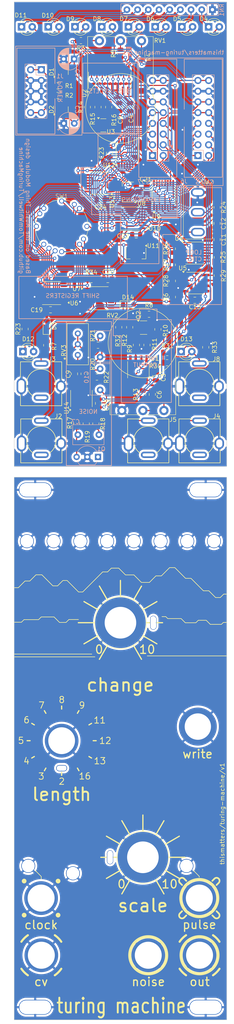
<source format=kicad_pcb>
(kicad_pcb (version 20221018) (generator pcbnew)
  (layers (0 "F.Cu" signal) (31 "B.Cu" signal) (34 "B.Paste" user) (35 "F.Paste" user) (36 "B.SilkS" user "B.Silkscreen") (37 "F.SilkS" user "F.Silkscreen") (38 "B.Mask" user) (39 "F.Mask" user) (44 "Edge.Cuts" user))
  (net 0 "")
  (net 1 "+12V")
  (net 2 "GND")
  (net 3 "-12V")
  (net 4 "Net-(D1-COM)")
  (net 5 "Net-(D2-COM)")
  (net 6 "/FACE")
  (net 7 "Net-(J1-Pin_1)")
  (net 8 "Net-(J1-Pin_10)")
  (net 9 "Net-(C6-Pad2)")
  (net 10 "Net-(U1A--)")
  (net 11 "Net-(U2-COMPEN)")
  (net 12 "Net-(U1B--)")
  (net 13 "Net-(C8-Pad2)")
  (net 14 "Net-(Q1-E)")
  (net 15 "Net-(C7-Pad2)")
  (net 16 "Net-(C10-Pad1)")
  (net 17 "Net-(C8-Pad1)")
  (net 18 "Net-(D3-K)")
  (net 19 "/NOISE'")
  (net 20 "/SOL'")
  (net 21 "Net-(U8-OUT)")
  (net 22 "Net-(U10G-VCC)")
  (net 23 "/CLK'")
  (net 24 "Net-(Q2A-E1)")
  (net 25 "Net-(D4-K)")
  (net 26 "/B0'")
  (net 27 "Net-(D5-K)")
  (net 28 "/B1'")
  (net 29 "Net-(D6-K)")
  (net 30 "/B2'")
  (net 31 "Net-(D7-K)")
  (net 32 "/B3'")
  (net 33 "Net-(D8-K)")
  (net 34 "/B4'")
  (net 35 "Net-(D9-K)")
  (net 36 "/B5'")
  (net 37 "Net-(D10-K)")
  (net 38 "/B6'")
  (net 39 "Net-(D11-K)")
  (net 40 "/B7'")
  (net 41 "Net-(D12-K)")
  (net 42 "/_CLK_LED")
  (net 43 "Net-(D13-K)")
  (net 44 "/_PULSE")
  (net 45 "Net-(J2-PadT)")
  (net 47 "Net-(J3-PadT)")
  (net 49 "Net-(J4-PadT)")
  (net 51 "Net-(J5-PadT)")
  (net 53 "/G1")
  (net 54 "/G2")
  (net 55 "/G3")
  (net 56 "/G4")
  (net 57 "/G5")
  (net 58 "/G6")
  (net 59 "/G7")
  (net 60 "/G8")
  (net 61 "/_CLK2'")
  (net 62 "/P1")
  (net 63 "/P2")
  (net 64 "/P3")
  (net 65 "/P4")
  (net 66 "/P5")
  (net 67 "/P6")
  (net 68 "/P7")
  (net 69 "/P8")
  (net 70 "/_CLK'")
  (net 72 "Net-(R3-Pad1)")
  (net 73 "Net-(R4-Pad1)")
  (net 74 "/LOOP_CTRL'")
  (net 75 "Net-(R5-Pad2)")
  (net 76 "Net-(U3-K)")
  (net 77 "Net-(U2-VREF+)")
  (net 78 "Net-(U2-VREF-)")
  (net 79 "Net-(R24-Pad2)")
  (net 80 "Net-(R25-Pad2)")
  (net 81 "Net-(R26-Pad2)")
  (net 82 "Net-(R27-Pad1)")
  (net 83 "Net-(U5B--)")
  (net 84 "Net-(R29-Pad1)")
  (net 85 "/RAND'")
  (net 86 "/s12'")
  (net 87 "/s9'")
  (net 88 "/s11'")
  (net 89 "/s13'")
  (net 90 "/s16'")
  (net 91 "/EOL'")
  (net 96 "Net-(U14B--)")
  (net 97 "Net-(U14A--)")
  (net 98 "Net-(Q2B-B2)")
  (net 99 "Net-(Q2A-C1)")
  (net 100 "Net-(D14-A)")
  (net 101 "Net-(Q2B-C2)")
  (footprint "Eurorack:AudioJack2_Tayda_A-2566" (layer "F.Cu") (at 82.804 93.005)
    (fp_text reference "J5")
    (fp_text value "noise")
  )
  (footprint "Eurorack:Mech-Potentiometer-Hole_level_180deg" (layer "F.Cu") (at 76.2 136.055)
    (fp_text reference "H6")
    (fp_text value "change")
  )
  (footprint "Eurorack:Mech-AudioJack-Hole-Input-CV" (layer "F.Cu") (at 57.404 214.795)
    (fp_text reference "H5")
    (fp_text value "cv")
  )
  (footprint "Resistor_SMD:R_0805_2012Metric" (layer "F.Cu") (at 88.5444 47.5136 -90)
    (fp_text reference "R26")
    (fp_text value "10K")
  )
  (footprint "Resistor_SMD:R_0805_2012Metric" (layer "F.Cu") (at 61.3013 8.931 180)
    (fp_text reference "R2")
    (fp_text value "10")
  )
  (footprint "Capacitor_SMD:C_0805_2012Metric" (layer "F.Cu") (at 79.9515 44.2418 180)
    (fp_text reference "C22")
    (fp_text value "100n")
  )
  (footprint "LED_THT:LED_D3.0mm" (layer "F.Cu") (at 84.455 -5.039)
    (fp_text reference "D6")
    (fp_text value "LED_GREEN")
  )
  (footprint "Resistor_SMD:R_0805_2012Metric" (layer "F.Cu") (at 53.538 66.5204 90)
    (fp_text reference "R23")
    (fp_text value "2.2K")
  )
  (footprint "Eurorack:Mech-LED-Hole-3mm" (layer "F.Cu") (at 54.3 193.6444)
    (fp_text reference "H19" hide)
    (fp_text value "clk_led")
  )
  (footprint "Resistor_SMD:R_0805_2012Metric" (layer "F.Cu") (at 69.3 54.8 180)
    (fp_text reference "R34")
    (fp_text value "10K")
  )
  (footprint "Eurorack:Mech-LED-Hole-3mm" (layer "F.Cu") (at 64.91 195.39)
    (fp_text reference "H24" hide)
    (fp_text value "trim")
  )
  (footprint "Eurorack:Mech-1M_Switch-Hole" (layer "F.Cu") (at 94.5896 160.652)
    (fp_text reference "H21")
    (fp_text value "write")
  )
  (footprint "Resistor_SMD:R_0805_2012Metric" (layer "F.Cu") (at 68.326 13.97 -90)
    (fp_text reference "R14")
    (fp_text value "3.3K")
  )
  (footprint "LED_THT:LED_D3.0mm" (layer "F.Cu") (at 53.025 71.8544)
    (fp_text reference "D12")
    (fp_text value "LED_GREEN")
  )
  (footprint "Resistor_SMD:R_0805_2012Metric" (layer "F.Cu") (at 88.5444 58.9436 -90)
    (fp_text reference "R6")
    (fp_text value "51K")
  )
  (footprint "Resistor_SMD:R_0805_2012Metric" (layer "F.Cu") (at 76.2 1.311 90)
    (fp_text reference "R5")
    (fp_text value "100K")
  )
  (footprint "Resistor_SMD:R_0805_2012Metric" (layer "F.Cu") (at 58.674 70.358 -90)
    (fp_text reference "R7")
    (fp_text value "100K")
  )
  (footprint "LED_THT:LED_D3.0mm" (layer "F.Cu") (at 65.405 -5.039)
    (fp_text reference "D9")
    (fp_text value "LED_GREEN")
  )
  (footprint "Eurorack:Mech-AudioJack-Hole-Output-CV" (layer "F.Cu") (at 94.996 214.795)
    (fp_text reference "H9")
    (fp_text value "out")
  )
  (footprint "Capacitor_SMD:C_0805_2012Metric" (layer "F.Cu") (at 73.6092 24.8522 -90)
    (fp_text reference "C23")
    (fp_text value "100n")
  )
  (footprint "LED_THT:LED_D3.0mm" (layer "F.Cu") (at 90.8 -5.039)
    (fp_text reference "D5")
    (fp_text value "LED_GREEN")
  )
  (footprint "Package_SO:TSOP-6_1.65x3.05mm_P0.95mm" (layer "F.Cu") (at 81.7 66.1875)
    (fp_text reference "Q2")
    (fp_text value "BCM847")
  )
  (footprint "Package_SO:TSSOP-16_4.4x5mm_P0.65mm" (layer "F.Cu") (at 78.5545 40.3556 180)
    (fp_text reference "U10")
    (fp_text value "4050")
  )
  (footprint "Resistor_SMD:R_0805_2012Metric" (layer "F.Cu") (at 99.2124 53.8636 90)
    (fp_text reference "R29")
    (fp_text value "100K")
  )
  (footprint "Resistor_SMD:R_0805_2012Metric" (layer "F.Cu") (at 99.1616 37.719 90)
    (fp_text reference "R24")
    (fp_text value "1K")
  )
  (footprint "Package_TO_SOT_SMD:SOT-23" (layer "F.Cu") (at 62.23 14.519 90)
    (fp_text reference "D2")
    (fp_text value "BAT54S")
  )
  (footprint "LED_THT:LED_D3.0mm" (layer "F.Cu") (at 52.7 -5.039)
    (fp_text reference "D11")
    (fp_text value "LED_GREEN")
  )
  (footprint "Eurorack:Mech-MountingHole" (layer "F.Cu") (at 55.95 104.6)
    (fp_text reference "H1")
    (fp_text value "mount0")
  )
  (footprint "LED_THT:LED_D3.0mm" (layer "F.Cu") (at 97.15 -5.039)
    (fp_text reference "D4")
    (fp_text value "LED_GREEN")
  )
  (footprint "Package_SO:TSSOP-16_4.4x5mm_P0.65mm" (layer "F.Cu") (at 71.12 59.223)
    (fp_text reference "U7")
    (fp_text value "4015")
  )
  (footprint "Capacitor_SMD:C_0805_2012Metric" (layer "F.Cu") (at 73.2 54.8)
    (fp_text reference "C20")
    (fp_text value "100n")
  )
  (footprint "Resistor_SMD:R_0805_2012Metric" (layer "F.Cu") (at 61.3013 11.217 180)
    (fp_text reference "R1")
    (fp_text value "10")
  )
  (footprint "Package_TO_SOT_SMD:SOT-23" (layer "F.Cu") (at 62.23736 5.629 90)
    (fp_text reference "D1")
    (fp_text value "BAT54S")
  )
  (footprint "Resistor_SMD:R_0805_2012Metric" (layer "F.Cu") (at 80 70.3 90)
    (fp_text reference "R9")
    (fp_text value "470")
  )
  (footprint "LED_THT:LED_D3.0mm" (layer "F.Cu") (at 90.617 71.8544)
    (fp_text reference "D13")
    (fp_text value "LED_GREEN")
  )
  (footprint "Eurorack:Mech-MountingHole" (layer "F.Cu") (at 96.45 227.1)
    (fp_text reference "H4")
    (fp_text value "mount1")
  )
  (footprint "Capacitor_SMD:C_0805_2012Metric" (layer "F.Cu") (at 93.8784 59.7056 180)
    (fp_text reference "C13")
    (fp_text value "100n")
  )
  (footprint "Eurorack:Mech-AudioJack-Hole-Input-Clock" (layer "F.Cu") (at 57.348 201.2644)
    (fp_text reference "H7")
    (fp_text value "clock")
  )
  (footprint "Eurorack:Mech-LED-Hole-3mm" (layer "F.Cu") (at 79.38 116.751 90)
    (fp_text reference "H13" hide)
    (fp_text value "b2")
  )
  (footprint "Package_SO:TSSOP-16_4.4x5mm_P0.65mm" (layer "F.Cu") (at 59.8424 58.0038 180)
    (fp_text reference "U6")
    (fp_text value "4015")
  )
  (footprint "Eurorack:AudioJack2_Tayda_A-2566" (layer "F.Cu") (at 57.348 79.4744)
    (fp_text reference "J3")
    (fp_text value "clock")
  )
  (footprint "Package_TO_SOT_SMD:SOT-89-3" (layer "F.Cu") (at 77.978 34.077 180)
    (fp_text reference "U8")
    (fp_text value "L78L09_SOT89")
  )
  (footprint "Eurorack:Potentiometer_RV16AF-41-15R1" (layer "F.Cu") (at 76.2 14.265 180)
    (fp_text reference "RV1")
    (fp_text value "B50K")
  )
  (footprint "Package_TO_SOT_SMD:SOT-89-3" (layer "F.Cu") (at 79.9007 48.555 -90)
    (fp_text reference "U11")
    (fp_text value "L78L09_SOT89")
  )
  (footprint "Package_SO:SOIC-8_3.9x4.9mm_P1.27mm" (layer "F.Cu") (at 66.929 82.972 90)
    (fp_text reference "U14")
    (fp_text value "TL072")
  )
  (footprint "Eurorack:AudioJack2_Tayda_A-2566" (layer "F.Cu") (at 94.996 93.005)
    (fp_text reference "J4")
    (fp_text value "out")
  )
  (footprint "Capacitor_SMD:C_0805_2012Metric" (layer "F.Cu") (at 75.946 13.97 90)
    (fp_text reference "C5")
    (fp_text value "10n")
  )
  (footprint "Capacitor_SMD:C_0805_2012Metric" (layer "F.Cu") (at 82.4484 33.5136 90)
    (fp_text reference "C21")
    (fp_text value "100n")
  )
  (footprint "Eurorack:AudioJack2_Tayda_A-2566" (layer "F.Cu") (at 94.94 79.4744)
    (fp_text reference "J8")
    (fp_text value "pulse")
  )
  (footprint "Resistor_SMD:R_0805_2012Metric" (layer "F.Cu") (at 87.3 72.1 180)
    (fp_text reference "R31")
    (fp_text value "15K")
  )
  (footprint "Resistor_SMD:R_0805_2012Metric" (layer "F.Cu") (at 73.406 13.97 90)
    (fp_text reference "R16")
    (fp_text value "1.6K")
  )
  (footprint "Eurorack:Mech-LED-Hole-3mm" (layer "F.Cu") (at 91.892 193.6444)
    (fp_text reference "H23" hide)
    (fp_text value "pulse_led")
  )
  (footprint "Capacitor_SMD:C_0805_2012Metric" (layer "F.Cu") (at 71.501 35.7996)
    (fp_text reference "C24")
    (fp_text value "100n")
  )
  (footprint "Resistor_SMD:R_0805_2012Metric" (layer "F.Cu") (at 67.564 77.13 90)
    (fp_text reference "R20")
    (fp_text value "1K")
  )
  (footprint "Resistor_SMD:R_0805_2012Metric" (layer "F.Cu") (at 70.866 13.97 90)
    (fp_text reference "R15")
    (fp_text value "1.6K")
  )
  (footprint "Capacitor_SMD:C_0805_2012Metric" (layer "F.Cu") (at 59.5884 61.9662 180)
    (fp_text reference "C19")
    (fp_text value "100n")
  )
  (footprint "Eurorack:Mech-LED-Hole-3mm" (layer "F.Cu") (at 60.325 116.751)
    (fp_text reference "H17" hide)
    (fp_text value "b6")
  )
  (footprint "Resistor_SMD:R_0805_2012Metric" (layer "F.Cu") (at 88.5444 55.1336 90)
    (fp_text reference "R28")
    (fp_text value "47K")
  )
  (footprint "Package_SO:SOIC-8_3.9x4.9mm_P1.27mm" (layer "F.Cu") (at 93.8784 55.6416)
    (fp_text reference "U5")
    (fp_text value "TL072")
  )
  (footprint "Capacitor_SMD:C_0805_2012Metric" (layer "F.Cu") (at 99.1616 45.3488 90)
    (fp_text reference "C11")
    (fp_text value "100n")
  )
  (footprint "Package_SO:SOIC-8_3.9x4.9mm_P1.27mm" (layer "F.Cu") (at 80.4672 76.164 -90)
    (fp_text reference "U1")
    (fp_text value "TL072")
  )
  (footprint "Eurorack:Mech-MountingHole" (layer "F.Cu") (at 96.45 104.6)
    (fp_text reference "H2")
    (fp_text value "mount1")
  )
  (footprint "Eurorack:Mech-Potentiometer-Hole_level" (layer "F.Cu") (at 81.534 191.604)
    (fp_text reference "H8")
    (fp_text value "scale")
  )
  (footprint "Package_SO:TSSOP-14_4.4x5mm_P0.65mm" (layer "F.Cu") (at 93.8784 48.5296)
    (fp_text reference "U4")
    (fp_text value "4016")
  )
  (footprint "Eurorack:Mech-LED-Hole-3mm" (layer "F.Cu") (at 85.73 116.751 90)
    (fp_text reference "H14" hide)
    (fp_text value "b3")
  )
  (footprint "Capacitor_SMD:C_0805_2012Metric" (layer "F.Cu") (at 70.993 84.115 -90)
    (fp_text reference "C25")
    (fp_text value "100n")
  )
  (footprint "Resistor_SMD:R_0805_2012Metric" (layer "F.Cu") (at 66.802 -1.778 180)
    (fp_text reference "R3")
    (fp_text value "10K")
  )
  (footprint "Resistor_SMD:R_0805_2012Metric" (layer "F.Cu") (at 83 63.0125)
    (fp_text reference "R8")
    (fp_text value "8.2K")
  )
  (footprint "Package_TO_SOT_SMD:SOT-23" (layer "F.Cu") (at 72.136 18.288)
    (fp_text reference "U3")
    (fp_text value "TL431DBZ")
  )
  (footprint "Package_SO:TSSOP-16_4.4x5mm_P0.65mm" (layer "F.Cu") (at 86.4616 34.839 90)
    (fp_text reference "U9")
    (fp_text value "4050")
  )
  (footprint "LED_THT:LED_D3.0mm" (layer "F.Cu") (at 59.05 -5.039)
    (fp_text reference "D10")
    (fp_text value "LED_GREEN")
  )
  (footprint "Eurorack:Potentiometer_RV16AF-41-15R1" (layer "F.Cu") (at 81.534 69.814)
    (fp_text reference "RV2")
    (fp_text value "B50K")
  )
  (footprint "Eurorack:Mech-LED-Hole-3mm" (layer "F.Cu") (at 53.975 116.751)
    (fp_text reference "H18" hide)
    (fp_text value "b7")
  )
  (footprint "Resistor_SMD:R_0805_2012Metric" (layer "F.Cu") (at 99.2124 49.5456 90)
    (fp_text reference "R25")
    (fp_text value "10K")
  )
  (footprint "Resistor_SMD:R_0805_2012Metric" (layer "F.Cu") (at 96.464 70.8384 90)
    (fp_text reference "R33")
    (fp_text value "2.2K")
  )
  (footprint "Eurorack:AudioJack2_Tayda_A-2566" (layer "F.Cu") (at 57.404 93.005)
    (fp_text reference "J2")
    (fp_text value "cv")
  )
  (footprint "Eurorack:Mech-LED-Hole-3mm" (layer "F.Cu") (at 98.425 116.751 90)
    (fp_text reference "H16" hide)
    (fp_text value "b5")
  )
  (footprint "Resistor_SMD:R_0805_2012Metric" (layer "F.Cu") (at 85.1 66.6 -90)
    (fp_text reference "R10")
    (fp_text value "10K")
  )
  (footprint "Resistor_SMD:R_0805_2012Metric" (layer "F.Cu") (at 70.358 88.941 -90)
    (fp_text reference "R18")
    (fp_text value "10K")
  )
  (footprint "Package_SO:SOIC-16_3.9x9.9mm_P1.27mm" (layer "F.Cu") (at 73.66 7.62 90)
    (fp_text reference "U2")
    (fp_text value "DAC0800_SOIC")
  )
  (footprint "Eurorack:Mech-LED-Hole-3mm" (layer "F.Cu") (at 92.075 116.751 90)
    (fp_text reference "H15" hide)
    (fp_text value "b4")
  )
  (footprint "Resistor_SMD:R_0805_2012Metric" (layer "F.Cu") (at 70.866 70.358 180)
    (fp_text reference "R21")
    (fp_text value "100K")
  )
  (footprint "Resistor_SMD:R_0805_2012Metric" (layer "F.Cu") (at 82.5 70.3 -90)
    (fp_text reference "R11")
    (fp_text value "100K")
  )
  (footprint "Eurorack:Mech-MountingHole" (layer "F.Cu") (at 55.95 227.1)
    (fp_text reference "H3")
    (fp_text value "mount1")
  )
  (footprint "Capacitor_SMD:C_0805_2012Metric" (layer "F.Cu") (at 84.6328 77.724 90)
    (fp_text reference "C3")
    (fp_text value "100n")
  )
  (footprint "LED_THT:LED_D3.0mm" (layer "F.Cu") (at 78.105 -5.039)
    (fp_text reference "D7")
    (fp_text value "LED_GREEN")
  )
  (footprint "Capacitor_SMD:C_0805_2012Metric" (layer "F.Cu") (at 83.7692 82.006 90)
    (fp_text reference "C6")
    (fp_text value "1n")
  )
  (footprint "Eurorack:Mech-AudioJack-Hole-Output-Gate" (layer "F.Cu") (at 94.94 201.2644)
    (fp_text reference "H22")
    (fp_text value "pulse")
  )
  (footprint "Capacitor_SMD:C_0805_2012Metric" (layer "F.Cu") (at 78.486 13.97 -90)
    (fp_text reference "C4")
    (fp_text value "100n")
  )
  (footprint "Resistor_SMD:R_0805_2012Metric" (layer "F.Cu") (at 70.612 77.892 180)
    (fp_text reference "R22")
    (fp_text value "1K")
  )
  (footprint "Resistor_SMD:R_0805_2012Metric" (layer "F.Cu") (at 81.4832 82.006 90)
    (fp_text reference "R13")
    (fp_text value "5.1K")
  )
  (footprint "Resistor_SMD:R_0805_2012Metric" (layer "F.Cu") (at 65.786 88.941 -90)
    (fp_text reference "R17")
    (fp_text value "100K")
  )
  (footprint "Eurorack:Mech-LED-Hole-3mm" (layer "F.Cu") (at 66.68 116.751 90)
    (fp_text reference "H11" hide)
    (fp_text value "b0")
  )
  (footprint "Resistor_SMD:R_0805_2012Metric" (layer "F.Cu") (at 81.28 1.778 -90)
    (fp_text reference "R4")
    (fp_text value "10K")
  )
  (footprint "Capacitor_SMD:C_0805_2012Metric" (layer "F.Cu") (at 65.278 77.13 -90)
    (fp_text reference "C9")
    (fp_text value "1n")
  )
  (footprint "Eurorack:Mech-LED-Hole-3mm" (layer "F.Cu") (at 73.03 116.751 90)
    (fp_text reference "H12" hide)
    (fp_text value "b1")
  )
  (footprint "Package_SO:TSSOP-14_4.4x5mm_P0.65mm" (layer "F.Cu") (at 77.8002 24.776 90)
    (fp_text reference "U12")
    (fp_text value "4081")
  )
  (footprint "Diode_SMD:D_SOD-323_HandSoldering" (layer "F.Cu") (at 78.1 60.7)
    (fp_text reference "D14")
    (fp_text value "1N4148")
  )
  (footprint "Resistor_SMD:R_0805_2012Metric" (layer "F.Cu") (at 87.2875 74.5)
    (fp_text reference "R30")
    (fp_text value "68K")
  )
  (footprint "Resistor_SMD:R_0805_2012Metric" (layer "F.Cu") (at 78.4 66.1 -90)
    (fp_text reference "R12")
    (fp_text value "3.9K")
  )
  (footprint "Diode_SMD:D_SOD-323_HandSoldering" (layer "F.Cu") (at 58.674 65.786 90)
    (fp_text reference "D3")
    (fp_text value "1N4148")
  )
  (footprint "Eurorack:Switch_Rotary_NKK_MRK_112" (layer "F.Cu") (at 62.23 42.205)
    (fp_text reference "SW1")
    (fp_text value "SW_Rotary12")
  )
  (footprint "Package_SO:TSSOP-14_4.4x5mm_P0.65mm" (layer "F.Cu") (at 71.247 31.9896 180)
    (fp_text reference "U13")
    (fp_text value "4081")
  )
  (footprint "Resistor_SMD:R_0805_2012Metric" (layer "F.Cu") (at 88.5444 51.3236 -90)
    (fp_text reference "R27")
    (fp_text value "10K")
  )
  (footprint "Resistor_SMD:R_0805_2012Metric" (layer "F.Cu") (at 75.8 66.1 -90)
    (fp_text reference "R32")
    (fp_text value "470K")
  )
  (footprint "Eurorack:Mech-AudioJack-Hole-Output" (layer "F.Cu") (at 82.804 214.795)
    (fp_text reference "H10")
    (fp_text value "noise")
  )
  (footprint "Potentiometer_THT:Potentiometer_Bourns_3296W_Vertical" (layer "F.Cu") (at 66.0654 72.654 -90)
    (fp_text reference "RV3")
    (fp_text value "5K")
  )
  (footprint "Eurorack:Switch_SPDT_1M_Solder_Lug" (layer "F.Cu") (at 94.5896 38.862 180)
    (fp_text reference "SW2")
    (fp_text value "SW_SPDT_MSM")
  )
  (footprint "LED_THT:LED_D3.0mm" (layer "F.Cu") (at 71.755 -5.039)
    (fp_text reference "D8")
    (fp_text value "LED_GREEN")
  )
  (footprint "Resistor_SMD:R_0805_2012Metric" (layer "F.Cu") (at 68.072 88.941 90)
    (fp_text reference "R19")
    (fp_text value "470K")
  )
  (footprint "Eurorack:Mech-MRK-Hole" (layer "F.Cu") (at 62.23 163.995)
    (fp_text reference "H20")
    (fp_text value "length")
  )
  (footprint "Capacitor_SMD:C_0805_2012Metric" (layer "F.Cu") (at 99.1616 41.5036 -90)
    (fp_text reference "C12")
    (fp_text value "100n")
  )
  (footprint "Capacitor_THT:C_Rect_L7.2mm_W4.5mm_P5.00mm_FKS2_FKP2_MKS2_MKP2" (layer "B.Cu") (at 71.374 68.153 -90)
    (fp_text reference "C10")
    (fp_text value "470n box")
  )
  (footprint "Eurorack:PinHeader_2x05_P2.54mm_Vertical" (layer "B.Cu") (at 57.404 5.121 180)
    (fp_text reference "J1")
    (fp_text value "Conn_02x05_Odd_Even")
  )
  (footprint "Eurorack:PinHeader_2x08_P2.54mm_Vertical" (layer "B.Cu") (at 94.615 25.441)
    (fp_text reference "J6")
    (fp_text value "Conn_02x08_Odd_Even")
  )
  (footprint "Resistor_THT:R_Array_SIP9" (layer "B.Cu") (at 98.059 -9.103 180)
    (fp_text reference "RN1")
    (fp_text value "2.2K")
  )
  (footprint "Capacitor_THT:CP_Radial_D5.0mm_P2.50mm" (layer "B.Cu") (at 65.213112 2.581 180)
    (fp_text reference "C1")
    (fp_text value "22u 50V")
  )
  (footprint "Capacitor_THT:CP_Radial_D5.0mm_P2.50mm" (layer "B.Cu") (at 62.738 17.821)
    (fp_text reference "C2")
    (fp_text value "22u 50V")
  )
  (footprint "Capacitor_THT:C_Rect_L7.2mm_W4.5mm_P5.00mm_FKS2_FKP2_MKS2_MKP2" (layer "B.Cu") (at 71.374 80.94 90)
    (fp_text reference "C8" hide)
    (fp_text value "470n box")
  )
  (footprint "Eurorack:PinHeader_2x08_P2.54mm_Vertical" (layer "B.Cu") (at 83.82 25.441)
    (fp_text reference "J7")
    (fp_text value "Conn_02x08_Odd_Even")
  )
  (footprint "Package_TO_SOT_THT:TO-92_Inline_Wide" (layer "B.Cu") (at 70.866 96.8038 180)
    (fp_text reference "Q1")
    (fp_text value "BC547")
  )
  (footprint "Capacitor_THT:C_Rect_L7.2mm_W4.5mm_P5.00mm_FKS2_FKP2_MKS2_MKP2" (layer "B.Cu") (at 66.08 91.5416)
    (fp_text reference "C7")
    (fp_text value "470n box")
  )
  (gr_poly (pts (xy 67.056 20.615) (xy 51.308 20.615) (xy 51.308 -0.467) (xy 67.056 -0.467)) (stroke (width 0.15)) (fill none) (layer "B.SilkS"))
  (gr_poly (pts (xy 88.3 83.9) (xy 76.4 83.9) (xy 76.4 68.1) (xy 74.5 68.1) (xy 74.5 64.3) (xy 80.7 64.3) (xy 80.7 61.8) (xy 84.9 61.8) (xy 84.9 64.3) (xy 88.3 64.3)) (stroke (width 0.15)) (fill none) (layer "B.SilkS"))
  (gr_rect (start 63.3476 64.7602) (end 74.0664 98.847) (stroke (width 0.15)) (fill none) (layer "B.SilkS"))
  (gr_rect (start 52.07 54.0439) (end 77.851 64.0642) (stroke (width 0.15)) (fill none) (layer "B.SilkS"))
  (gr_poly (pts (xy 67.2846 3.556) (xy 79.9338 3.556) (xy 79.4512 3.5814) (xy 79.4512 20.1168) (xy 67.2846 20.1168)) (stroke (width 0.15)) (fill none) (layer "B.SilkS"))
  (gr_poly (pts (xy 80.264 2.327) (xy 100.584 2.327) (xy 100.584 32.553) (xy 89.662 32.553) (xy 89.662 32.5628) (xy 89.662 40.173) (xy 85.344 40.173) (xy 85.344 51.0442) (xy 76.2 51.0442) (xy 76.2 39.411) (xy 69.342 39.411) (xy 69.342 35.093) (xy 66.802 35.093) (xy 66.802 28.235) (xy 70.866 28.235) (xy 70.866 28.2194) (xy 70.866 20.361) (xy 80.264 20.361)) (stroke (width 0.15)) (fill none) (layer "B.SilkS"))
  (gr_poly (pts (xy 90.5764 44.1354) (xy 90.5764 33.0356) (xy 100.253297 33.0356) (xy 100.2284 60.7216) (xy 86.2584 60.7216) (xy 86.2584 56.9116) (xy 86.2584 44.1354)) (stroke (width 0.15)) (fill none) (layer "B.SilkS"))
  (gr_line (start 100.7364 129.286) (end 101.3714 129.286) (stroke (width 0.15)) (layer "F.SilkS"))
  (gr_line (start 94.1197 136.0678) (end 94.7039 135.4836) (stroke (width 0.15)) (layer "F.SilkS"))
  (gr_line (start 56.7436 135.3312) (end 57.3786 134.6962) (stroke (width 0.15)) (layer "F.SilkS"))
  (gr_line (start 97.2058 128.4986) (end 98.806 130.0988) (stroke (width 0.15)) (layer "F.SilkS"))
  (gr_line (start 97.5487 136.4488) (end 100.1903 136.4488) (stroke (width 0.15)) (layer "F.SilkS"))
  (gr_line (start 98.806 130.0988) (end 99.9236 130.0988) (stroke (width 0.15)) (layer "F.SilkS"))
  (gr_line (start 60.1472 127.3302) (end 61.2648 127.3302) (stroke (width 0.15)) (layer "F.SilkS"))
  (gr_line (start 95.9104 128.4986) (end 97.2058 128.4986) (stroke (width 0.15)) (layer "F.SilkS"))
  (gr_line (start 52.6796 135.9408) (end 53.2892 135.3312) (stroke (width 0.15)) (layer "F.SilkS"))
  (gr_line (start 90.6145 135.0772) (end 91.6051 136.0678) (stroke (width 0.15)) (layer "F.SilkS"))
  (gr_line (start 57.531 124.714) (end 60.1472 127.3302) (stroke (width 0.15)) (layer "F.SilkS"))
  (gr_line (start 62.5348 126.0602) (end 63.5254 126.0602) (stroke (width 0.15)) (layer "F.SilkS"))
  (gr_line (start 91.6686 125.5522) (end 92.964 125.5522) (stroke (width 0.15)) (layer "F.SilkS"))
  (gr_line (start 77.3938 124.7394) (end 79.4004 124.7394) (stroke (width 0.15)) (layer "F.SilkS"))
  (gr_line (start 79.4004 124.7394) (end 81.1784 126.5174) (stroke (width 0.15)) (layer "F.SilkS"))
  (gr_line (start 94.9198 196.3293) (end 94.9198 196.1007) (stroke (width 0.15)) (layer "F.SilkS"))
  (gr_line (start 66.2432 128.778) (end 67.2338 128.778) (stroke (width 0.15)) (layer "F.SilkS"))
  (gr_line (start 53.5178 126.1872) (end 54.6608 126.1872) (stroke (width 0.15)) (layer "F.SilkS"))
  (gr_line (start 92.964 125.5522) (end 95.9104 128.4986) (stroke (width 0.15)) (layer "F.SilkS"))
  (gr_line (start 75.7936 123.1392) (end 77.3938 124.7394) (stroke (width 0.15)) (layer "F.SilkS"))
  (gr_line (start 83.0834 126.5174) (end 84.6328 124.968) (stroke (width 0.15)) (layer "F.SilkS"))
  (gr_line (start 63.9572 135.3058) (end 65.3542 135.3058) (stroke (width 0.15)) (layer "F.SilkS"))
  (gr_line (start 100.6475 135.9916) (end 101.3714 135.9916) (stroke (width 0.15)) (layer "F.SilkS"))
  (gr_line (start 63.5254 126.0602) (end 66.2432 128.778) (stroke (width 0.15)) (layer "F.SilkS"))
  (gr_line (start 57.3786 196.1388) (end 56.015408 194.775608) (stroke (width 0.15)) (layer "F.SilkS"))
  (gr_line (start 56.134 124.714) (end 57.531 124.714) (stroke (width 0.15)) (layer "F.SilkS"))
  (gr_line (start 100.1903 136.4488) (end 100.6475 135.9916) (stroke (width 0.15)) (layer "F.SilkS"))
  (gr_line (start 51.943 127.762) (end 53.5178 126.1872) (stroke (width 0.15)) (layer "F.SilkS"))
  (gr_line (start 73.152 124.0282) (end 74.041 123.1392) (stroke (width 0.15)) (layer "F.SilkS"))
  (gr_line (start 82.5754 143.9164) (end 101.3714 143.9164) (stroke (width 0.15)) (layer "F.SilkS"))
  (gr_line (start 57.3786 196.7484) (end 57.3786 196.1388) (stroke (width 0.15)) (layer "F.SilkS"))
  (gr_line (start 74.041 123.1392) (end 75.7936 123.1392) (stroke (width 0.15)) (layer "F.SilkS"))
  (gr_line (start 91.6051 136.0678) (end 94.1197 136.0678) (stroke (width 0.15)) (layer "F.SilkS"))
  (gr_line (start 87.4395 135.0772) (end 86.9823 134.62) (stroke (width 0.15)) (layer "F.SilkS"))
  (gr_line (start 51.0286 135.9408) (end 52.6796 135.9408) (stroke (width 0.15)) (layer "F.SilkS"))
  (gr_line (start 85.9282 124.968) (end 87.884 123.0122) (stroke (width 0.15)) (layer "F.SilkS"))
  (gr_line (start 84.6328 124.968) (end 85.9282 124.968) (stroke (width 0.15)) (layer "F.SilkS"))
  (gr_line (start 87.884 123.0122) (end 89.1286 123.0122) (stroke (width 0.15)) (layer "F.SilkS"))
  (gr_line (start 99.9236 130.0988) (end 100.7364 129.286) (stroke (width 0.15)) (layer "F.SilkS"))
  (gr_line (start 63.2714 135.9916) (end 63.9572 135.3058) (stroke (width 0.15)) (layer "F.SilkS"))
  (gr_line (start 96.5835 135.4836) (end 97.5487 136.4488) (stroke (width 0.15)) (layer "F.SilkS"))
  (gr_line (start 65.3542 135.3058) (end 66.2178 135.3058) (stroke (width 0.15)) (layer "F.SilkS"))
  (gr_line (start 94.9198 196.1007) (end 93.565494 194.746394) (stroke (width 0.15)) (layer "F.SilkS"))
  (gr_line (start 51.0286 127.762) (end 51.943 127.762) (stroke (width 0.15)) (layer "F.SilkS"))
  (gr_line (start 71.9836 124.0282) (end 73.152 124.0282) (stroke (width 0.15)) (layer "F.SilkS"))
  (gr_line (start 51.0286 144.145) (end 70.1294 144.145) (stroke (width 0.15)) (layer "F.SilkS"))
  (gr_line (start 57.3786 134.6962) (end 60.4266 134.6962) (stroke (width 0.15)) (layer "F.SilkS"))
  (gr_line (start 87.4395 135.0772) (end 90.6145 135.0772) (stroke (width 0.15)) (layer "F.SilkS"))
  (gr_line (start 86.9823 134.62) (end 86.0679 134.62) (stroke (width 0.15)) (layer "F.SilkS"))
  (gr_line (start 51.0286 143.4846) (end 69.3928 143.4846) (stroke (width 0.15)) (layer "F.SilkS"))
  (gr_line (start 67.2338 128.778) (end 71.9836 124.0282) (stroke (width 0.15)) (layer "F.SilkS"))
  (gr_line (start 60.4266 134.6962) (end 61.722 135.9916) (stroke (width 0.15)) (layer "F.SilkS"))
  (gr_line (start 81.1784 126.5174) (end 83.0834 126.5174) (stroke (width 0.15)) (layer "F.SilkS"))
  (gr_line (start 61.722 135.9916) (end 63.2714 135.9916) (stroke (width 0.15)) (layer "F.SilkS"))
  (gr_line (start 89.1286 123.0122) (end 91.6686 125.5522) (stroke (width 0.15)) (layer "F.SilkS"))
  (gr_line (start 94.7039 135.4836) (end 96.5835 135.4836) (stroke (width 0.15)) (layer "F.SilkS"))
  (gr_line (start 54.6608 126.1872) (end 56.134 124.714) (stroke (width 0.15)) (layer "F.SilkS"))
  (gr_line (start 53.2892 135.3312) (end 56.7436 135.3312) (stroke (width 0.15)) (layer "F.SilkS"))
  (gr_line (start 61.2648 127.3302) (end 62.5348 126.0602) (stroke (width 0.15)) (layer "F.SilkS"))
  (gr_rect (start 50.95 -10.94) (end 101.45 99.06) (stroke (width 0.1)) (fill none) (layer "Edge.Cuts"))
  (gr_rect (start 50.95 101.6) (end 101.45 230.1) (stroke (width 0.1)) (fill none) (layer "Edge.Cuts"))
  (gr_text "thismatters/turing-machine/v1" (at 88.7476 1.6002) (layer "B.SilkS") (effects (font (size 1 1)) (justify bottom mirror)))
  (gr_text "NOISE" (at 70.866 86.655) (layer "B.SilkS") (effects (font (size 1 1)) (justify left bottom mirror)))
  (gr_text "BITS->VOLTS" (at 73.7108 10.7696) (layer "B.SilkS") (effects (font (size 1 1)) (justify bottom mirror)))
  (gr_text "EXPANSIONS" (at 85.8832 36.5185) (layer "B.SilkS") (effects (font (size 1 1)) (justify left bottom mirror)))
  (gr_text "Based on the Music Thing Modular design\ngithub.com/TomWhitwell/TuringMachine" (at 52.07 53.5432 270) (layer "B.SilkS") (effects (font (size 1 1)) (justify left bottom mirror)))
  (gr_text "GATES" (at 98.5832 32.3275) (layer "B.SilkS") (effects (font (size 1 1)) (justify left bottom mirror)))
  (gr_text "LOOP\nCTRL" (at 95.6564 50.5616) (layer "B.SilkS") (effects (font (size 1 1)) (justify left bottom mirror)))
  (gr_text "PULSES" (at 88.0422 32.3275) (layer "B.SilkS") (effects (font (size 1 1)) (justify left bottom mirror)))
  (gr_text "SHIFT REGISTERS" (at 71.3486 59.2382) (layer "B.SilkS") (effects (font (size 1 1)) (justify left bottom mirror)))
  (gr_text "POWER" (at 62.484 7.661 90) (layer "B.SilkS") (effects (font (size 1 1)) (justify left bottom mirror)))
  (gr_text "INPUT\nOUTPUT" (at 85 75.6) (layer "B.SilkS") (effects (font (size 1 1)) (justify left bottom mirror)))
  (gr_text "5" (at 52.578 163.9696) (layer "F.SilkS") (effects (font (size 1.5 1.5) (thickness 0.2))))
  (gr_text "2" (at 62.2554 173.647) (layer "F.SilkS") (effects (font (size 1.5 1.5) (thickness 0.2))))
  (gr_text "*" (at 62.484 74.422) (layer "F.SilkS") (effects (font (size 1 1)) (justify left bottom)))
  (gr_text "8" (at 62.2554 154.3176) (layer "F.SilkS") (effects (font (size 1.5 1.5) (thickness 0.2))))
  (gr_text "11" (at 71.2724 159.1436) (layer "F.SilkS") (effects (font (size 1.5 1.5) (thickness 0.2))))
  (gr_text "16" (at 67.7418 172.4024) (layer "F.SilkS") (effects (font (size 1.5 1.5) (thickness 0.2))))
  (gr_text "13" (at 71.3232 168.7956) (layer "F.SilkS") (effects (font (size 1.5 1.5) (thickness 0.2))))
  (gr_text "turing machine" (at 76.398 228.798) (layer "F.SilkS") (effects (font (size 3.5 2.7) (thickness 0.45)) (justify bottom)))
  (gr_text "7" (at 57.4548 155.613) (layer "F.SilkS") (effects (font (size 1.5 1.5) (thickness 0.2))))
  (gr_text "4" (at 53.8734 168.821) (layer "F.SilkS") (effects (font (size 1.5 1.5) (thickness 0.2))))
  (gr_text "9" (at 67.056 155.613) (layer "F.SilkS") (effects (font (size 1.5 1.5) (thickness 0.2))))
  (gr_text "6" (at 53.8988 159.0928) (layer "F.SilkS") (effects (font (size 1.5 1.5) (thickness 0.2))))
  (gr_text "thismatters/turing-machine/v1" (at 100.9852 181.3 90) (layer "F.SilkS") (effects (font (size 1 1)) (justify bottom)))
  (gr_text "12" (at 72.5932 163.995) (layer "F.SilkS") (effects (font (size 1.5 1.5) (thickness 0.2))))
  (gr_text "3" (at 57.404 172.4278) (layer "F.SilkS") (effects (font (size 1.5 1.5) (thickness 0.2))))
  (segment (start 80.575 63.0125) (end 82.0875 63.0125) (width 0.25) (layer "F.Cu") (net 1))
  (segment (start 77.661 15.745) (end 76.96078 15.745) (width 0.25) (layer "F.Cu") (net 1))
  (segment (start 100.2374 53.3302) (end 100.2374 52.4435) (width 0.25) (layer "F.Cu") (net 1))
  (segment (start 96.7409 46.5796) (end 95.0936 46.5796) (width 0.25) (layer "F.Cu") (net 1))
  (segment (start 76.962 46.605) (end 78.4007 46.605) (width 0.25) (layer "F.Cu") (net 1))
  (segment (start 100.6874 47.8246) (end 100.6874 49.327096) (width 0.25) (layer "F.Cu") (net 1))
  (segment (start 63.18736 4.606752) (end 63.18736 6.5665) (width 0.25) (layer "F.Cu") (net 1))
  (segment (start 65.024 81.829) (end 65.024 80.497) (width 0.25) (layer "F.Cu") (net 1))
  (segment (start 74.896 14.19) (end 74.676 13.97) (width 0.25) (layer "F.Cu") (net 1))
  (segment (start 78.4007 50.38112) (end 78.4007 46.605) (width 0.25) (layer "F.Cu") (net 1))
  (segment (start 77.675 59.807604) (end 77.675 63.775) (width 0.25) (layer "F.Cu") (net 1))
  (segment (start 89.0909 46.0546) (end 88.5444 46.6011) (width 0.25) (layer "F.Cu") (net 1))
  (segment (start 73.6092 23.9022) (end 74.5162 22.9952) (width 0.25) (layer "F.Cu") (net 1))
  (segment (start 95.833335 40.242098) (end 91.626298 40.242098) (width 0.25) (layer "F.Cu") (net 1))
  (segment (start 73.97475 28.30125) (end 75.691687 30.018187) (width 0.25) (layer "F.Cu") (net 1))
  (segment (start 74.5162 22.9952) (end 75.5979 21.9135) (width 0.25) (layer "F.Cu") (net 1))
  (segment (start 65.213112 2.581) (end 63.18736 4.606752) (width 0.25) (layer "F.Cu") (net 1))
  (segment (start 98.335532 37.7399) (end 95.833335 40.242098) (width 0.25) (layer "F.Cu") (net 1))
  (segment (start 73.50895 28.30125) (end 72.5592 29.251) (width 0.25) (layer "F.Cu") (net 1))
  (segment (start 85.434 46.696305) (end 81.250305 50.88) (width 0.25) (layer "F.Cu") (net 1))
  (segment (start 74.5162 22.9952) (end 72.5088 22.9952) (width 0.25) (layer "F.Cu") (net 1))
  (segment (start 70.955454 24.548546) (end 70.955454 27.688058) (width 0.25) (layer "F.Cu") (net 1))
  (segment (start 76.96078 15.745) (end 76.745338 15.960442) (width 0.25) (layer "F.Cu") (net 1))
  (segment (start 99.8515 37.7399) (end 98.335532 37.7399) (width 0.25) (layer "F.Cu") (net 1))
  (segment (start 69.215 12.1685) (end 68.326 13.0575) (width 0.25) (layer "F.Cu") (net 1))
  (segment (start 70.551 34.410611) (end 70.551 35.7996) (width 0.25) (layer "F.Cu") (net 1))
  (segment (start 100.2116 38.1) (end 99.8515 37.7399) (width 0.25) (layer "F.Cu") (net 1))
  (segment (start 100.2374 53.4587) (end 100.2374 53.3302) (width 0.25) (layer "F.Cu") (net 1))
  (segment (start 58.6384 58.044195) (end 59.3924 57.290195) (width 0.25) (layer "F.Cu") (net 1))
  (segment (start 72.5088 22.9952) (end 70.955454 24.548546) (width 0.25) (layer "F.Cu") (net 1))
  (segment (start 65.8895 -1.778) (end 65.024 -1.778) (width 0.25) (layer "F.Cu") (net 1))
  (segment (start 76.962 46.605) (end 74.505396 46.605) (width 0.25) (layer "F.Cu") (net 1))
  (segment (start 72.48 44.579604) (end 72.48 38.740016) (width 0.25) (layer "F.Cu") (net 1))
  (segment (start 100.2116 45.2488) (end 100.2116 38.1) (width 0.25) (layer "F.Cu") (net 1))
  (segment (start 94.5896 43.562) (end 91.389596 43.562) (width 0.25) (layer "F.Cu") (net 1))
  (segment (start 70.993 83.165) (end 72.1075 83.165) (width 0.25) (layer "F.Cu") (net 1))
  (segment (start 66.36 83.165) (end 65.024 81.829) (width 0.25) (layer "F.Cu") (net 1))
  (segment (start 99.2124 51.4185) (end 99.2124 50.4581) (width 0.25) (layer "F.Cu") (net 1))
  (segment (start 94.8284 59.7056) (end 94.8284 54.286601) (width 0.25) (layer "F.Cu") (net 1))
  (segment (start 70.551 35.7996) (end 68.691 33.9396) (width 0.25) (layer "F.Cu") (net 1))
  (segment (start 87.5574 75.7494) (end 96.506 75.7494) (width 0.25) (layer "F.Cu") (net 1))
  (segment (start 91.389596 43.562) (end 88.5444 46.407196) (width 0.25) (layer "F.Cu") (net 1))
  (segment (start 77.661 15.745) (end 78.486 14.92) (width 0.25) (layer "F.Cu") (net 1))
  (segment (start 65.024 -1.778) (end 64.77 -1.524) (width 0.25) (layer "F.Cu") (net 1))
  (segment (start 78.89958 50.88) (end 78.4007 50.38112) (width 0.25) (layer "F.Cu") (net 1))
  (segment (start 73.97475 28.30125) (end 73.50895 28.30125) (width 0.25) (layer "F.Cu") (net 1))
  (segment (start 83.312 78.639) (end 84.2141 78.639) (width 0.25) (layer "F.Cu") (net 1))
  (segment (start 75.399442 15.960442) (end 74.896 15.457) (width 0.25) (layer "F.Cu") (net 1))
  (segment (start 75.808316 30.018187) (end 75.691687 30.018187) (width 0.25) (layer "F.Cu") (net 1))
  (segment (start 58.6384 61.9662) (end 58.6384 58.044195) (width 0.25) (layer "F.Cu") (net 1))
  (segment (start 100.2374 72.018) (end 96.506 75.7494) (width 0.25) (layer "F.Cu") (net 1))
  (segment (start 81.250305 50.88) (end 78.89958 50.88) (width 0.25) (layer "F.Cu") (net 1))
  (segment (start 94.5686 46.0546) (end 89.0909 46.0546) (width 0.25) (layer "F.Cu") (net 1))
  (segment (start 96.4054 53.7886) (end 99.9075 53.7886) (width 0.25) (layer "F.Cu") (net 1))
  (segment (start 74.3 52.91) (end 74.3 54.65) (width 0.25) (layer "F.Cu") (net 1))
  (segment (start 75.5979 21.9135) (end 75.8502 21.9135) (width 0.25) (layer "F.Cu") (net 1))
  (segment (start 63.18 15.4565) (end 63.18 6.57386) (width 0.25) (layer "F.Cu") (net 1))
  (segment (start 79.928 32.577) (end 78.256 32.577) (width 0.25) (layer "F.Cu") (net 1))
  (segment (start 95.0936 46.5796) (end 94.5686 46.0546) (width 0.25) (layer "F.Cu") (net 1))
  (segment (start 96.7409 46.5796) (end 98.8808 46.5796) (width 0.25) (layer "F.Cu") (net 1))
  (segment (start 73.9825 56.948) (end 73.9825 54.9675) (width 0.25) (layer "F.Cu") (net 1))
  (segment (start 87.3684 77.7316) (end 87.3684 75.9384) (width 0.25) (layer "F.Cu") (net 1))
  (segment (start 99.1616 46.2988) (end 100.6874 47.8246) (width 0.25) (layer "F.Cu") (net 1))
  (segment (start 69.215 10.095) (end 69.215 12.1685) (width 0.25) (layer "F.Cu") (net 1))
  (segment (start 77.675 63.775) (end 78.4 64.5) (width 0.25) (layer "F.Cu") (net 1))
  (segment (start 97.155 7.661) (end 83.82 7.661) (width 0.25) (layer "F.Cu") (net 1))
  (segment (start 73.9825 56.948) (end 74.815396 56.948) (width 0.25) (layer "F.Cu") (net 1))
  (segment (start 72.1075 83.165) (end 72.1735 83.099) (width 0.25) (layer "F.Cu") (net 1))
  (segment (start 94.8284 54.286601) (end 95.378401 53.7366) (width 0.25) (layer "F.Cu") (net 1))
  (segment (start 86.344392 41.014) (end 85.434 41.924392) (width 0.25) (layer "F.Cu") (net 1))
  (segment (start 78.256 32.577) (end 77.978 32.299) (width 0.25) (layer "F.Cu") (net 1))
  (segment (start 100.2374 52.4435) (end 99.2124 51.4185) (width 0.25) (layer "F.Cu") (net 1))
  (segment (start 72.5592 29.251) (end 72.5592 32.402411) (width 0.25) (layer "F.Cu") (net 1))
  (segment (start 99.1616 46.2988) (end 100.2116 45.2488) (width 0.25) (layer "F.Cu") (net 1))
  (segment (start 65.213112 2.581) (end 65.213112 6.093112) (width 0.25) (layer "F.Cu") (net 1))
  (segment (start 87.3684 75.9384) (end 87.5574 75.7494) (width 0.25) (layer "F.Cu") (net 1))
  (segment (start 74.815396 56.948) (end 77.675 59.807604) (width 0.25) (layer "F.Cu") (net 1))
  (segment (start 76.745338 15.960442) (end 75.399442 15.960442) (width 0.25) (layer "F.Cu") (net 1))
  (segment (start 64.399 84.421092) (end 64.399 86.6415) (width 0.25) (layer "F.Cu") (net 1))
  (segment (start 70.993 83.165) (end 66.9036 83.165) (width 0.25) (layer "F.Cu") (net 1))
  (segment (start 66.9036 83.165) (end 65.655092 83.165) (width 0.25) (layer "F.Cu") (net 1))
  (segment (start 74.505396 46.605) (end 72.48 44.579604) (width 0.25) (layer "F.Cu") (net 1))
  (segment (start 88.2 75.1068) (end 87.3684 75.9384) (width 0.25) (layer "F.Cu") (net 1))
  (segment (start 59.3924 57.290195) (end 59.3924 54.3136) (width 0.25) (layer "F.Cu") (net 1))
  (segment (start 91.626298 40.242098) (end 90.854396 41.014) (width 0.25) (layer "F.Cu") (net 1))
  (segment (start 90.854396 41.014) (end 86.344392 41.014) (width 0.25) (layer "F.Cu") (net 1))
  (segment (start 86.426 78.674) (end 87.3684 77.7316) (width 0.25) (layer "F.Cu") (net 1))
  (segment (start 58.6384 61.9373) (end 56.9799 60.2788) (width 0.25) (layer "F.Cu") (net 1))
  (segment (start 72.48 38.740016) (end 70.551 36.811016) (width 0.25) (layer "F.Cu") (net 1))
  (segment (start 78.4 64.5) (end 78.4 65.1875) (width 0.25) (layer "F.Cu") (net 1))
  (segment (start 82.3722 78.639) (end 83.312 78.639) (width 0.25) (layer "F.Cu") (net 1))
  (segment (start 69.2385 13.97) (end 68.326 13.0575) (width 0.25) (layer "F.Cu") (net 1))
  (segment (start 74.676 13.97) (end 69.2385 13.97) (width 0.25) (layer "F.Cu") (net 1))
  (segment (start 70.551 36.811016) (end 70.551 35.7996) (width 0.25) (layer "F.Cu") (net 1))
  (segment (start 88.2 74.5) (end 88.2 75.1068) (width 0.25) (layer "F.Cu") (net 1))
  (segment (start 70.955454 27.688058) (end 72.5592 29.291804) (width 0.25) (layer "F.Cu") (net 1))
  (segment (start 78.4 65.1875) (end 80.575 63.0125) (width 0.25) (layer "F.Cu") (net 1))
  (segment (start 64.399 86.6415) (end 65.786 88.0285) (width 0.25) (layer "F.Cu") (net 1))
  (segment (start 65.213112 6.093112) (end 69.215 10.095) (width 0.25) (layer "F.Cu") (net 1))
  (segment (start 99.9075 53.7886) (end 100.2374 53.4587) (width 0.25) (layer "F.Cu") (net 1))
  (segment (start 72.5592 32.402411) (end 70.551 34.410611) (width 0.25) (layer "F.Cu") (net 1))
  (segment (start 74.896 15.457) (end 74.896 14.19) (width 0.25) (layer "F.Cu") (net 1))
  (segment (start 72.5592 29.291804) (end 72.5592 29.251) (width 0.25) (layer "F.Cu") (net 1))
  (segment (start 66.9036 83.165) (end 66.36 83.165) (width 0.25) (layer "F.Cu") (net 1))
  (segment (start 100.6874 49.327096) (end 99.556396 50.4581) (width 0.25) (layer "F.Cu") (net 1))
  (segment (start 65.655092 83.165) (end 64.399 84.421092) (width 0.25) (layer "F.Cu") (net 1))
  (segment (start 95.378401 53.7366) (end 96.3534 53.7366) (width 0.25) (layer "F.Cu") (net 1))
  (segment (start 100.2374 53.3302) (end 100.2374 72.018) (width 0.25) (layer "F.Cu") (net 1))
  (segment (start 59.3924 54.3136) (end 59.69 54.016) (width 0.25) (layer "F.Cu") (net 1))
  (segment (start 85.434 41.924392) (end 85.434 46.696305) (width 0.25) (layer "F.Cu") (net 1))
  (segment (start 84.6328 78.674) (end 86.426 78.674) (width 0.25) (layer "F.Cu") (net 1))
  (via (at 83.312 78.639) (size 0.8) (drill 0.4) (layers "F.Cu" "B.Cu") (net 1))
  (via (at 72.1735 83.099) (size 0.8) (drill 0.4) (layers "F.Cu" "B.Cu") (net 1))
  (via (at 74.5162 22.9952) (size 0.8) (drill 0.4) (layers "F.Cu" "B.Cu") (net 1))
  (via (at 76.745338 15.960442) (size 0.8) (drill 0.4) (layers "F.Cu" "B.Cu") (net 1))
  (via (at 59.69 54.016) (size 0.8) (drill 0.4) (layers "F.Cu" "B.Cu") (net 1))
  (via (at 76.962 46.605) (size 0.8) (drill 0.4) (layers "F.Cu" "B.Cu") (net 1))
  (via (at 64.77 -1.524) (size 0.8) (drill 0.4) (layers "F.Cu" "B.Cu") (net 1))
  (via (at 75.808316 30.018187) (size 0.8) (drill 0.4) (layers "F.Cu" "B.Cu") (net 1))
  (via (at 77.978 32.299) (size 0.8) (drill 0.4) (layers "F.Cu" "B.Cu") (net 1))
  (via (at 74.3 52.91) (size 0.8) (drill 0.4) (layers "F.Cu" "B.Cu") (net 1))
  (segment (start 74.3 52.91) (end 76.962 50.248) (width 0.25) (layer "B.Cu") (net 1))
  (segment (start 81.090198 2.983802) (end 78.401396 0.295) (width 0.25) (layer "B.Cu") (net 1))
  (segment (start 94.615 7.661) (end 91.685978 7.661) (width 0.25) (layer "B.Cu") (net 1))
  (segment (start 91.685978 7.661) (end 87.346687 3.321709) (width 0.25) (layer "B.Cu") (net 1))
  (segment (start 87.346687 3.321709) (end 82.042 3.321709) (width 0.25) (layer "B.Cu") (net 1))
  (segment (start 75.808316 30.129316) (end 77.978 32.299) (width 0.25) (layer "B.Cu") (net 1))
  (segment (start 61.145 52.561) (end 59.69 54.016) (width 0.25) (layer "B.Cu") (net 1))
  (segment (start 78.401396 0.295) (end 67.499112 0.295) (width 0.25) (layer "B.Cu") (net 1))
  (segment (start 77.049651 20.461749) (end 77.049651 16.264755) (width 0.25) (layer "B.Cu") (net 1))
  (segment (start 65.213112 -1.080888) (end 65.213112 2.581) (width 0.25) (layer "B.Cu") (net 1))
  (segment (start 67.499112 0.295) (end 65.213112 2.581) (width 0.25) (layer "B.Cu") (net 1))
  (segment (start 74.3 52.9) (end 74.3 52.91) (width 0.25) (layer "B.Cu") (net 1))
  (segment (start 74.5162 22.9952) (end 77.049651 20.461749) (width 0.25) (layer "B.Cu") (net 1))
  (segment (start 77.049651 16.264755) (end 76.745338 15.960442) (width 0.25) (layer "B.Cu") (net 1))
  (segment (start 83.312 78.639) (end 83.312 79.160604) (width 0.25) (layer "B.Cu") (net 1))
  (segment (start 64.77 -1.524) (end 65.213112 -1.080888) (width 0.25) (layer "B.Cu") (net 1))
  (segment (start 83.312 79.160604) (end 79.373604 83.099) (width 0.25) (layer "B.Cu") (net 1))
  (segment (start 61.145 52.561) (end 73.961 52.561) (width 0.25) (layer "B.Cu") (net 1))
  (segment (start 82.042 3.321709) (end 81.704093 2.983802) (width 0.25) (layer "B.Cu") (net 1))
  (segment (start 81.704093 2.983802) (end 81.090198 2.983802) (width 0.25) (layer "B.Cu") (net 1))
  (segment (start 73.961 52.561) (end 74.3 52.9) (width 0.25) (layer "B.Cu") (net 1))
  (segment (start 75.808316 30.129316) (end 75.808316 30.018187) (width 0.25) (layer "B.Cu") (net 1))
  (segment (start 79.373604 83.099) (end 72.1735 83.099) (width 0.25) (layer "B.Cu") (net 1))
  (segment (start 76.962 50.248) (end 76.962 46.605) (width 0.25) (layer "B.Cu") (net 1))
  (segment (start 81.417 38.0806) (end 82.154499 38.0806) (width 0.25) (layer "F.Cu") (net 2))
  (segment (start 81.7222 48.514) (end 81.788 48.514) (width 0.25) (layer "F.Cu") (net 2))
  (segment (start 57.404 10.201) (end 54.864 10.201) (width 0.25) (layer "F.Cu") (net 2))
  (segment (start 75.172 30.775) (end 75.184 30.775) (width 0.25) (layer "F.Cu") (net 2))
  (segment (start 91.4034 56.2766) (end 90.4494 56.2766) (width 0.25) (layer "F.Cu") (net 2))
  (segment (start 75.172 30.364601) (end 75.172 30.775) (width 0.25) (layer "F.Cu") (net 2))
  (segment (start 95.758 45.466) (end 96.8252 44.3988) (width 0.25) (layer "F.Cu") (net 2))
  (segment (start 72.451 36.637) (end 73.219305 37.405305) (width 0.25) (layer "F.Cu") (net 2))
  (segment (start 53.34 6.137) (end 53.34 4.105) (width 0.25) (layer "F.Cu") (net 2))
  (segment (start 94.615 27.6) (end 92.923 27.6) (width 0.25) (layer "F.Cu") (net 2))
  (segment (start 92.923 27.6) (end 90.8304 29.6926) (width 0.25) (layer "F.Cu") (net 2))
  (segment (start 65.024 62.9181) (end 66.5613 62.9181) (width 0.25) (layer "F.Cu") (net 2))
  (segment (start 57.404 12.741) (end 54.864 12.741) (width 0.25) (layer "F.Cu") (net 2))
  (segment (start 97.734 69.9494) (end 96.4875 69.9494) (width 0.25) (layer "F.Cu") (net 2))
  (segment (start 74.1095 30.0396) (end 74.846999 30.0396) (width 0.25) (layer "F.Cu") (net 2))
  (segment (start 54.864 7.661) (end 53.34 6.137) (width 0.25) (layer "F.Cu") (net 2))
  (segment (start 76.888508 30.01812) (end 76.936185 30.01812) (width 0.25) (layer "F.Cu") (net 2))
  (segment (start 79.9007 46.6925) (end 81.7222 48.514) (width 0.25) (layer "F.Cu") (net 2))
  (segment (start 82.4484 31.9434) (end 81.788 31.283) (width 0.25) (layer "F.Cu") (net 2))
  (segment (start 56.9799 58.9788) (end 55.8788 58.9788) (width 0.25) (layer "F.Cu") (net 2))
  (segment (start 73.6092 25.8022) (end 71.7352 25.8022) (width 0.25) (layer "F.Cu") (net 2))
  (segment (start 54.864 12.741) (end 54.864 7.661) (width 0.25) (layer "F.Cu") (net 2))
  (segment (start 91.3403 50.804) (end 94.107 50.804) (width 0.25) (layer "F.Cu") (net 2))
  (segment (start 66.5613 62.9181) (end 66.5988 62.8806) (width 0.25) (layer "F.Cu") (net 2))
  (segment (start 95.033 50.804) (end 96.0074 49.8296) (width 0.25) (layer "F.Cu") (net 2))
  (segment (start 68.834 80.497) (end 68.834 81.956) (width 0.25) (layer "F.Cu") (net 2))
  (segment (start 82.4484 32.5636) (end 80.935 34.077) (width 0.25) (layer "F.Cu") (net 2))
  (segment (start 61.6424 56.053801) (end 61.6424 56.703799) (width 0.25) (layer "F.Cu") (net 2))
  (segment (start 76.936185 30.406322) (end 76.936185 30.01812) (width 0.25) (layer "F.Cu") (net 2))
  (segment (start 66.761 60.198) (end 68.2575 60.198) (width 0.25) (layer "F.Cu") (net 2))
  (segment (start 68.994999 60.198) (end 68.2575 60.198) (width 0.25) (layer "F.Cu") (net 2))
  (segment (start 67.564 86.421999) (end 68.333001 87.191) (width 0.25) (layer "F.Cu") (net 2))
  (segment (start 68.834 81.956) (end 68.58 82.21) (width 0.25) (layer "F.Cu") (net 2))
  (segment (start 70.2125 54.8) (end 70.2125 55.9377) (width 0.25) (layer "F.Cu") (net 2))
  (segment (start 69.32 60.523001) (end 68.994999 60.198) (width 0.25) (layer "F.Cu") (net 2))
  (segment (start 75.565 31.156) (end 75.663692 31.156) (width 0.25) (layer "F.Cu") (net 2))
  (segment (start 91.0159 50.4796) (end 91.3403 50.804) (width 0.25) (layer "F.Cu") (net 2))
  (segment (start 90.4494 56.2766) (end 89.916 56.81) (width 0.25) (layer "F.Cu") (net 2))
  (segment (start 90.8304 29.6926) (end 90.8304 29.718) (width 0.25) (layer "F.Cu") (net 2))
  (segment (start 81.2 71.2125) (end 80 71.2125) (width 0.25) (layer "F.Cu") (net 2))
  (segment (start 61.967401 57.0288) (end 62.7049 57.0288) (width 0.25) (layer "F.Cu") (net 2))
  (segment (start 73.6092 25.8022) (end 73.6092 26.738812) (width 0.25) (layer "F.Cu") (net 2))
  (segment (start 71.69 87.191) (end 78.104 93.605) (width 0.25) (layer "F.Cu") (net 2))
  (segment (start 73.219305 43.942) (end 74.907305 45.63) (width 0.25) (layer "F.Cu") (net 2))
  (segment (start 53.34 14.265) (end 53.34 16.297) (width 0.25) (layer "F.Cu") (net 2))
  (segment (start 75.184 30.775) (end 75.565 31.156) (width 0.25) (layer "F.Cu") (net 2))
  (segment (start 79.9007 45.141) (end 79.9007 46.6925) (width 0.25) (layer "F.Cu") (net 2))
  (segment (start 53.34 16.297) (end 54.864 17.821) (width 0.25) (layer "F.Cu") (net 2))
  (segment (start 96.0074 49.8296) (end 96.7409 49.8296) (width 0.25) (layer "F.Cu") (net 2))
  (segment (start 82.154499 38.0806) (end 84.455 40.381101) (width 0.25) (layer "F.Cu") (net 2))
  (segment (start 71.7352 25.8022) (end 71.680454 25.747454) (width 0.25) (layer "F.Cu") (net 2))
  (segment (start 54.864 17.821) (end 62.738 17.821) (width 0.25) (layer "F.Cu") (net 2))
  (segment (start 61.6424 56.703799) (end 61.967401 57.0288) (width 0.25) (layer "F.Cu") (net 2))
  (segment (start 74.907305 45.63) (end 79.6427 45.63) (width 0.25) (layer "F.Cu") (net 2))
  (segment (start 66.5988 60.0358) (end 66.761 60.198) (width 0.25) (layer "F.Cu") (net 2))
  (segment (start 75.663692 31.156) (end 76.186507 31.156) (width 0.25) (layer "F.Cu") (net 2))
  (segment (start 96.7409 49.1796) (end 96.7409 49.8296) (width 0.25) (layer "F.Cu") (net 2))
  (segment (start 54.864 12.741) (end 53.34 14.265) (width 0.25) (layer "F.Cu") (net 2))
  (segment (start 89.916 56.81) (end 89.916 58.715) (width 0.25) (layer "F.Cu") (net 2))
  (segment (start 68.333001 87.191) (end 71.69 87.191) (width 0.25) (layer "F.Cu") (net 2))
  (segment (start 96.8252 44.3988) (end 99.1616 44.3988) (width 0.25) (layer "F.Cu") (net 2))
  (segment (start 77.423645 33.158155) (end 78.34249 34.077) (width 0.25) (layer "F.Cu") (net 2))
  (segment (start 88.2125 67.7125) (end 87.8 67.3) (width 0.25) (layer "F.Cu") (net 2))
  (segment (start 73.219305 37.405305) (end 73.219305 43.942) (width 0.25) (layer "F.Cu") (net 2))
  (segment (start 67.564 85.447) (end 67.564 86.421999) (width 0.25) (layer "F.Cu") (net 2))
  (segment (start 53.34 4.105) (end 54.864 2.581) (width 0.25) (layer "F.Cu") (net 2))
  (segment (start 55.8788 58.9788) (end 55.8 58.9) (width 0.25) (layer "F.Cu") (net 2))
  (segment (start 70.2125 55.9377) (end 72.5228 58.248) (width 0.25) (layer "F.Cu") (net 2))
  (segment (start 82.5 71.2125) (end 81.2 71.2125) (width 0.25) (layer "F.Cu") (net 2))
  (segment (start 79.6427 45.63) (end 79.9007 45.888) (width 0.25) (layer "F.Cu") (net 2))
  (segment (start 76.186507 31.156) (end 76.936185 30.406322) (width 0.25) (layer "F.Cu") (net 2))
  (segment (start 72.5228 58.248) (end 73.9825 58.248) (width 0.25) (layer "F.Cu") (net 2))
  (segment (start 69.32 61.172999) (end 69.32 60.523001) (width 0.25) (layer "F.Cu") (net 2))
  (segment (start 61.967401 55.7288) (end 61.6424 56.053801) (width 0.25) (layer "F.Cu") (net 2))
  (segment (start 62.7049 55.7288) (end 61.967401 55.7288) (width 0.25) (layer "F.Cu") (net 2))
  (segment (start 68.2575 61.498) (end 68.994999 61.498) (width 0.25) (layer "F.Cu") (net 2))
  (segment (start 79.0015 44.2418) (end 79.9007 45.141) (width 0.25) (layer "F.Cu") (net 2))
  (segment (start 68.994999 61.498) (end 69.32 61.172999) (width 0.25) (layer "F.Cu") (net 2))
  (segment (start 79.9007 45.888) (end 79.9007 46.6925) (width 0.25) (layer "F.Cu") (net 2))
  (segment (start 80.935 34.077) (end 79.8405 34.077) (width 0.25) (layer "F.Cu") (net 2))
  (segment (start 88.2125 72.1) (end 88.2125 67.7125) (width 0.25) (layer "F.Cu") (net 2))
  (segment (start 54.864 2.581) (end 62.713112 2.581) (width 0.25) (layer "F.Cu") (net 2))
  (segment (start 84.455 40.381101) (end 84.455 40.554) (width 0.25) (layer "F.Cu") (net 2))
  (segment (start 77.270852 33.005362) (end 77.423645 33.158155) (width 0.25) (layer "F.Cu") (net 2))
  (segment (start 73.6092 26.738812) (end 76.888508 30.01812) (width 0.25) (layer "F.Cu") (net 2))
  (segment (start 57.404 7.661) (end 54.864 7.661) (width 0.25) (layer "F.Cu") (net 2))
  (segment (start 94.107 50.804) (end 95.033 50.804) (width 0.25) (layer "F.Cu") (net 2))
  (segment (start 72.451 35.7996) (end 72.451 36.637) (width 0.25) (layer "F.Cu") (net 2))
  (segment (start 82.4484 32.5636) (end 82.4484 31.9434) (width 0.25) (layer "F.Cu") (net 2))
  (segment (start 88.2125 72.5125) (end 90.1 74.4) (width 0.25) (layer "F.Cu") (net 2))
  (segment (start 74.846999 30.0396) (end 75.172 30.364601) (width 0.25) (layer "F.Cu") (net 2))
  (via (at 68.58 82.21) (size 0.8) (drill 0.4) (layers "F.Cu" "B.Cu") (net 2))
  (via (at 81.788 48.514) (size 0.8) (drill 0.4) (layers "F.Cu" "B.Cu") (net 2))
  (via (at 87.8 67.3) (size 0.8) (drill 0.4) (layers "F.Cu" "B.Cu") (net 2))
  (via (at 69.342 26.67) (size 0.8) (drill 0.4) (layers "F.Cu" "B.Cu") (net 2))
  (via (at 94.4626 36.5506) (size 0.8) (drill 0.4) (layers "F.Cu" "B.Cu") (net 2))
  (via (at 94.615 27.6) (size 0.8) (drill 0.4) (layers "F.Cu" "B.Cu") (net 2))
  (via (at 89.3572 41.7478) (size 0.8) (drill 0.4) (layers "F.Cu" "B.Cu") (net 2))
  (via (at 55.8 58.9) (size 0.8) (drill 0.4) (layers "F.Cu" "B.Cu") (net 2))
  (via (at 90.932 19.345) (size 0.8) (drill 0.4) (layers "F.Cu" "B.Cu") (net 2))
  (via (at 94.107 50.804) (size 0.8) (drill 0.4) (layers "F.Cu" "B.Cu") (net 2))
  (via (at 82.169 24.044) (size 0.8) (drill 0.4) (layers "F.Cu" "B.Cu") (net 2))
  (via (at 71.680454 25.747454) (size 0.8) (drill 0.4) (layers "F.Cu" "B.Cu") (net 2))
  (via (at 84.455 40.554) (size 0.8) (drill 0.4) (layers "F.Cu" "B.Cu") (net 2))
  (via (at 75.663692 31.156) (size 0.8) (drill 0.4) (layers "F.Cu" "B.Cu") (net 2))
  (via (at 81.661 27.6) (size 0.8) (drill 0.4) (layers "F.Cu" "B.Cu") (net 2))
  (via (at 92.4375 52.4735) (size 0.8) (drill 0.4) (layers "F.Cu" "B.Cu") (net 2))
  (via (at 66.5988 60.0358) (size 0.8) (drill 0.4) (layers "F.Cu" "B.Cu") (net 2))
  (via (at 84.9 64.4) (size 0.8) (drill 0.4) (layers "F.Cu" "B.Cu") (net 2))
  (via (at 81.788 31.283) (size 0.8) (drill 0.4) (layers "F.Cu" "B.Cu") (net 2))
  (via (at 81.2 71.2125) (size 0.8) (drill 0.4) (layers "F.Cu" "B.Cu") (net 2))
  (via (at 68.58 73.2536) (size 0.8) (drill 0.4) (layers "F.Cu" "B.Cu") (net 2))
  (via (at 95.758 45.466) (size 0.8) (drill 0.4) (layers "F.Cu" "B.Cu") (net 2))
  (via (at 89.916 56.81) (size 0.8) (drill 0.4) (layers "F.Cu" "B.Cu") (net 2))
  (via (at 79.2 62.8) (size 0.8) (drill 0.4) (layers "F.Cu" "B.Cu") (net 2))
  (via (at 90.8304 29.718) (size 0.8) (drill 0.4) (layers "F.Cu" "B.Cu") (net 2))
  (via (at 77.423645 33.158155) (size 0.8) (drill 0.4) (layers "F.Cu" "B.Cu") (net 2))
  (via (at 97.734 69.9494) (size 0.8) (drill 0.4) (layers "F.Cu" "B.Cu") (net 2))
  (via (at 66.5988 62.8806) (size 0.8) (drill 0.4) (layers "F.Cu" "B.Cu") (net 2))
  (via (at 76.936185 30.01812) (size 0.8) (drill 0.4) (layers "F.Cu" "B.Cu") (net 2))
  (segment (start 89.3572 41.260273) (end 94.066873 36.5506) (width 0.25) (layer "B.Cu") (net 2))
  (segment (start 76.936185 30.01812) (end 80.52312 30.01812) (width 0.25) (layer "B.Cu") (net 2))
  (segment (start 84.4804 40.5794) (end 84.455 40.554) (width 0.25) (layer "B.Cu") (net 2))
  (segment (start 87.8 67.3) (end 83.8875 71.2125) (width 0.25) (layer "B.Cu") (net 2))
  (segment (start 70.0835 25.1665) (end 69.342 25.908) (width 0.25) (layer "B.Cu") (net 2))
  (segment (start 94.107 47.117) (end 95.758 45.466) (width 0.25) (layer "B.Cu") (net 2))
  (segment (start 94.107 50.804) (end 92.4375 52.4735) (width 0.25) (layer "B.Cu") (net 2))
  (segment (start 53 56.1) (end 53 14.605) (width 0.25) (layer "B.Cu") (net 2))
  (segment (start 70.0835 25.1665) (end 62.738 17.821) (width 0.25) (layer "B.Cu") (net 2))
  (segment (start 84.5 64.8) (end 84.9 64.4) (width 0.25) (layer "B.Cu") (net 2))
  (segment (start 92.4375 52.4735) (end 89.916 54.995) (width 0.25) (layer "B.Cu") (net 2))
  (segment (start 93.98 27.6) (end 91.059 24.679) (width 0.25) (layer "B.Cu") (net 2))
  (segment (start 81.788 31.283) (end 81.788 27.727) (width 0.25) (layer "B.Cu") (net 2))
  (segment (start 83.8875 71.2125) (end 81.2 71.2125) (width 0.25) (layer "B.Cu") (net 2))
  (segment (start 98.425 27.6) (end 94.615 27.6) (width 0.25) (layer "B.Cu") (net 2))
  (segment (start 94.066873 36.5506) (end 94.4626 36.5506) (width 0.25) (layer "B.Cu") (net 2))
  (segment (start 98.933 27.092) (end 98.425 27.6) (width 0.25) (layer "B.Cu") (net 2))
  (segment (start 80.52312 30.01812) (end 81.788 31.283) (width 0.25) (layer "B.Cu") (net 2))
  (segment (start 75.663692 31.156) (end 75.663692 31.398202) (width 0.25) (layer "B.Cu") (net 2))
  (segment (start 81.2 64.8) (end 84.5 64.8) (width 0.25) (layer "B.Cu") (net 2))
  (segment (start 94.615 27.6) (end 93.98 27.6) (width 0.25) (layer "B.Cu") (net 2))
  (segment (start 68.361 82.429) (end 68.58 82.21) (width 0.25) (layer "B.Cu") (net 2))
  (segment (start 88.1888 40.5794) (end 84.4804 40.5794) (width 0.25) (layer "B.Cu") (net 2))
  (segment (start 81.661 27.6) (end 82.169 27.092) (width 0.25) (layer "B.Cu") (net 2))
  (segment (start 78.232 33.4674) (end 80.4164 31.283) (width 0.25) (layer "B.Cu") (net 2))
  (segment (start 97.155 10.201) (end 98.933 11.979) (width 0.25) (layer "B.Cu") (net 2))
  (segment (start 81.788 49.022) (end 78.232 52.578) (width 0.25) (layer "B.Cu") (net 2))
  (segment (start 81.788 27.727) (end 81.661 27.6) (width 0.25) (layer "B.Cu") (net 2))
  (segment (start 77.5208 33.4674) (end 78.232 33.4674) (width 0.25) (layer "B.Cu") (net 2))
  (segment (start 82.169 27.092) (end 82.169 24.044) (width 0.25) (layer "B.Cu") (net 2))
  (segment (start 53 14.605) (end 54.864 12.741) (width 0.25) (layer "B.Cu") (net 2))
  (segment (start 81.788 48.514) (end 81.788 49.022) (width 0.25) (layer "B.Cu") (net 2))
  (segment (start 66.5988 62.8806) (end 66.5988 60.0358) (width 0.25) (layer "B.Cu") (net 2))
  (segment (start 98.933 11.979) (end 98.933 27.092) (width 0.25) (layer "B.Cu") (net 2))
  (segment (start 55.8 58.9) (end 53 56.1) (width 0.25) (layer "B.Cu") (net 2))
  (segment (start 94.107 50.804) (end 94.107 47.117) (width 0.25) (layer "B.Cu") (net 2))
  (segment (start 91.059 24.679) (end 91.059 19.472) (width 0.25) (layer "B.Cu") (net 2))
  (segment (start 81.2 64.8) (end 79.2 62.8) (width 0.25) (layer "B.Cu") (net 2))
  (segment (start 71.680454 25.747454) (end 70.664454 25.747454) (width 0.25) (layer "B.Cu") (net 2))
  (segment (start 91.059 19.472) (end 90.932 19.345) (width 0.25) (layer "B.Cu") (net 2))
  (segment (start 80.4164 31.283) (end 81.788 31.283) (width 0.25) (layer "B.Cu") (net 2))
  (segment (start 89.3572 41.7478) (end 89.3572 41.260273) (width 0.25) (layer "B.Cu") (net 2))
  (segment (start 99.64 71.8554) (end 97.734 69.9494) (width 0.25) (layer "B.Cu") (net 2))
  (segment (start 75.663692 31.398202) (end 77.118845 32.853355) (width 0.25) (layer "B.Cu") (net 2))
  (segment (start 70.664454 25.747454) (end 70.0835 25.1665) (width 0.25) (layer "B.Cu") (net 2))
  (segment (start 81.2 71.2125) (end 81.2 64.8) (width 0.25) (layer "B.Cu") (net 2))
  (segment (start 77.270852 33.217452) (end 77.5208 33.4674) (width 0.25) (layer "B.Cu") (net 2))
  (segment (start 69.342 25.908) (end 69.342 26.67) (width 0.25) (layer "B.Cu") (net 2))
  (segment (start 77.118845 32.853355) (end 77.423645 33.158155) (width 0.25) (layer "B.Cu") (net 2))
  (segment (start 77.270852 33.005362) (end 77.270852 33.217452) (width 0.25) (layer "B.Cu") (net 2))
  (segment (start 77.118845 32.853355) (end 77.270852 33.005362) (width 0.25) (layer "B.Cu") (net 2))
  (segment (start 99.64 80.0744) (end 99.64 71.8554) (width 0.25) (layer "B.Cu") (net 2))
  (segment (start 89.3572 41.7478) (end 88.1888 40.5794) (width 0.25) (layer "B.Cu") (net 2))
  (segment (start 62.048 79.7856) (end 68.58 73.2536) (width 0.25) (layer "B.Cu") (net 2))
  (segment (start 89.916 54.995) (end 89.916 56.81) (width 0.25) (layer "B.Cu") (net 2))
  (segment (start 77.195001 11.729001) (end 78.486 13.02) (width 0.25) (layer "F.Cu") (net 3))
  (segment (start 80.6 75.225) (end 79.123201 75.225) (width 0.25) (layer "F.Cu") (net 3))
  (segment (start 91.7194 59.7056) (end 91.694 59.731) (width 0.25) (layer "F.Cu") (net 3))
  (segment (start 72.202 85.065) (end 72.263 85.004) (width 0.25) (layer "F.Cu") (net 3))
  (segment (start 92.9284 59.7056) (end 91.7194 59.7056) (width 0.25) (layer "F.Cu") (net 3))
  (segment (start 83.845 76.774) (end 82.971 75.9) (width 0.25) (layer "F.Cu") (net 3))
  (segment (start 84.674 76.774) (end 85.5045 77.6045) (width 0.25) (layer "F.Cu") (net 3))
  (segment (start 70.993 85.065) (end 72.202 85.065) (width 0.25) (layer "F.Cu") (net 3))
  (segment (start 79.123201 75.225) (end 78.5622 74.663999) (width 0.25) (layer "F.Cu") (net 3))
  (segment (start 77.195001 11.43) (end 77.195001 11.729001) (width 0.25) (layer "F.Cu") (net 3))
  (segment (start 76.835 11.069999) (end 77.195001 11.43) (width 0.25) (layer "F.Cu") (net 3))
  (segment (start 64.113 16.696) (end 65.238 17.821) (width 0.25) (layer "F.Cu") (net 3))
  (segment (start 61.28736 6.5665) (end 61.28736 15.44914) (width 0.25) (layer "F.Cu") (net 3))
  (segment (start 81.28 3.81) (end 81.28 2.6905) (width 0.25) (layer "F.Cu") (net 3))
  (segment (start 68.834 85.447) (end 70.611 85.447) (width 0.25) (layer "F.Cu") (net 3))
  (segment (start 88.519 14.9) (end 93.345 14.9) (width 0.25) (layer "F.Cu") (net 3))
  (segment (start 62.5195 16.696) (end 64.113 16.696) (width 0.25) (layer "F.Cu") (net 3))
  (segment (start 86.36 12.741) (end 83.82 12.741) (width 0.25) (layer "F.Cu") (net 3))
  (segment (start 76.835 10.095) (end 76.835 11.069999) (width 0.25) (layer "F.Cu") (net 3))
  (segment (start 81.275 75.9) (end 80.6 75.225) (width 0.25) (layer "F.Cu") (net 3))
  (segment (start 86.36 12.741) (end 88.519 14.9) (width 0.25) (layer "F.Cu") (net 3))
  (segment (start 76.586 14.92) (end 75.946 14.92) (width 0.25) (layer "F.Cu") (net 3))
  (segment (start 82.971 75.9) (end 81.275 75.9) (width 0.25) (layer "F.Cu") (net 3))
  (segment (start 82.509 11.43) (end 83.82 12.741) (width 0.25) (layer "F.Cu") (net 3))
  (segment (start 78.486 13.02) (end 76.586 14.92) (width 0.25) (layer "F.Cu") (net 3))
  (segment (start 92.9284 59.7056) (end 91.4034 58.1806) (width 0.25) (layer "F.Cu") (net 3))
  (segment (start 61.28 15.4565) (end 62.5195 16.696) (width 0.25) (layer "F.Cu") (net 3))
  (segment (start 77.195001 11.43) (end 82.509 11.43) (width 0.25) (layer "F.Cu") (net 3))
  (segment (start 91.694 59.731) (end 91.694 66.5988) (width 0.25) (layer "F.Cu") (net 3))
  (segment (start 91.4034 58.1806) (end 91.4034 57.5466) (width 0.25) (layer "F.Cu") (net 3))
  (segment (start 93.345 14.9) (end 93.345 14.889299) (width 0.25) (layer "F.Cu") (net 3))
  (segment (start 97.155 12.741) (end 94.615 12.741) (width 0.25) (layer "F.Cu") (net 3))
  (segment (start 93.345 14.889299) (end 94.615 13.619299) (width 0.25) (layer "F.Cu") (net 3))
  (segment (start 91.694 66.5988) (end 91.2368 67.056) (width 0.25) (layer "F.Cu") (net 3))
  (segment (start 84.6328 76.774) (end 83.845 76.774) (width 0.25) (layer "F.Cu") (net 3))
  (segment (start 94.615 13.619299) (end 94.615 12.741) (width 0.25) (layer "F.Cu") (net 3))
  (segment (start 78.5622 74.663999) (end 78.5622 73.689) (width 0.25) (layer "F.Cu") (net 3))
  (segment (start 70.611 85.447) (end 70.993 85.065) (width 0.25) (layer "F.Cu") (net 3))
  (via (at 81.28 3.81) (size 0.8) (drill 0.4) (layers "F.Cu" "B.Cu") (net 3))
  (via (at 72.263 85.004) (size 0.8) (drill 0.4) (layers "F.Cu" "B.Cu") (net 3))
  (via (at 85.5045 77.6045) (size 0.8) (drill 0.4) (layers "F.Cu" "B.Cu") (net 3))
  (via (at 91.694 59.731) (size 0.8) (drill 0.4) (layers "F.Cu" "B.Cu") (net 3))
  (via (at 91.2368 67.056) (size 0.8) (drill 0.4) (layers "F.Cu" "B.Cu") (net 3))
  (segment (start 87.535 23.050696) (end 87.535 13.916) (width 0.25) (layer "B.Cu") (net 3))
  (segment (start 97.086 52.266) (end 97.086 32.601696) (width 0.25) (layer "B.Cu") (net 3))
  (segment (start 91.44 11.4202) (end 92.7608 12.741) (width 0.25) (layer "B.Cu") (net 3))
  (segment (start 86.006894 77.102106) (end 86.006894 72.276106) (width 0.25) (layer "B.Cu") (net 3))
  (segment (start 66.338112 16.720888) (end 65.238 17.821) (width 0.25) (layer "B.Cu") (net 3))
  (segment (start 92.7608 12.741) (end 94.615 12.741) (width 0.25) (layer "B.Cu") (net 3))
  (segment (start 66.338112 2.282888) (end 67.876 0.745) (width 0.25) (layer "B.Cu") (net 3))
  (segment (start 81.318291 3.771709) (end 87.160291 3.771709) (width 0.25) (layer "B.Cu") (net 3))
  (segment (start 91.694 59.731) (end 91.694 57.658) (width 0.25) (layer "B.Cu") (net 3))
  (segment (start 79.56 83.549) (end 85.5045 77.6045) (width 0.25) (layer "B.Cu") (net 3))
  (segment (start 81.28 3.81) (end 81.318291 3.771709) (width 0.25) (layer "B.Cu") (net 3))
  (segment (start 91.44 8.051418) (end 91.44 11.4202) (width 0.25) (layer "B.Cu") (net 3))
  (segment (start 87.535 13.916) (end 86.36 12.741) (width 0.25) (layer "B.Cu") (net 3))
  (segment (start 78.215 0.745) (end 81.28 3.81) (width 0.25) (layer "B.Cu") (net 3))
  (segment (start 97.086 32.601696) (end 87.535 23.050696) (width 0.25) (layer "B.Cu") (net 3))
  (segment (start 91.694 57.658) (end 97.086 52.266) (width 0.25) (layer "B.Cu") (net 3))
  (segment (start 86.016694 72.276106) (end 86.006894 72.276106) (width 0.25) (layer "B.Cu") (net 3))
  (segment (start 91.2368 67.056) (end 86.016694 72.276106) (width 0.25) (layer "B.Cu") (net 3))
  (segment (start 66.338112 2.282888) (end 66.338112 16.720888) (width 0.25) (layer "B.Cu") (net 3))
  (segment (start 73.718 83.549) (end 79.56 83.549) (width 0.25) (layer "B.Cu") (net 3))
  (segment (start 67.876 0.745) (end 78.215 0.745) (width 0.25) (layer "B.Cu") (net 3))
  (segment (start 85.5045 77.6045) (end 86.006894 77.102106) (width 0.25) (layer "B.Cu") (net 3))
  (segment (start 87.160291 3.771709) (end 91.44 8.051418) (width 0.25) (layer "B.Cu") (net 3))
  (segment (start 72.263 85.004) (end 73.718 83.549) (width 0.25) (layer "B.Cu") (net 3))
  (segment (start 62.23736 4.6915) (end 62.23736 8.90744) (width 0.25) (layer "F.Cu") (net 4))
  (segment (start 62.2138 11.217) (end 62.2138 13.5653) (width 0.25) (layer "F.Cu") (net 5))
  (segment (start 54.864 5.121) (end 57.404 5.121) (width 0.25) (layer "F.Cu") (net 7))
  (segment (start 57.404 5.121) (end 60.3888 8.1058) (width 0.25) (layer "F.Cu") (net 7))
  (segment (start 60.3888 8.1058) (end 60.3888 8.931) (width 0.25) (layer "F.Cu") (net 7))
  (segment (start 54.864 15.281) (end 57.404 15.281) (width 0.25) (layer "F.Cu") (net 8))
  (segment (start 57.404 15.281) (end 60.3888 12.2962) (width 0.25) (layer "F.Cu") (net 8))
  (segment (start 60.3888 12.2962) (end 60.3888 11.217) (width 0.25) (layer "F.Cu") (net 8))
  (segment (start 86.534 85.814) (end 86.534 83.8208) (width 0.25) (layer "F.Cu") (net 9))
  (segment (start 83.7692 81.056) (end 81.5207 81.056) (width 0.25) (layer "F.Cu") (net 9))
  (segment (start 81.1022 78.639) (end 81.1022 80.7125) (width 0.25) (layer "F.Cu") (net 9))
  (segment (start 86.534 83.8208) (end 83.7692 81.056) (width 0.25) (layer "F.Cu") (net 9))
  (segment (start 81.1022 73.689) (end 81.1022 74.663999) (width 0.25) (layer "F.Cu") (net 10))
  (segment (start 81.1022 74.663999) (end 81.427201 74.989) (width 0.25) (layer "F.Cu") (net 10))
  (segment (start 85.886 74.989) (end 86.375 74.5) (width 0.25) (layer "F.Cu") (net 10))
  (segment (start 81.427201 74.989) (end 85.886 74.989) (width 0.25) (layer "F.Cu") (net 10))
  (segment (start 86.375 74.5) (end 86.375 72.1125) (width 0.25) (layer "F.Cu") (net 10))
  (segment (start 74.975001 13.02) (end 75.946 13.02) (width 0.25) (layer "F.Cu") (net 11))
  (segment (start 73.025 11.811) (end 73.416499 12.202499) (width 0.25) (layer "F.Cu") (net 11))
  (segment (start 73.025 10.095) (end 73.025 11.811) (width 0.25) (layer "F.Cu") (net 11))
  (segment (start 73.416499 12.202499) (end 74.157501 12.202499) (width 0.25) (layer "F.Cu") (net 11))
  (segment (start 74.157501 12.202499) (end 74.975001 13.02) (width 0.25) (layer "F.Cu") (net 11))
  (segment (start 79.364 8.836) (end 89.1 8.836) (width 0.25) (layer "F.Cu") (net 12))
  (segment (start 89.1 8.836) (end 89.154 8.89) (width 0.25) (layer "F.Cu") (net 12))
  (segment (start 83.7692 82.956) (end 81.5207 82.956) (width 0.25) (layer "F.Cu") (net 12))
  (segment (start 79.8322 78.639) (end 79.8322 77.216) (width 0.25) (layer "F.Cu") (net 12))
  (segment (start 79.8322 81.2675) (end 79.8322 78.639) (width 0.25) (layer "F.Cu") (net 12))
  (segment (start 78.105 10.095) (end 79.364 8.836) (width 0.25) (layer "F.Cu") (net 12))
  (segment (start 81.4832 82.9185) (end 79.8322 81.2675) (width 0.25) (layer "F.Cu") (net 12))
  (segment (start 79.8322 77.216) (end 80.4672 76.581) (width 0.25) (layer "F.Cu") (net 12))
  (via (at 80.4672 76.581) (size 0.8) (drill 0.4) (layers "F.Cu" "B.Cu") (net 12))
  (via (at 89.154 8.89) (size 0.8) (drill 0.4) (layers "F.Cu" "B.Cu") (net 12))
  (segment (start 80.4672 76.420196) (end 80.4672 76.581) (width 0.25) (layer "B.Cu") (net 12))
  (segment (start 89.154 8.89) (end 89.154 24.0333) (width 0.25) (layer "B.Cu") (net 12))
  (segment (start 89.154 24.0333) (end 97.536 32.4153) (width 0.25) (layer "B.Cu") (net 12))
  (segment (start 97.536 32.4153) (end 97.536 59.351396) (width 0.25) (layer "B.Cu") (net 12))
  (segment (start 97.536 59.351396) (end 80.4672 76.420196) (width 0.25) (layer "B.Cu") (net 12))
  (segment (start 67.564 76.2175) (end 71.0965 76.2175) (width 0.25) (layer "F.Cu") (net 13))
  (segment (start 65.786 89.8535) (end 65.786 91.695) (width 0.25) (layer "F.Cu") (net 14))
  (segment (start 65.786 96.8038) (end 65.786 92.283) (width 0.25) (layer "F.Cu") (net 14))
  (segment (start 71.08 90.5755) (end 70.358 89.8535) (width 0.25) (layer "F.Cu") (net 15))
  (segment (start 71.08 91.989) (end 71.08 90.5755) (width 0.25) (layer "F.Cu") (net 15))
  (segment (start 65.278 78.08) (end 64.228 77.03) (width 0.25) (layer "F.Cu") (net 16))
  (segment (start 69.120995 72.611005) (end 68.64599 72.136) (width 0.25) (layer "F.Cu") (net 16))
  (segment (start 68.0874 72.136) (end 66.0654 70.114) (width 0.25) (layer "F.Cu") (net 16))
  (segment (start 66.294 79.096) (end 65.278 78.08) (width 0.25) (layer "F.Cu") (net 16))
  (segment (start 68.64599 72.136) (end 68.0874 72.136) (width 0.25) (layer "F.Cu") (net 16))
  (segment (start 70.941 68.586) (end 70.941 71.995009) (width 0.25) (layer "F.Cu") (net 16))
  (segment (start 66.294 80.497) (end 66.294 79.096) (width 0.25) (layer "F.Cu") (net 16))
  (segment (start 66.0654 70.114) (end 66.0654 67.574) (width 0.25) (layer "F.Cu") (net 16))
  (segment (start 70.941 71.995009) (end 70.325004 72.611005) (width 0.25) (layer "F.Cu") (net 16))
  (segment (start 64.228 71.9514) (end 66.0654 70.114) (width 0.25) (layer "F.Cu") (net 16))
  (segment (start 64.228 77.03) (end 64.228 71.9514) (width 0.25) (layer "F.Cu") (net 16))
  (segment (start 70.325004 72.611005) (end 69.120995 72.611005) (width 0.25) (layer "F.Cu") (net 16))
  (segment (start 71.374 68.153) (end 70.8205 68.7065) (width 0.25) (layer "F.Cu") (net 16))
  (segment (start 66.100092 83.99) (end 65.024 85.066092) (width 0.25) (layer "F.Cu") (net 17))
  (segment (start 67.047 88.8285) (end 67.047 87.639896) (width 0.25) (layer "F.Cu") (net 17))
  (segment (start 72.898 83.607) (end 72.515 83.99) (width 0.25) (layer "F.Cu") (net 17))
  (segment (start 67.047 87.639896) (end 66.154104 86.747) (width 0.25) (layer "F.Cu") (net 17))
  (segment (start 71.374 80.94) (end 72.898 82.464) (width 0.25) (layer "F.Cu") (net 17))
  (segment (start 72.898 82.464) (end 72.898 83.607) (width 0.25) (layer "F.Cu") (net 17))
  (segment (start 65.878 86.747) (end 65.024 85.893) (width 0.25) (layer "F.Cu") (net 17))
  (segment (start 72.515 83.99) (end 66.100092 83.99) (width 0.25) (layer "F.Cu") (net 17))
  (segment (start 68.072 89.8535) (end 67.047 88.8285) (width 0.25) (layer "F.Cu") (net 17))
  (segment (start 66.154104 86.747) (end 65.878 86.747) (width 0.25) (layer "F.Cu") (net 17))
  (segment (start 73.875 66.175) (end 80.5275 66.175) (width 0.25) (layer "F.Cu") (net 18))
  (segment (start 72.6 64.9) (end 73.875 66.175) (width 0.25) (layer "F.Cu") (net 18))
  (segment (start 58.674 67.036) (end 58.674 69.4455) (width 0.25) (layer "F.Cu") (net 18))
  (segment (start 60.81 64.9) (end 72.6 64.9) (width 0.25) (layer "F.Cu") (net 18))
  (segment (start 58.674 67.036) (end 60.81 64.9) (width 0.25) (layer "F.Cu") (net 18))
  (segment (start 66.8689 75.38) (end 66.539 75.7099) (width 0.25) (layer "F.Cu") (net 19))
  (segment (start 69.0125 77.205) (end 69.6995 77.892) (width 0.25) (layer "F.Cu") (net 19))
  (segment (start 66.539 75.7099) (end 66.539 76.994) (width 0.25) (layer "F.Cu") (net 19))
  (segment (start 66.75 77.205) (end 69.0125 77.205) (width 0.25) (layer "F.Cu") (net 19))
  (segment (start 71.374 73.153) (end 69.147 75.38) (width 0.25) (layer "F.Cu") (net 19))
  (segment (start 96.4 58.8) (end 96.4 57.5932) (width 0.25) (layer "F.Cu") (net 19))
  (segment (start 69.147 75.38) (end 66.8689 75.38) (width 0.25) (layer "F.Cu") (net 19))
  (segment (start 66.539 76.994) (end 66.75 77.205) (width 0.25) (layer "F.Cu") (net 19))
  (segment (start 71.7785 70.358) (end 71.7785 72.7485) (width 0.25) (layer "F.Cu") (net 19))
  (via (at 96.4 58.8) (size 0.8) (drill 0.4) (layers "F.Cu" "B.Cu") (net 19))
  (segment (start 96.3755 59.8755) (end 96.4 59.851) (width 0.25) (layer "B.Cu") (net 19))
  (segment (start 71.374 73.153) (end 83.098 73.153) (width 0.25) (layer "B.Cu") (net 19))
  (segment (start 83.098 73.153) (end 96.3755 59.8755) (width 0.25) (layer "B.Cu") (net 19))
  (segment (start 96.4 59.851) (end 96.4 58.8) (width 0.25) (layer "B.Cu") (net 19))
  (segment (start 87.0694 49.698) (end 87.0694 48.1076) (width 0.25) (layer "F.Cu") (net 20))
  (segment (start 92.379367 41.935833) (end 88.5516 45.7636) (width 0.25) (layer "F.Cu") (net 20))
  (segment (start 87.0694 48.1076) (end 87.0694 47.717204) (width 0.25) (layer "F.Cu") (net 20))
  (segment (start 96.697367 41.935833) (end 92.379367 41.935833) (width 0.25) (layer "F.Cu") (net 20))
  (segment (start 87.356108 51.097637) (end 87.405937 51.097637) (width 0.25) (layer "F.Cu") (net 20))
  (segment (start 62.7049 56.3788) (end 63.442399 56.3788) (width 0.25) (layer "F.Cu") (net 20))
  (segment (start 87.356108 51.097637) (end 87.356108 49.984708) (width 0.25) (layer "F.Cu") (net 20))
  (segment (start 98.0796 40.5536) (end 96.697367 41.935833) (width 0.25) (layer "F.Cu") (net 20))
  (segment (start 87.405937 51.097637) (end 88.5444 52.2361) (width 0.25) (layer "F.Cu") (net 20))
  (segment (start 87.0694 48.1076) (end 87.0694 47.9298) (width 0.25) (layer "F.Cu") (net 20))
  (segment (start 88.5516 45.7636) (end 87.8493 45.7636) (width 0.25) (layer "F.Cu") (net 20))
  (segment (start 99.187 40.112) (end 99.187 38.1899) (width 0.25) (layer "F.Cu") (net 20))
  (segment (start 63.442399 56.3788) (end 63.7674 56.053799) (width 0.25) (layer "F.Cu") (net 20))
  (segment (start 63.7674 54.2566) (end 64.389 53.635) (width 0.25) (layer "F.Cu") (net 20))
  (segment (start 87.356108 49.984708) (end 87.0694 49.698) (width 0.25) (layer "F.Cu") (net 20))
  (segment (start 87.5194 46.0935) (end 87.5194 47.267204) (width 0.25) (layer "F.Cu") (net 20))
  (segment (start 87.5194 47.267204) (end 87.0694 47.717204) (width 0.25) (layer "F.Cu") (net 20))
  (segment (start 87.0694 47.9298) (end 87.0694 47.717204) (width 0.25) (layer "F.Cu") (net 20))
  (segment (start 99.1616 40.5536) (end 98.0796 40.5536) (width 0.25) (layer "F.Cu") (net 20))
  (segment (start 87.8493 45.7636) (end 87.5194 46.0935) (width 0.25) (layer "F.Cu") (net 20))
  (segment (start 63.7674 56.053799) (end 63.7674 54.2566) (width 0.25) (layer "F.Cu") (net 20))
  (via (at 64.389 53.635) (size 0.8) (drill 0.4) (layers "F.Cu" "B.Cu") (net 20))
  (via (at 87.356108 51.097637) (size 0.8) (drill 0.4) (layers "F.Cu" "B.Cu") (net 20))
  (segment (start 71.501 53.127) (end 71.385 53.011) (width 0.25) (layer "B.Cu") (net 20))
  (segment (start 85.215604 53.635) (end 71.999695 53.635) (width 0.25) (layer "B.Cu") (net 20))
  (segment (start 71.385 53.011) (end 65.013 53.011) (width 0.25) (layer "B.Cu") (net 20))
  (segment (start 87.356108 51.097637) (end 87.356108 51.494496) (width 0.25) (layer "B.Cu") (net 20))
  (segment (start 71.501 53.136305) (end 71.501 53.127) (width 0.25) (layer "B.Cu") (net 20))
  (segment (start 87.356108 51.494496) (end 85.215604 53.635) (width 0.25) (layer "B.Cu") (net 20))
  (segment (start 65.013 53.011) (end 64.389 53.635) (width 0.25) (layer "B.Cu") (net 20))
  (segment (start 71.999695 53.635) (end 71.501 53.136305) (width 0.25) (layer "B.Cu") (net 20))
  (segment (start 82.4484 34.4636) (end 84.1866 36.2018) (width 0.25) (layer "F.Cu") (net 21))
  (segment (start 84.1866 36.2018) (end 84.1866 37.7015) (width 0.25) (layer "F.Cu") (net 21))
  (segment (start 79.928 35.577) (end 81.335 35.577) (width 0.25) (layer "F.Cu") (net 21))
  (segment (start 81.335 35.577) (end 82.4484 34.4636) (width 0.25) (layer "F.Cu") (net 21))
  (segment (start 81.4007 44.741) (end 80.9015 44.2418) (width 0.25) (layer "F.Cu") (net 22))
  (segment (start 81.4007 46.605) (end 81.4007 44.741) (width 0.25) (layer "F.Cu") (net 22))
  (segment (start 80.9015 44.2418) (end 80.9015 43.1461) (width 0.25) (layer "F.Cu") (net 22))
  (segment (start 80.9015 43.1461) (end 81.417 42.6306) (width 0.25) (layer "F.Cu") (net 22))
  (segment (start 76.052 61.498) (end 76.85 60.7) (width 0.25) (layer "F.Cu") (net 23))
  (segment (start 68.2575 56.948) (end 68.994999 56.948) (width 0.25) (layer "F.Cu") (net 23))
  (segment (start 77.724 42.205) (end 77.724 43.348) (width 0.25) (layer "F.Cu") (net 23))
  (segment (start 77.724 43.348) (end 77.343 43.729) (width 0.25) (layer "F.Cu") (net 23))
  (segment (start 73.245001 61.498) (end 73.9825 61.498) (width 0.25) (layer "F.Cu") (net 23))
  (segment (start 81.417 41.3306) (end 80.445 41.3306) (width 0.25) (layer "F.Cu") (net 23))
  (segment (start 77.1652 40.116301) (end 76.429499 39.3806) (width 0.25) (layer "F.Cu") (net 23))
  (segment (start 76.429499 39.3806) (end 75.692 39.3806) (width 0.25) (layer "F.Cu") (net 23))
  (segment (start 80.518 40.0306) (end 80.3545 40.1941) (width 0.25) (layer "F.Cu") (net 23))
  (segment (start 80.3545 40.1941) (end 80.3545 41.2401) (width 0.25) (layer "F.Cu") (net 23))
  (segment (start 69.3 62.023) (end 64.4491 62.023) (width 0.25) (layer "F.Cu") (net 23))
  (segment (start 68.994999 56.948) (end 69.32 57.273001) (width 0.25) (layer "F.Cu") (net 23))
  (segment (start 68.3875 54.8) (end 68.3875 56.1135) (width 0.25) (layer "F.Cu") (net 23))
  (segment (start 73.9825 61.498) (end 76.052 61.498) (width 0.25) (layer "F.Cu") (net 23))
  (segment (start 77.1652 40.427) (end 77.1652 40.116301) (width 0.25) (layer "F.Cu") (net 23))
  (segment (start 69.32 57.273001) (end 69.32 58.7946) (width 0.25) (layer "F.Cu") (net 23))
  (segment (start 72.90591 61.158909) (end 73.245001 61.498) (width 0.25) (layer "F.Cu") (net 23))
  (segment (start 64.4491 62.023) (end 62.7049 60.2788) (width 0.25) (layer "F.Cu") (net 23))
  (segment (start 69.32 58.7946) (end 69.77 59.2446) (width 0.25) (layer "F.Cu") (net 23))
  (segment (start 80.3545 41.2401) (end 79.3896 42.205) (width 0.25) (layer "F.Cu") (net 23))
  (segment (start 56.9799 55.0751) (end 57.15 54.905) (width 0.25) (layer "F.Cu") (net 23))
  (segment (start 80.445 41.3306) (end 80.3545 41.2401) (width 0.25) (layer "F.Cu") (net 23))
  (segment (start 68.2575 56.948) (end 69.487909 56.948) (width 0.25) (layer "F.Cu") (net 23))
  (segment (start 76.85 60.7) (end 76.85 64.1375) (width 0.25) (layer "F.Cu") (net 23))
  (segment (start 79.3896 42.205) (end 77.724 42.205) (width 0.25) (layer "F.Cu") (net 23))
  (segment (start 77.343 43.729) (end 77.343 44.618) (width 0.25) (layer "F.Cu") (net 23))
  (segment (start 69.77 59.2446) (end 69.77 61.553) (width 0.25) (layer "F.Cu") (net 23))
  (segment (start 72.90591 60.366) (end 72.90591 61.158909) (width 0.25) (layer "F.Cu") (net 23))
  (segment (start 69.487909 56.948) (end 72.90591 60.366) (width 0.25) (layer "F.Cu") (net 23))
  (segment (start 80.518 40.0306) (end 81.417 40.0306) (width 0.25) (layer "F.Cu") (net 23))
  (segment (start 56.9799 55.7288) (end 56.9799 55.0751) (width 0.25) (layer "F.Cu") (net 23))
  (segment (start 77.724 40.9858) (end 77.1652 40.427) (width 0.25) (layer "F.Cu") (net 23))
  (segment (start 69.77 61.553) (end 69.3 62.023) (width 0.25) (layer "F.Cu") (net 23))
  (segment (start 77.724 42.205) (end 77.724 40.9858) (width 0.25) (layer "F.Cu") (net 23))
  (segment (start 76.85 64.1375) (end 75.8 65.1875) (width 0.25) (layer "F.Cu") (net 23))
  (segment (start 68.326 56.175) (end 68.326 56.8795) (width 0.25) (layer "F.Cu") (net 23))
  (segment (start 68.3875 56.1135) (end 68.326 56.175) (width 0.25) (layer "F.Cu") (net 23))
  (via (at 57.15 54.905) (size 0.8) (drill 0.4) (layers "F.Cu" "B.Cu") (net 23))
  (via (at 68.326 56.175) (size 0.8) (drill 0.4) (layers "F.Cu" "B.Cu") (net 23))
  (via (at 77.343 44.618) (size 0.8) (drill 0.4) (layers "F.Cu" "B.Cu") (net 23))
  (segment (start 74.462604 52.111) (end 59.944 52.111) (width 0.25) (layer "B.Cu") (net 23))
  (segment (start 76.237 45.724) (end 76.237 50.336604) (width 0.25) (layer "B.Cu") (net 23))
  (segment (start 77.343 44.618) (end 76.237 45.724) (width 0.25) (layer "B.Cu") (net 23))
  (segment (start 59.944 52.111) (end 57.15 54.905) (width 0.25) (layer "B.Cu") (net 23))
  (segment (start 58.42 56.175) (end 68.326 56.175) (width 0.25) (layer "B.Cu") (net 23))
  (segment (start 76.237 50.336604) (end 74.462604 52.111) (width 0.25) (layer "B.Cu") (net 23))
  (segment (start 57.15 54.905) (end 58.42 56.175) (width 0.25) (layer "B.Cu") (net 23))
  (segment (start 82.25 67.1375) (end 80 69.3875) (width 0.25) (layer "F.Cu") (net 24))
  (segment (start 82.86 67.1375) (end 82.25 67.1375) (width 0.25) (layer "F.Cu") (net 24))
  (segment (start 82.745 67.1375) (end 80.845 65.2375) (width 0.25) (layer "F.Cu") (net 24))
  (segment (start 95.519 -9.103) (end 95.519 -6.67) (width 0.25) (layer "B.Cu") (net 25))
  (segment (start 95.519 -6.67) (end 97.15 -5.039) (width 0.25) (layer "B.Cu") (net 25))
  (segment (start 64.2174 54.831905) (end 65.844 53.205305) (width 0.25) (layer "F.Cu") (net 26))
  (segment (start 64.661598 60.848) (end 63.442399 59.6288) (width 0.25) (layer "F.Cu") (net 26))
  (segment (start 64.648 38.623) (end 62.23 36.205) (width 0.25) (layer "F.Cu") (net 26))
  (segment (start 64.2174 58.8538) (end 64.2174 54.831905) (width 0.25) (layer "F.Cu") (net 26))
  (segment (start 72.644 34.077) (end 73.9721 34.077) (width 0.25) (layer "F.Cu") (net 26))
  (segment (start 63.442399 59.6288) (end 62.7049 59.6288) (width 0.25) (layer "F.Cu") (net 26))
  (segment (start 81.9751 1.703) (end 86.9361 -3.258) (width 0.25) (layer "F.Cu") (net 26))
  (segment (start 65.844 53.205305) (end 65.844 48.39994) (width 0.25) (layer "F.Cu") (net 26))
  (segment (start 65.844 48.39994) (end 64.648 47.20394) (width 0.25) (layer "F.Cu") (net 26))
  (segment (start 97.909 -3.258) (end 99.69 -5.039) (width 0.25) (layer "F.Cu") (net 26))
  (segment (start 78.105 5.145) (end 78.105 4.170001) (width 0.25) (layer "F.Cu") (net 26))
  (segment (start 80.6904 38.7306) (end 81.417 38.7306) (width 0.25) (layer "F.Cu") (net 26))
  (segment (start 86.9361 -3.258) (end 97.909 -3.258) (width 0.25) (layer "F.Cu") (net 26))
  (segment (start 79.9045 39.5165) (end 80.6904 38.7306) (width 0.25) (layer "F.Cu") (net 26))
  (segment (start 79.238301 41.331701) (end 79.238301 41.198699) (width 0.25) (layer "F.Cu") (net 26))
  (segment (start 78.232 7.366) (end 78.232 5.272) (width 0.25) (layer "F.Cu") (net 26))
  (segment (start 73.9721 34.077) (end 74.1095 33.9396) (width 0.25) (layer "F.Cu") (net 26))
  (segment (start 79.238301 41.198699) (end 79.9045 40.5325) (width 0.25) (layer "F.Cu") (net 26))
  (segment (start 78.105 4.170001) (end 80.572001 1.703) (width 0.25) (layer "F.Cu") (net 26))
  (segment (start 80.572001 1.703) (end 81.9751 1.703) (width 0.25) (layer "F.Cu") (net 26))
  (segment (start 63.442399 59.6288) (end 64.2174 58.8538) (width 0.25) (layer "F.Cu") (net 26))
  (segment (start 64.648 47.20394) (end 64.648 38.623) (width 0.25) (layer "F.Cu") (net 26))
  (segment (start 79.9045 40.5325) (end 79.9045 39.5165) (width 0.25) (layer "F.Cu") (net 26))
  (segment (start 68.2575 60.848) (end 64.661598 60.848) (width 0.25) (layer "F.Cu") (net 26))
  (via (at 72.644 34.077) (size 0.8) (drill 0.4) (layers "F.Cu" "B.Cu") (net 26))
  (via (at 78.232 7.366) (size 0.8) (drill 0.4) (layers "F.Cu" "B.Cu") (net 26))
  (via (at 79.238301 41.331701) (size 0.8) (drill 0.4) (layers "F.Cu" "B.Cu") (net 26))
  (segment (start 78.144945 41.3325) (end 79.237502 41.3325) (width 0.25) (layer "B.Cu") (net 26))
  (segment (start 78.232 11.801228) (end 78.232 7.366) (width 0.25) (layer "B.Cu") (net 26))
  (segment (start 92.071 37.273681) (end 90.064681 39.28) (width 0.25) (layer "B.Cu") (net 26))
  (segment (start 90.064681 39.28) (end 82.400204 39.28) (width 0.25) (layer "B.Cu") (net 26))
  (segment (start 80.649651 26.260835) (end 77.860834 29.049652) (width 0.25) (layer "B.Cu") (net 26))
  (segment (start 78.232 11.801228) (end 80.649651 14.218879) (width 0.25) (layer "B.Cu") (net 26))
  (segment (start 69.966852 40.783) (end 77.595445 40.783) (width 0.25) (layer "B.Cu") (net 26))
  (segment (start 65.815852 38.903) (end 68.086852 38.903) (width 0.25) (layer "B.Cu") (net 26))
  (segment (start 72.644 31.928702) (end 72.644 34.077) (width 0.25) (layer "B.Cu") (net 26))
  (segment (start 68.086852 38.903) (end 69.966852 40.783) (width 0.25) (layer "B.Cu") (net 26))
  (segment (start 80.649651 26.260835) (end 80.649651 14.218879) (width 0.25) (layer "B.Cu") (net 26))
  (segment (start 77.860834 29.049652) (end 75.523049 29.049652) (width 0.25) (layer "B.Cu") (net 26))
  (segment (start 79.237502 41.3325) (end 79.238301 41.331701) (width 0.25) (layer "B.Cu") (net 26))
  (segment (start 72.644 34.077) (end 73.05 34.483) (width 0.25) (layer "B.Cu") (net 26))
  (segment (start 92.071 34.436319) (end 92.071 37.273681) (width 0.25) (layer "B.Cu") (net 26))
  (segment (start 62.23 36.205) (end 63.117852 36.205) (width 0.25) (layer "B.Cu") (net 26))
  (segment (start 83.001298 32.98) (end 84.186968 31.794331) (width 0.25) (layer "B.Cu") (net 26))
  (segment (start 79.79066 32.98) (end 83.001298 32.98) (width 0.25) (layer "B.Cu") (net 26))
  (segment (start 89.429012 31.794331) (end 92.071 34.436319) (width 0.25) (layer "B.Cu") (net 26))
  (segment (start 80.348503 41.331701) (end 82.400204 39.28) (width 0.25) (layer "B.Cu") (net 26))
  (segment (start 75.523049 29.049652) (end 72.644 31.928702) (width 0.25) (layer "B.Cu") (net 26))
  (segment (start 84.186968 31.794331) (end 89.429012 31.794331) (width 0.25) (layer "B.Cu") (net 26))
  (segment (start 77.595445 40.783) (end 78.144945 41.3325) (width 0.25) (layer "B.Cu") (net 26))
  (segment (start 79.238301 41.331701) (end 80.348503 41.331701) (width 0.25) (layer "B.Cu") (net 26))
  (segment (start 73.05 34.483) (end 78.28766 34.483) (width 0.25) (layer "B.Cu") (net 26))
  (segment (start 78.28766 34.483) (end 79.79066 32.98) (width 0.25) (layer "B.Cu") (net 26))
  (segment (start 63.117852 36.205) (end 65.815852 38.903) (width 0.25) (layer "B.Cu") (net 26))
  (segment (start 92.979 -7.218) (end 90.8 -5.039) (width 0.25) (layer "B.Cu") (net 27))
  (segment (start 92.979 -9.103) (end 92.979 -7.218) (width 0.25) (layer "B.Cu") (net 27))
  (segment (start 56.968852 37.962) (end 54.855 40.075852) (width 0.25) (layer "F.Cu") (net 28))
  (segment (start 57.717399 57.0288) (end 56.9799 57.0288) (width 0.25) (layer "F.Cu") (net 28))
  (segment (start 76.962 7.366) (end 76.962 5.272) (width 0.25) (layer "F.Cu") (net 28))
  (segment (start 71.822803 32.113503) (end 70.646706 33.2896) (width 0.25) (layer "F.Cu") (net 28))
  (segment (start 78.44525 40.52305) (end 76.7545 38.8323) (width 0.25) (layer "F.Cu") (net 28))
  (segment (start 70.646706 33.2896) (end 68.3845 33.2896) (width 0.25) (layer "F.Cu") (net 28))
  (segment (start 54.855 45.89694) (end 58.0424 49.08434) (width 0.25) (layer "F.Cu") (net 28))
  (segment (start 58.0424 49.08434) (end 58.0424 56.703799) (width 0.25) (layer "F.Cu") (net 28))
  (segment (start 80.196396 -3.317604) (end 85.91 -3.317604) (width 0.25) (layer "F.Cu") (net 28))
  (segment (start 58.0424 56.703799) (end 57.717399 57.0288) (width 0.25) (layer "F.Cu") (net 28))
  (segment (start 93.34 -5.039) (end 92.009 -3.708) (width 0.25) (layer "F.Cu") (net 28))
  (segment (start 78.44525 40.6075) (end 78.44525 40.52305) (width 0.25) (layer "F.Cu") (net 28))
  (segment (start 86.300396 -3.708) (end 92.009 -3.708) (width 0.25) (layer "F.Cu") (net 28))
  (segment (start 85.91 -3.317604) (end 86.300396 -3.708) (width 0.25) (layer "F.Cu") (net 28))
  (segment (start 76.835 4.764092) (end 78.682 2.917092) (width 0.25) (layer "F.Cu") (net 28))
  (segment (start 71.823509 32.113503) (end 71.822803 32.113503) (width 0.25) (layer "F.Cu") (net 28))
  (segment (start 75.692 38.0806) (end 76.429499 38.0806) (width 0.25) (layer "F.Cu") (net 28))
  (segment (start 57.987 37.962) (end 56.968852 37.962) (width 0.25) (layer "F.Cu") (net 28))
  (segment (start 78.682 -1.803208) (end 80.196396 -3.317604) (width 0.25) (layer "F.Cu") (net 28))
  (segment (start 54.855 40.075852) (end 54.855 45.89694) (width 0.25) (layer "F.Cu") (net 28))
  (segment (start 78.682 2.917092) (end 78.682 -1.803208) (width 0.25) (layer "F.Cu") (net 28))
  (segment (start 76.7545 38.405601) (end 76.7545 38.8323) (width 0.25) (layer "F.Cu") (net 28))
  (segment (start 76.429499 38.0806) (end 76.7545 38.405601) (width 0.25) (layer "F.Cu") (net 28))
  (via (at 76.962 7.366) (size 0.8) (drill 0.4) (layers "F.Cu" "B.Cu") (net 28))
  (via (at 71.823509 32.113503) (size 0.8) (drill 0.4) (layers "F.Cu" "B.Cu") (net 28))
  (via (at 78.44525 40.6075) (size 0.8) (drill 0.4) (layers "F.Cu" "B.Cu") (net 28))
  (segment (start 57.987 37.178396) (end 57.987 37.962) (width 0.25) (layer "B.Cu") (net 28))
  (segment (start 76.962 11.167624) (end 76.962 7.366) (width 0.25) (layer "B.Cu") (net 28))
  (segment (start 76.962 11.167624) (end 80.199651 14.405275) (width 0.25) (layer "B.Cu") (net 28))
  (segment (start 75.092305 28.844707) (end 75.092305 28.844) (width 0.25) (layer "B.Cu") (net 28))
  (segment (start 83.187694 33.43) (end 84.373364 32.244331) (width 0.25) (layer "B.Cu") (net 28))
  (segment (start 70.153248 40.333) (end 78.17075 40.333) (width 0.25) (layer "B.Cu") (net 28))
  (segment (start 91.621 37.087285) (end 89.878285 38.83) (width 0.25) (layer "B.Cu") (net 28))
  (segment (start 77.674438 28.599652) (end 80.199651 26.074439) (width 0.25) (layer "B.Cu") (net 28))
  (segment (start 71.823509 32.113503) (end 75.092305 28.844707) (width 0.25) (layer "B.Cu") (net 28))
  (segment (start 65.100248 35.28) (end 59.885396 35.28) (width 0.25) (layer "B.Cu") (net 28))
  (segment (start 72.39 34.933) (end 78.474056 34.933) (width 0.25) (layer "B.Cu") (net 28))
  (segment (start 78.17075 40.333) (end 78.44525 40.6075) (width 0.25) (layer "B.Cu") (net 28))
  (segment (start 89.878285 38.83) (end 82.213808 38.83) (width 0.25) (layer "B.Cu") (net 28))
  (segment (start 59.885396 35.28) (end 57.987 37.178396) (width 0.25) (layer "B.Cu") (net 28))
  (segment (start 80.199651 26.074439) (end 80.199651 14.405275) (width 0.25) (layer "B.Cu") (net 28))
  (segment (start 84.373364 32.244331) (end 89.242616 32.244331) (width 0.25) (layer "B.Cu") (net 28))
  (segment (start 75.336653 28.599652) (end 77.674438 28.599652) (width 0.25) (layer "B.Cu") (net 28))
  (segment (start 71.823509 32.113503) (end 71.823509 34.366509) (width 0.25) (layer "B.Cu") (net 28))
  (segment (start 79.977056 33.43) (end 83.187694 33.43) (width 0.25) (layer "B.Cu") (net 28))
  (segment (start 78.474056 34.933) (end 79.977056 33.43) (width 0.25) (layer "B.Cu") (net 28))
  (segment (start 91.621 34.622715) (end 91.621 37.087285) (width 0.25) (layer "B.Cu") (net 28))
  (segment (start 70.153248 40.333) (end 65.100248 35.28) (width 0.25) (layer "B.Cu") (net 28))
  (segment (start 71.823509 34.366509) (end 72.39 34.933) (width 0.25) (layer "B.Cu") (net 28))
  (segment (start 78.71975 40.333) (end 80.710808 40.333) (width 0.25) (layer "B.Cu") (net 28))
  (segment (start 75.092305 28.844) (end 75.336653 28.599652) (width 0.25) (layer "B.Cu") (net 28))
  (segment (start 78.44525 40.6075) (end 78.71975 40.333) (width 0.25) (layer "B.Cu") (net 28))
  (segment (start 89.242616 32.244331) (end 91.621 34.622715) (width 0.25) (layer "B.Cu") (net 28))
  (segment (start 80.710808 40.333) (end 82.213808 38.83) (width 0.25) (layer "B.Cu") (net 28))
  (segment (start 90.439 -9.103) (end 89.314 -7.978) (width 0.25) (layer "B.Cu") (net 29))
  (segment (start 87.410396 -7.978) (end 84.471396 -5.039) (width 0.25) (layer "B.Cu") (net 29))
  (segment (start 89.314 -7.978) (end 87.410396 -7.978) (width 0.25) (layer "B.Cu") (net 29))
  (segment (start 73.152 30.6896) (end 73.047 30.5846) (width 0.25) (layer "F.Cu") (net 30))
  (segment (start 85.4866 34.948405) (end 85.4866 37.7015) (width 0.25) (layer "F.Cu") (net 30))
  (segment (start 74.1095 30.6896) (end 73.152 30.6896) (width 0.25) (layer "F.Cu") (net 30))
  (segment (start 57.717399 57.6788) (end 58.4924 56.903799) (width 0.25) (layer "F.Cu") (net 30))
  (segment (start 80.01 -3.767604) (end 85.723604 -3.767604) (width 0.25) (layer "F.Cu") (net 30))
  (segment (start 56.9799 57.6788) (end 57.717399 57.6788) (width 0.25) (layer "F.Cu") (net 30))
  (segment (start 58.4924 56.903799) (end 58.4924 48.897944) (width 0.25) (layer "F.Cu") (net 30))
  (segment (start 76.629001 3.106) (end 77.666 3.106) (width 0.25) (layer "F.Cu") (net 30))
  (segment (start 73.047 29.760788) (end 73.676739 29.131049) (width 0.25) (layer "F.Cu") (net 30))
  (segment (start 75.692 7.366) (end 75.692 5.272) (width 0.25) (layer "F.Cu") (net 30))
  (segment (start 75.565 4.170001) (end 76.629001 3.106) (width 0.25) (layer "F.Cu") (net 30))
  (segment (start 84.328 33.789805) (end 85.4866 34.948405) (width 0.25) (layer "F.Cu") (net 30))
  (segment (start 75.565 5.145) (end 75.565 4.170001) (width 0.25) (layer "F.Cu") (net 30))
  (segment (start 73.676739 29.131049) (end 73.779951 29.131049) (width 0.25) (layer "F.Cu") (net 30))
  (segment (start 73.047 30.5846) (end 73.047 29.760788) (width 0.25) (layer "F.Cu") (net 30))
  (segment (start 78.232 2.54) (end 78.232 -1.989604) (width 0.25) (layer "F.Cu") (net 30))
  (segment (start 78.232 -1.989604) (end 80.01 -3.767604) (width 0.25) (layer "F.Cu") (net 30))
  (segment (start 84.328 33.315) (end 84.328 33.789805) (width 0.25) (layer "F.Cu") (net 30))
  (segment (start 55.305 45.710544) (end 55.305 40.934) (width 0.25) (layer "F.Cu") (net 30))
  (segment (start 85.723604 -3.767604) (end 86.995 -5.039) (width 0.25) (layer "F.Cu") (net 30))
  (segment (start 58.4924 48.897944) (end 55.305 45.710544) (width 0.25) (layer "F.Cu") (net 30))
  (segment (start 77.666 3.106) (end 78.232 2.54) (width 0.25) (layer "F.Cu") (net 30))
  (segment (start 55.305 40.934) (end 57.034 39.205) (width 0.25) (layer "F.Cu") (net 30))
  (via (at 75.692 7.366) (size 0.8) (drill 0.4) (layers "F.Cu" "B.Cu") (net 30))
  (via (at 73.779951 29.131049) (size 0.8) (drill 0.4) (layers "F.Cu" "B.Cu") (net 30))
  (via (at 84.328 33.315) (size 0.8) (drill 0.4) (layers "F.Cu" "B.Cu") (net 30))
  (segment (start 57.034 37.495) (end 59.699 34.83) (width 0.25) (layer "B.Cu") (net 30))
  (segment (start 65.286644 34.83) (end 70.339644 39.883) (width 0.25) (layer "B.Cu") (net 30))
  (segment (start 70.339644 39.883) (end 80.524412 39.883) (width 0.25) (layer "B.Cu") (net 30))
  (segment (start 71.098509 34.277905) (end 72.203604 35.383) (width 0.25) (layer "B.Cu") (net 30))
  (segment (start 80.163452 33.88) (end 83.763 33.88) (width 0.25) (layer "B.Cu") (net 30))
  (segment (start 59.699 34.83) (end 65.286644 34.83) (width 0.25) (layer "B.Cu") (net 30))
  (segment (start 89.691889 38.38) (end 91.171 36.900889) (width 0.25) (layer "B.Cu") (net 30))
  (segment (start 82.027412 38.38) (end 89.691889 38.38) (width 0.25) (layer "B.Cu") (net 30))
  (segment (start 79.749651 14.591671) (end 75.692 10.53402) (width 0.25) (layer "B.Cu") (net 30))
  (segment (start 91.171 34.809111) (end 89.05622 32.694331) (width 0.25) (layer "B.Cu") (net 30))
  (segment (start 75.692 10.53402) (end 75.692 7.366) (width 0.25) (layer "B.Cu") (net 30))
  (segment (start 79.749651 25.888043) (end 79.749651 14.591671) (width 0.25) (layer "B.Cu") (net 30))
  (segment (start 80.524412 39.883) (end 82.027412 38.38) (width 0.25) (layer "B.Cu") (net 30))
  (segment (start 57.034 39.205) (end 57.034 37.495) (width 0.25) (layer "B.Cu") (net 30))
  (segment (start 71.098509 31.812491) (end 71.098509 34.277905) (width 0.25) (layer "B.Cu") (net 30))
  (segment (start 79.749651 25.888043) (end 77.488042 28.149652) (width 0.25) (layer "B.Cu") (net 30))
  (segment (start 77.488042 28.149652) (end 74.761348 28.149652) (width 0.25) (layer "B.Cu") (net 30))
  (segment (start 91.171 36.900889) (end 91.171 34.809111) (width 0.25) (layer "B.Cu") (net 30))
  (segment (start 78.660452 35.383) (end 80.163452 33.88) (width 0.25) (layer "B.Cu") (net 30))
  (segment (start 84.948669 32.694331) (end 84.328 33.315) (width 0.25) (layer "B.Cu") (net 30))
  (segment (start 72.203604 35.383) (end 78.660452 35.383) (width 0.25) (layer "B.Cu") (net 30))
  (segment (start 89.05622 32.694331) (end 84.948669 32.694331) (width 0.25) (layer "B.Cu") (net 30))
  (segment (start 73.779951 29.131049) (end 71.098509 31.812491) (width 0.25) (layer "B.Cu") (net 30))
  (segment (start 83.763 33.88) (end 84.328 33.315) (width 0.25) (layer "B.Cu") (net 30))
  (segment (start 74.761348 28.149652) (end 73.779951 29.131049) (width 0.25) (layer "B.Cu") (net 30))
  (segment (start 78.105 -5.039) (end 79.676 -6.61) (width 0.25) (layer "B.Cu") (net 31))
  (segment (start 85.406 -6.61) (end 87.899 -9.103) (width 0.25) (layer "B.Cu") (net 31))
  (segment (start 79.676 -6.61) (end 85.406 -6.61) (width 0.25) (layer "B.Cu") (net 31))
  (segment (start 77.7625 0.5465) (end 76.923 1.386) (width 0.25) (layer "F.Cu") (net 32))
  (segment (start 85.344 33.7805) (end 85.4866 33.6379) (width 0.25) (layer "F.Cu") (net 32))
  (segment (start 57.717399 58.3288) (end 58.9424 57.103799) (width 0.25) (layer "F.Cu") (net 32))
  (segment (start 58.9424 57.103799) (end 58.9424 48.711548) (width 0.25) (layer "F.Cu") (net 32))
  (segment (start 77.7625 -2.1565) (end 77.7625 0.5465) (width 0.25) (layer "F.Cu") (net 32))
  (segment (start 71.36995 30.51645) (end 70.8931 30.0396) (width 0.25) (layer "F.Cu") (net 32))
  (segment (start 56.9799 58.3288) (end 57.717399 58.3288) (width 0.25) (layer "F.Cu") (net 32))
  (segment (start 76.923 1.386) (end 75.5049 1.386) (width 0.25) (layer "F.Cu") (net 32))
  (segment (start 55.755 42.96) (end 56.23 42.485) (width 0.25) (layer "F.Cu") (net 32))
  (segment (start 74.295 4.173) (end 74.295 5.145) (width 0.25) (layer "F.Cu") (net 32))
  (segment (start 75.5049 1.386) (end 75.175 1.7159) (width 0.25) (layer "F.Cu") (net 32))
  (segment (start 55.755 45.524148) (end 55.755 42.96) (width 0.25) (layer "F.Cu") (net 32))
  (segment (start 70.8931 30.0396) (end 68.3845 30.0396) (width 0.25) (layer "F.Cu") (net 32))
  (segment (start 80.645 -5.039) (end 77.7625 -2.1565) (width 0.25) (layer "F.Cu") (net 32))
  (segment (start 75.175 3.293) (end 74.295 4.173) (width 0.25) (layer "F.Cu") (net 32))
  (segment (start 75.175 1.7159) (end 75.175 3.293) (width 0.25) (layer "F.Cu") (net 32))
  (segment (start 74.422 7.366) (end 74.422 5.272) (width 0.25) (layer "F.Cu") (net 32))
  (segment (start 58.9424 48.711548) (end 55.755 45.524148) (width 0.25) (layer "F.Cu") (net 32))
  (segment (start 85.4866 33.6379) (end 85.4866 31.9765) (width 0.25) (layer "F.Cu") (net 32))
  (via (at 85.344 33.7805) (size 0.8) (drill 0.4) (layers "F.Cu" "B.Cu") (net 32))
  (via (at 71.36995 30.51645) (size 0.8) (drill 0.4) (layers "F.Cu" "B.Cu") (net 32))
  (via (at 74.422 7.366) (size 0.8) (drill 0.4) (layers "F.Cu" "B.Cu") (net 32))
  (segment (start 88.869824 33.144331) (end 85.980169 33.144331) (width 0.25) (layer "B.Cu") (net 32))
  (segment (start 55.755 38.137604) (end 59.512604 34.38) (width 0.25) (layer "B.Cu") (net 32))
  (segment (start 56.23 41.725) (end 56.23 42.205) (width 0.25) (layer "B.Cu") (net 32))
  (segment (start 80.338016 39.433) (end 81.841016 37.93) (width 0.25) (layer "B.Cu") (net 32))
  (segment (start 89.505493 37.93) (end 90.721 36.714493) (width 0.25) (layer "B.Cu") (net 32))
  (segment (start 80.349848 34.33) (end 84.7945 34.33) (width 0.25) (layer "B.Cu") (net 32))
  (segment (start 72.017208 35.833) (end 78.846848 35.833) (width 0.25) (layer "B.Cu") (net 32))
  (segment (start 59.512604 34.38) (end 65.47304 34.38) (width 0.25) (layer "B.Cu") (net 32))
  (segment (start 65.47304 34.38) (end 70.52604 39.433) (width 0.25) (layer "B.Cu") (net 32))
  (segment (start 77.301646 27.699652) (end 74.186748 27.699652) (width 0.25) (layer "B.Cu") (net 32))
  (segment (start 71.36995 30.51645) (end 70.648509 31.237891) (width 0.25) (layer "B.Cu") (net 32))
  (segment (start 84.7945 34.33) (end 85.344 33.7805) (width 0.25) (layer "B.Cu") (net 32))
  (segment (start 55.755 41.25) (end 56.23 41.725) (width 0.25) (layer "B.Cu") (net 32))
  (segment (start 70.648509 31.237891) (end 70.648509 34.464301) (width 0.25) (layer "B.Cu") (net 32))
  (segment (start 79.299651 25.701647) (end 79.299651 14.778067) (width 0.25) (layer "B.Cu") (net 32))
  (segment (start 90.721 34.995507) (end 88.869824 33.144331) (width 0.25) (layer "B.Cu") (net 32))
  (segment (start 74.422 9.900416) (end 79.299651 14.778067) (width 0.25) (layer "B.Cu") (net 32))
  (segment (start 81.841016 37.93) (end 89.505493 37.93) (width 0.25) (layer "B.Cu") (net 32))
  (segment (start 74.422 9.900416) (end 74.422 7.366) (width 0.25) (layer "B.Cu") (net 32))
  (segment (start 78.846848 35.833) (end 80.349848 34.33) (width 0.25) (layer "B.Cu") (net 32))
  (segment (start 55.755 38.137604) (end 55.755 41.25) (width 0.25) (layer "B.Cu") (net 32))
  (segment (start 79.299651 25.701647) (end 77.301646 27.699652) (width 0.25) (layer "B.Cu") (net 32))
  (segment (start 70.648509 34.464301) (end 72.017208 35.833) (width 0.25) (layer "B.Cu") (net 32))
  (segment (start 74.186748 27.699652) (end 71.36995 30.51645) (width 0.25) (layer "B.Cu") (net 32))
  (segment (start 90.721 36.714493) (end 90.721 34.995507) (width 0.25) (layer "B.Cu") (net 32))
  (segment (start 85.980169 33.144331) (end 85.344 33.7805) (width 0.25) (layer "B.Cu") (net 32))
  (segment (start 70.52604 39.433) (end 80.338016 39.433) (width 0.25) (layer "B.Cu") (net 32))
  (segment (start 83.316 -7.06) (end 73.776 -7.06) (width 0.25) (layer "B.Cu") (net 33))
  (segment (start 85.359 -9.103) (end 83.316 -7.06) (width 0.25) (layer "B.Cu") (net 33))
  (segment (start 73.776 -7.06) (end 71.755 -5.039) (width 0.25) (layer "B.Cu") (net 33))
  (segment (start 86.344995 34.323373) (end 86.7866 34.764978) (width 0.25) (layer "F.Cu") (net 34))
  (segment (start 57.5924 49.270736) (end 57.5924 53.8276) (width 0.25) (layer "F.Cu") (net 34))
  (segment (start 73.152 7.366) (end 73.152 5.272) (width 0.25) (layer "F.Cu") (net 34))
  (segment (start 57.24 54.18) (end 56.361002 54.18) (width 0.25) (layer "F.Cu") (net 34))
  (segment (start 86.7866 34.764978) (end 86.7866 37.7015) (width 0.25) (layer "F.Cu") (net 34))
  (segment (start 56.361002 54.18) (end 55.9174 54.623602) (width 0.25) (layer "F.Cu") (net 34))
  (segment (start 73.025 4.764092) (end 74.725 3.064092) (width 0.25) (layer "F.Cu") (net 34))
  (segment (start 74.775 -3.711) (end 74.295 -4.191) (width 0.25) (layer "F.Cu") (net 34))
  (segment (start 55.075 59.200305) (end 55.075 57.546201) (width 0.25) (layer "F.Cu") (net 34))
  (segment (start 56.445433 48.123769) (end 57.5924 49.270736) (width 0.25) (layer "F.Cu") (net 34))
  (segment (start 75.186352 26.974652) (end 75.8502 27.6385) (width 0.25) (layer "F.Cu") (net 34))
  (segment (start 55.503495 59.6288) (end 55.075 59.200305) (width 0.25) (layer "F.Cu") (net 34))
  (segment (start 56.9799 59.6288) (end 55.503495 59.6288) (width 0.25) (layer "F.Cu") (net 34))
  (segment (start 55.075 57.546201) (end 56.242401 56.3788) (width 0.25) (layer "F.Cu") (net 34))
  (segment (start 75.055947 26.974652) (end 75.186352 26.974652) (width 0.25) (layer "F.Cu") (net 34))
  (segment (start 74.725 3.064092) (end 74.725 -3.661) (width 0.25) (layer "F.Cu") (net 34))
  (segment (start 57.5924 53.8276) (end 57.24 54.18) (width 0.25) (layer "F.Cu") (net 34))
  (segment (start 74.725 -3.661) (end 74.775 -3.711) (width 0.25) (layer "F.Cu") (net 34))
  (segment (start 86.344995 34.2305) (end 86.344995 34.323373) (width 0.25) (layer "F.Cu") (net 34))
  (segment (start 56.057231 48.123769) (end 56.445433 48.123769) (width 0.25) (layer "F.Cu") (net 34))
  (segment (start 74.295 -4.191) (end 74.295 -5.039) (width 0.25) (layer "F.Cu") (net 34))
  (segment (start 55.9174 54.623602) (end 55.9174 56.053799) (width 0.25) (layer "F.Cu") (net 34))
  (segment (start 55.9174 56.053799) (end 56.242401 56.3788) (width 0.25) (layer "F.Cu") (net 34))
  (segment (start 56.242401 56.3788) (end 56.9799 56.3788) (width 0.25) (layer "F.Cu") (net 34))
  (via (at 56.057231 48.123769) (size 0.8) (drill 0.4) (layers "F.Cu" "B.Cu") (net 34))
  (via (at 86.344995 34.2305) (size 0.8) (drill 0.4) (layers "F.Cu" "B.Cu") (net 34))
  (via (at 73.152 7.366) (size 0.8) (drill 0.4) (layers "F.Cu" "B.Cu") (net 34))
  (via (at 75.055947 26.974652) (size 0.8) (drill 0.4) (layers "F.Cu" "B.Cu") (net 34))
  (segment (start 78.849651 25.515251) (end 78.849651 14.964463) (width 0.25) (layer "B.Cu") (net 34))
  (segment (start 77.39025 26.974652) (end 75.055947 26.974652) (width 0.25) (layer "B.Cu") (net 34))
  (segment (start 89.319097 37.48) (end 90.271 36.528097) (width 0.25) (layer "B.Cu") (net 34))
  (segment (start 57.987 46.448) (end 56.311231 48.123769) (width 0.25) (layer "B.Cu") (net 34))
  (segment (start 85.795495 34.78) (end 86.344995 34.2305) (width 0.25) (layer "B.Cu") (net 34))
  (segment (start 79.033244 36.283) (end 80.536244 34.78) (width 0.25) (layer "B.Cu") (net 34))
  (segment (start 73.886443 26.974652) (end 70.198509 30.662586) (width 0.25) (layer "B.Cu") (net 34))
  (segment (start 70.198509 34.650697) (end 71.830812 36.283) (width 0.25) (layer "B.Cu") (net 34))
  (segment (start 59.326208 33.93) (end 65.659436 33.93) (width 0.25) (layer "B.Cu") (net 34))
  (segment (start 86.981164 33.594331) (end 86.344995 34.2305) (width 0.25) (layer "B.Cu") (net 34))
  (segment (start 55.305 47.371538) (end 56.057231 48.123769) (width 0.25) (layer "B.Cu") (net 34))
  (segment (start 73.152 9.266812) (end 73.152 7.366) (width 0.25) (layer "B.Cu") (net 34))
  (segment (start 73.152 9.266812) (end 78.849651 14.964463) (width 0.25) (layer "B.Cu") (net 34))
  (segment (start 81.65462 37.48) (end 89.319097 37.48) (width 0.25) (layer "B.Cu") (net 34))
  (segment (start 65.659436 33.93) (end 70.712436 38.983) (width 0.25) (layer "B.Cu") (net 34))
  (segment (start 88.683428 33.594331) (end 86.981164 33.594331) (width 0.25) (layer "B.Cu") (net 34))
  (segment (start 75.055947 26.974652) (end 73.886443 26.974652) (width 0.25) (layer "B.Cu") (net 34))
  (segment (start 78.849651 25.515251) (end 77.39025 26.974652) (width 0.25) (layer "B.Cu") (net 34))
  (segment (start 55.305 37.951208) (end 59.326208 33.93) (width 0.25) (layer "B.Cu") (net 34))
  (segment (start 80.536244 34.78) (end 85.795495 34.78) (width 0.25) (layer "B.Cu") (net 34))
  (segment (start 55.305 47.371538) (end 55.305 37.951208) (width 0.25) (layer "B.Cu") (net 34))
  (segment (start 90.271 36.528097) (end 90.271 35.181903) (width 0.25) (layer "B.Cu") (net 34))
  (segment (start 56.311231 48.123769) (end 56.057231 48.123769) (width 0.25) (layer "B.Cu") (net 34))
  (segment (start 80.15162 38.983) (end 81.65462 37.48) (width 0.25) (layer "B.Cu") (net 34))
  (segment (start 70.198509 30.662586) (end 70.198509 34.650697) (width 0.25) (layer "B.Cu") (net 34))
  (segment (start 70.712436 38.983) (end 80.15162 38.983) (width 0.25) (layer "B.Cu") (net 34))
  (segment (start 90.271 35.181903) (end 88.683428 33.594331) (width 0.25) (layer "B.Cu") (net 34))
  (segment (start 71.830812 36.283) (end 79.033244 36.283) (width 0.25) (layer "B.Cu") (net 34))
  (segment (start 81.226 -7.51) (end 67.876 -7.51) (width 0.25) (layer "B.Cu") (net 35))
  (segment (start 82.819 -9.103) (end 81.226 -7.51) (width 0.25) (layer "B.Cu") (net 35))
  (segment (start 67.876 -7.51) (end 65.405 -5.039) (width 0.25) (layer "B.Cu") (net 35))
  (segment (start 71.755 5.145) (end 71.755 3.862) (width 0.25) (layer "F.Cu") (net 36))
  (segment (start 75.692 23.413012) (end 76.5002 22.604812) (width 0.25) (layer "F.Cu") (net 36))
  (segment (start 62.7049 58.9788) (end 61.967401 58.9788) (width 0.25) (layer "F.Cu") (net 36))
  (segment (start 71.755 3.862) (end 66.877 -1.016) (width 0.25) (layer "F.Cu") (net 36))
  (segment (start 67.945 -5.039) (end 66.877 -3.971) (width 0.25) (layer "F.Cu") (net 36))
  (segment (start 76.5002 22.604812) (end 76.5002 21.9135) (width 0.25) (layer "F.Cu") (net 36))
  (segment (start 60.2924 54.438904) (end 60.452 54.279304) (width 0.25) (layer "F.Cu") (net 36))
  (segment (start 60.452 53.635) (end 59.3924 52.5754) (width 0.25) (layer "F.Cu") (net 36))
  (segment (start 75.692 26.203) (end 75.692 23.413012) (width 0.25) (layer "F.Cu") (net 36))
  (segment (start 60.452 54.279304) (end 60.452 53.635) (width 0.25) (layer "F.Cu") (net 36))
  (segment (start 71.882 7.366) (end 71.882 5.272) (width 0.25) (layer "F.Cu") (net 36))
  (segment (start 66.877 -3.971) (end 66.877 -1.016) (width 0.25) (layer "F.Cu") (net 36))
  (segment (start 87.366258 34.319331) (end 87.366258 32.046842) (width 0.25) (layer "F.Cu") (net 36))
  (segment (start 59.3924 52.5754) (end 59.3924 47.5634) (width 0.25) (layer "F.Cu") (net 36))
  (segment (start 61.967401 58.9788) (end 60.2924 57.303798) (width 0.25) (layer "F.Cu") (net 36))
  (segment (start 60.2924 57.303798) (end 60.2924 54.438904) (width 0.25) (layer "F.Cu") (net 36))
  (via (at 75.692 26.203) (size 0.8) (drill 0.4) (layers "F.Cu" "B.Cu") (net 36))
  (via (at 71.882 7.366) (size 0.8) (drill 0.4) (layers "F.Cu" "B.Cu") (net 36))
  (via (at 87.366258 34.319331) (size 0.8) (drill 0.4) (layers "F.Cu" "B.Cu") (net 36))
  (segment (start 75.692 26.203) (end 74.021699 26.203) (width 0.25) (layer "B.Cu") (net 36))
  (segment (start 89.821 36.341701) (end 89.821 35.368299) (width 0.25) (layer "B.Cu") (net 36))
  (segment (start 79.21964 36.733) (end 80.72264 35.23) (width 0.25) (layer "B.Cu") (net 36))
  (segment (start 79.965224 38.533) (end 81.468224 37.03) (width 0.25) (layer "B.Cu") (net 36))
  (segment (start 71.882 8.633208) (end 78.399651 15.150859) (width 0.25) (layer "B.Cu") (net 36))
  (segment (start 86.45559 35.23) (end 87.366258 34.319331) (width 0.25) (layer "B.Cu") (net 36))
  (segment (start 65.845832 33.48) (end 70.898832 38.533) (width 0.25) (layer "B.Cu") (net 36))
  (segment (start 71.882 8.633208) (end 71.882 7.366) (width 0.25) (layer "B.Cu") (net 36))
  (segment (start 70.898832 38.533) (end 79.965224 38.533) (width 0.25) (layer "B.Cu") (net 36))
  (segment (start 75.692 26.203) (end 77.525505 26.203) (width 0.25) (layer "B.Cu") (net 36))
  (segment (start 59.139812 33.48) (end 65.845832 33.48) (width 0.25) (layer "B.Cu") (net 36))
  (segment (start 69.748509 30.47619) (end 69.748509 34.837093) (width 0.25) (layer "B.Cu") (net 36))
  (segment (start 77.525505 26.203) (end 78.399651 25.328855) (width 0.25) (layer "B.Cu") (net 36))
  (segment (start 54.855 47.946843) (end 54.855 37.764812) (width 0.25) (layer "B.Cu") (net 36))
  (segment (start 74.021699 26.203) (end 69.748509 30.47619) (width 0.25) (layer "B.Cu") (net 36))
  (segment (start 71.644416 36.733) (end 79.21964 36.733) (width 0.25) (layer "B.Cu") (net 36))
  (segment (start 57.782231 48.848769) (end 55.756926 48.848769) (width 0.25) (layer "B.Cu") (net 36))
  (segment (start 89.821 35.368299) (end 88.772032 34.319331) (width 0.25) (layer "B.Cu") (net 36))
  (segment (start 81.468224 37.03) (end 89.132701 37.03) (width 0.25) (layer "B.Cu") (net 36))
  (segment (start 88.772032 34.319331) (end 87.366258 34.319331) (width 0.25) (layer "B.Cu") (net 36))
  (segment (start 78.399651 25.328855) (end 78.399651 15.150859) (width 0.25) (layer "B.Cu") (net 36))
  (segment (start 80.72264 35.23) (end 86.45559 35.23) (width 0.25) (layer "B.Cu") (net 36))
  (segment (start 89.132701 37.03) (end 89.821 36.341701) (width 0.25) (layer "B.Cu") (net 36))
  (segment (start 55.756926 48.848769) (end 54.855 47.946843) (width 0.25) (layer "B.Cu") (net 36))
  (segment (start 59.23 47.401) (end 57.782231 48.848769) (width 0.25) (layer "B.Cu") (net 36))
  (segment (start 54.855 37.764812) (end 59.139812 33.48) (width 0.25) (layer "B.Cu") (net 36))
  (segment (start 69.748509 34.837093) (end 71.644416 36.733) (width 0.25) (layer "B.Cu") (net 36))
  (segment (start 79.136 -7.96) (end 61.971 -7.96) (width 0.25) (layer "B.Cu") (net 37))
  (segment (start 61.971 -7.96) (end 59.05 -5.039) (width 0.25) (layer "B.Cu") (net 37))
  (segment (start 80.279 -9.103) (end 79.136 -7.96) (width 0.25) (layer "B.Cu") (net 37))
  (segment (start 87.921 36.4) (end 88.0866 36.5656) (width 0.25) (layer "F.Cu") (net 38))
  (segment (start 66.544604 -0.712) (end 70.485 3.228396) (width 0.25) (layer "F.Cu") (net 38))
  (segment (start 70.485 3.228396) (end 70.485 5.145) (width 0.25) (layer "F.Cu") (net 38))
  (segment (start 60.7424 57.103798) (end 60.7424 54.6253) (width 0.25) (layer "F.Cu") (net 38))
  (segment (start 61.967401 58.3288) (end 60.7424 57.103798) (width 0.25) (layer "F.Cu") (net 38))
  (segment (start 59.8424 52.389004) (end 59.8424 48.8356) (width 0.25) (layer "F.Cu") (net 38))
  (segment (start 60.7424 54.6253) (end 60.902 54.4657) (width 0.25) (layer "F.Cu") (net 38))
  (segment (start 77.677699 25.4785) (end 79.1002 26.901001) (width 0.25) (layer "F.Cu") (net 38))
  (segment (start 60.902 53.448604) (end 59.8424 52.389004) (width 0.25) (layer "F.Cu") (net 38))
  (segment (start 61.59 -2.418) (end 61.59 -5.039) (width 0.25) (layer "F.Cu") (net 38))
  (segment (start 70.612 7.366) (end 70.612 5.272) (width 0.25) (layer "F.Cu") (net 38))
  (segment (start 77.2247 25.4785) (end 77.677699 25.4785) (width 0.25) (layer "F.Cu") (net 38))
  (segment (start 60.902 54.4657) (end 60.902 53.448604) (width 0.25) (layer "F.Cu") (net 38))
  (segment (start 88.006789 35.086615) (end 87.921 35.172404) (width 0.25) (layer "F.Cu") (net 38))
  (segment (start 79.1002 26.901001) (end 79.1002 27.6385) (width 0.25) (layer "F.Cu") (net 38))
  (segment (start 63.296 -0.712) (end 66.544604 -0.712) (width 0.25) (layer "F.Cu") (net 38))
  (segment (start 88.0866 36.5656) (end 88.0866 37.7015) (width 0.25) (layer "F.Cu") (net 38))
  (segment (start 62.7049 58.3288) (end 61.967401 58.3288) (width 0.25) (layer "F.Cu") (net 38))
  (segment (start 63.296 -0.712) (end 61.59 -2.418) (width 0.25) (layer "F.Cu") (net 38))
  (segment (start 87.921 35.172404) (end 87.921 36.4) (width 0.25) (layer "F.Cu") (net 38))
  (segment (start 59.8424 48.8356) (end 60.677 48.001) (width 0.25) (layer "F.Cu") (net 38))
  (via (at 88.006789 35.086615) (size 0.8) (drill 0.4) (layers "F.Cu" "B.Cu") (net 38))
  (via (at 70.612 7.366) (size 0.8) (drill 0.4) (layers "F.Cu" "B.Cu") (net 38))
  (via (at 77.2247 25.4785) (size 0.8) (drill 0.4) (layers "F.Cu" "B.Cu") (net 38))
  (segment (start 70.612 7.999604) (end 77.949651 15.337255) (width 0.25) (layer "B.Cu") (net 38))
  (segment (start 88.90292 35.086615) (end 88.006789 35.086615) (width 0.25) (layer "B.Cu") (net 38))
  (segment (start 80.909036 35.68) (end 87.413404 35.68) (width 0.25) (layer "B.Cu") (net 38))
  (segment (start 71.882 38.083) (end 71.085228 38.083) (width 0.25) (layer "B.Cu") (net 38))
  (segment (start 54.405 37.578416) (end 54.405 48.133239) (width 0.25) (layer "B.Cu") (net 38))
  (segment (start 87.413404 35.68) (end 88.006789 35.086615) (width 0.25) (layer "B.Cu") (net 38))
  (segment (start 59.379231 49.298769) (end 60.677 48.001) (width 0.25) (layer "B.Cu") (net 38))
  (segment (start 77.2247 25.4785) (end 74.109803 25.4785) (width 0.25) (layer "B.Cu") (net 38))
  (segment (start 88.946305 36.58) (end 89.371 36.155305) (width 0.25) (layer "B.Cu") (net 38))
  (segment (start 74.109803 25.4785) (end 69.298509 30.289794) (width 0.25) (layer "B.Cu") (net 38))
  (segment (start 71.45802 37.183) (end 79.406036 37.183) (width 0.25) (layer "B.Cu") (net 38))
  (segment (start 71.882 38.083) (end 79.778828 38.083) (width 0.25) (layer "B.Cu") (net 38))
  (segment (start 69.298509 30.289794) (end 69.298509 35.023489) (width 0.25) (layer "B.Cu") (net 38))
  (segment (start 58.953416 33.03) (end 54.405 37.578416) (width 0.25) (layer "B.Cu") (net 38))
  (segment (start 70.612 7.999604) (end 70.612 7.366) (width 0.25) (layer "B.Cu") (net 38))
  (segment (start 77.949651 24.753549) (end 77.949651 15.337255) (width 0.25) (layer "B.Cu") (net 38))
  (segment (start 55.57053 49.298769) (end 59.379231 49.298769) (width 0.25) (layer "B.Cu") (net 38))
  (segment (start 81.281828 36.58) (end 88.946305 36.58) (width 0.25) (layer "B.Cu") (net 38))
  (segment (start 89.371 36.155305) (end 89.371 35.554695) (width 0.25) (layer "B.Cu") (net 38))
  (segment (start 79.406036 37.183) (end 80.909036 35.68) (width 0.25) (layer "B.Cu") (net 38))
  (segment (start 66.032228 33.03) (end 58.953416 33.03) (width 0.25) (layer "B.Cu") (net 38))
  (segment (start 71.882 38.083) (end 71.628 38.083) (width 0.25) (layer "B.Cu") (net 38))
  (segment (start 71.628 38.083) (end 71.085228 38.083) (width 0.25) (layer "B.Cu") (net 38))
  (segment (start 69.298509 35.023489) (end 71.45802 37.183) (width 0.25) (layer "B.Cu") (net 38))
  (segment (start 71.085228 38.083) (end 66.032228 33.03) (width 0.25) (layer "B.Cu") (net 38))
  (segment (start 54.405 48.133239) (end 55.57053 49.298769) (width 0.25) (layer "B.Cu") (net 38))
  (segment (start 89.371 35.554695) (end 88.90292 35.086615) (width 0.25) (layer "B.Cu") (net 38))
  (segment (start 79.778828 38.083) (end 81.281828 36.58) (width 0.25) (layer "B.Cu") (net 38))
  (segment (start 77.2247 25.4785) (end 77.949651 24.753549) (width 0.25) (layer "B.Cu") (net 38))
  (segment (start 53.976396 -6.315396) (end 52.7 -5.039) (width 0.25) (layer "B.Cu") (net 39))
  (segment (start 59.69 -6.315396) (end 53.976396 -6.315396) (width 0.25) (layer "B.Cu") (net 39))
  (segment (start 61.784604 -8.41) (end 59.69 -6.315396) (width 0.25) (layer "B.Cu") (net 39))
  (segment (start 77.046 -8.41) (end 61.784604 -8.41) (width 0.25) (layer "B.Cu") (net 39))
  (segment (start 77.739 -9.103) (end 77.046 -8.41) (width 0.25) (layer "B.Cu") (net 39))
  (segment (start 61.352 54.652096) (end 61.352 53.262208) (width 0.25) (layer "F.Cu") (net 40))
  (segment (start 77.224651 23.7005) (end 78.700699 23.7005) (width 0.25) (layer "F.Cu") (net 40))
  (segment (start 61.1924 54.811696) (end 61.352 54.652096) (width 0.25) (layer "F.Cu") (net 40))
  (segment (start 60.2924 50.023269) (end 60.5669 49.748769) (width 0.25) (layer "F.Cu") (net 40))
  (segment (start 60.2924 52.202608) (end 60.2924 50.023269) (width 0.25) (layer "F.Cu") (net 40))
  (segment (start 88.646 35.855) (end 88.7366 35.7644) (width 0.25) (layer "F.Cu") (net 40))
  (segment (start 61.1924 56.903798) (end 61.1924 54.811696) (width 0.25) (layer "F.Cu") (net 40))
  (segment (start 61.967401 57.6788) (end 61.1924 56.903798) (width 0.25) (layer "F.Cu") (net 40))
  (segment (start 66.358208 -0.262) (end 69.215 2.594792) (width 0.25) (layer "F.Cu") (net 40))
  (segment (start 79.7502 21.9135) (end 79.7502 22.650999) (width 0.25) (layer "F.Cu") (net 40))
  (segment (start 69.215 2.594792) (end 69.215 5.145) (width 0.25) (layer "F.Cu") (net 40))
  (segment (start 55.24 -5.039) (end 60.017 -0.262) (width 0.25) (layer "F.Cu") (net 40))
  (segment (start 79.7502 22.650999) (end 78.700699 23.7005) (width 0.25) (layer "F.Cu") (net 40))
  (segment (start 88.7366 35.7644) (end 88.7366 31.9765) (width 0.25) (layer "F.Cu") (net 40))
  (segment (start 69.342 7.366) (end 69.342 5.272) (width 0.25) (layer "F.Cu") (net 40))
  (segment (start 62.7049 57.6788) (end 61.967401 57.6788) (width 0.25) (layer "F.Cu") (net 40))
  (segment (start 61.352 53.262208) (end 60.2924 52.202608) (width 0.25) (layer "F.Cu") (net 40))
  (segment (start 60.017 -0.262) (end 66.358208 -0.262) (width 0.25) (layer "F.Cu") (net 40))
  (via (at 69.342 7.366) (size 0.8) (drill 0.4) (layers "F.Cu" "B.Cu") (net 40))
  (via (at 60.5669 49.748769) (size 0.8) (drill 0.4) (layers "F.Cu" "B.Cu") (net 40))
  (via (at 77.224651 23.7005) (size 0.8) (drill 0.4) (layers "F.Cu" "B.Cu") (net 40))
  (via (at 88.646 35.855) (size 0.8) (drill 0.4) (layers "F.Cu" "B.Cu") (net 40))
  (segment (start 58.76702 32.58) (end 53.955 37.39202) (width 0.25) (layer "B.Cu") (net 40))
  (segment (start 66.218624 32.58) (end 69.227312 35.588688) (width 0.25) (layer "B.Cu") (net 40))
  (segment (start 71.271624 37.633) (end 79.592432 37.633) (width 0.25) (layer "B.Cu") (net 40))
  (segment (start 77.499651 15.523651) (end 77.499651 23.4255) (width 0.25) (layer "B.Cu") (net 40))
  (segment (start 66.218624 32.58) (end 58.76702 32.58) (width 0.25) (layer "B.Cu") (net 40))
  (segment (start 55.384134 49.748769) (end 60.5669 49.748769) (width 0.25) (layer "B.Cu") (net 40))
  (segment (start 68.848509 35.209885) (end 69.227312 35.588688) (width 0.25) (layer "B.Cu") (net 40))
  (segment (start 73.923407 25.0285) (end 75.946 25.0285) (width 0.25) (layer "B.Cu") (net 40))
  (segment (start 88.371 36.13) (end 88.646 35.855) (width 0.25) (layer "B.Cu") (net 40))
  (segment (start 79.592432 37.633) (end 81.095432 36.13) (width 0.25) (layer "B.Cu") (net 40))
  (segment (start 53.955 48.319635) (end 55.384134 49.748769) (width 0.25) (layer "B.Cu") (net 40))
  (segment (start 69.227312 35.588688) (end 71.271624 37.633) (width 0.25) (layer "B.Cu") (net 40))
  (segment (start 73.923407 25.0285) (end 68.848509 30.103398) (width 0.25) (layer "B.Cu") (net 40))
  (segment (start 81.095432 36.13) (end 88.371 36.13) (width 0.25) (layer "B.Cu") (net 40))
  (segment (start 69.342 7.366) (end 77.499651 15.523651) (width 0.25) (layer "B.Cu") (net 40))
  (segment (start 68.848509 30.103398) (end 68.848509 35.209885) (width 0.25) (layer "B.Cu") (net 40))
  (segment (start 77.224651 23.749849) (end 75.946 25.0285) (width 0.25) (layer "B.Cu") (net 40))
  (segment (start 53.955 37.39202) (end 53.955 48.319635) (width 0.25) (layer "B.Cu") (net 40))
  (segment (start 77.499651 23.4255) (end 77.224651 23.7005) (width 0.25) (layer "B.Cu") (net 40))
  (segment (start 77.224651 23.7005) (end 77.224651 23.749849) (width 0.25) (layer "B.Cu") (net 40))
  (segment (start 53.538 67.4329) (end 53.538 71.3414) (width 0.25) (layer "F.Cu") (net 41))
  (segment (start 82.5796 41.9806) (end 84.709 44.11) (width 0.25) (layer "F.Cu") (net 42))
  (segment (start 82.5796 41.9806) (end 81.417 41.9806) (width 0.25) (layer "F.Cu") (net 42))
  (via (at 84.709 44.11) (size 0.8) (drill 0.4) (layers "F.Cu" "B.Cu") (net 42))
  (segment (start 88.081108 47.482108) (end 88.081108 51.405892) (width 0.25) (layer "B.Cu") (net 42))
  (segment (start 67.3305 64.0285) (end 70.554 60.805) (width 0.25) (layer "B.Cu") (net 42))
  (segment (start 67.31 64.008) (end 58.928 64.008) (width 0.25) (layer "B.Cu") (net 42))
  (segment (start 58.928 64.008) (end 55.565 67.371) (width 0.25) (layer "B.Cu") (net 42))
  (segment (start 67.3305 64.0285) (end 67.31 64.008) (width 0.25) (layer "B.Cu") (net 42))
  (segment (start 70.554 60.805) (end 78.682 60.805) (width 0.25) (layer "B.Cu") (net 42))
  (segment (start 55.565 67.371) (end 55.565 71.8544) (width 0.25) (layer "B.Cu") (net 42))
  (segment (start 84.709 44.11) (end 88.081108 47.482108) (width 0.25) (layer "B.Cu") (net 42))
  (segment (start 88.081108 51.405892) (end 78.682 60.805) (width 0.25) (layer "B.Cu") (net 42))
  (segment (start 91.842 70.6294) (end 93.969 70.6294) (width 0.25) (layer "F.Cu") (net 43))
  (segment (start 93.969 70.6294) (end 95.0905 71.7509) (width 0.25) (layer "F.Cu") (net 43))
  (segment (start 95.0905 71.7509) (end 96.464 71.7509) (width 0.25) (layer "F.Cu") (net 43))
  (segment (start 90.617 71.8544) (end 91.842 70.6294) (width 0.25) (layer "F.Cu") (net 43))
  (segment (start 74.168 42.586) (end 74.7734 41.9806) (width 0.25) (layer "F.Cu") (net 44))
  (segment (start 71.755 42.586) (end 71.755 44.491) (width 0.25) (layer "F.Cu") (net 44))
  (segment (start 89.2504 67.056) (end 89.2504 72.7688) (width 0.25) (layer "F.Cu") (net 44))
  (segment (start 94.94 73.6374) (end 94.94 74.6744) (width 0.25) (layer "F.Cu") (net 44))
  (segment (start 89.662 66.6444) (end 89.2504 67.056) (width 0.25) (layer "F.Cu") (net 44))
  (segment (start 89.561 73.0794) (end 91.932 73.0794) (width 0.25) (layer "F.Cu") (net 44))
  (segment (start 86.165396 58.901396) (end 89.127396 58.901396) (width 0.25) (layer "F.Cu") (net 44))
  (segment (start 89.662 59.436) (end 89.662 66.6444) (width 0.25) (layer "F.Cu") (net 44))
  (segment (start 93.157 71.8544) (end 94.94 73.6374) (width 0.25) (layer "F.Cu") (net 44))
  (segment (start 71.755 44.491) (end 86.165396 58.901396) (width 0.25) (layer "F.Cu") (net 44))
  (segment (start 91.932 73.0794) (end 93.157 71.8544) (width 0.25) (layer "F.Cu") (net 44))
  (segment (start 89.2504 72.7688) (end 89.561 73.0794) (width 0.25) (layer "F.Cu") (net 44))
  (segment (start 89.127396 58.901396) (end 89.662 59.436) (width 0.25) (layer "F.Cu") (net 44))
  (segment (start 74.7734 41.9806) (end 75.692 41.9806) (width 0.25) (layer "F.Cu") (net 44))
  (via (at 74.168 42.586) (size 0.8) (drill 0.4) (layers "F.Cu" "B.Cu") (net 44))
  (via (at 71.755 42.586) (size 0.8) (drill 0.4) (layers "F.Cu" "B.Cu") (net 44))
  (segment (start 71.755 42.586) (end 74.168 42.586) (width 0.25) (layer "B.Cu") (net 44))
  (segment (start 87.122 59.985) (end 88.4155 59.985) (width 0.25) (layer "F.Cu") (net 45))
  (via (at 87.122 59.985) (size 0.8) (drill 0.4) (layers "F.Cu" "B.Cu") (net 45))
  (segment (start 59.8424 65.6336) (end 59.8424 85.7666) (width 0.25) (layer "B.Cu") (net 45))
  (segment (start 87.122 59.985) (end 87.1122 59.9948) (width 0.25) (layer "B.Cu") (net 45))
  (segment (start 59.8424 85.7666) (end 57.404 88.205) (width 0.25) (layer "B.Cu") (net 45))
  (segment (start 87.1122 59.9948) (end 80.128596 59.9948) (width 0.25) (layer "B.Cu") (net 45))
  (segment (start 78.868396 61.255) (end 70.740396 61.255) (width 0.25) (layer "B.Cu") (net 45))
  (segment (start 67.516896 64.4785) (end 60.9975 64.4785) (width 0.25) (layer "B.Cu") (net 45))
  (segment (start 70.740396 61.255) (end 67.516896 64.4785) (width 0.25) (layer "B.Cu") (net 45))
  (segment (start 80.128596 59.9948) (end 78.868396 61.255) (width 0.25) (layer "B.Cu") (net 45))
  (segment (start 60.9975 64.4785) (end 59.8424 65.6336) (width 0.25) (layer "B.Cu") (net 45))
  (segment (start 57.348 72.5965) (end 58.674 71.2705) (width 0.25) (layer "F.Cu") (net 47))
  (segment (start 57.348 74.6744) (end 57.348 72.5965) (width 0.25) (layer "F.Cu") (net 47))
  (segment (start 81.534 85.814) (end 83.995 85.814) (width 0.25) (layer "F.Cu") (net 49))
  (segment (start 83.995 85.814) (end 86.386 88.205) (width 0.25) (layer "F.Cu") (net 49))
  (segment (start 86.386 88.205) (end 94.996 88.205) (width 0.25) (layer "F.Cu") (net 49))
  (segment (start 74.168 86.909) (end 75.464 88.205) (width 0.25) (layer "F.Cu") (net 51))
  (segment (start 75.464 88.205) (end 82.804 88.205) (width 0.25) (layer "F.Cu") (net 51))
  (segment (start 71.5245 77.892) (end 74.168 80.5355) (width 0.25) (layer "F.Cu") (net 51))
  (segment (start 74.168 80.5355) (end 74.168 86.909) (width 0.25) (layer "F.Cu") (net 51))
  (segment (start 88.0866 29.194478) (end 88.0866 31.9765) (width 0.25) (layer "F.Cu") (net 53))
  (segment (start 91.840078 25.441) (end 88.0866 29.194478) (width 0.25) (layer "F.Cu") (net 53))
  (segment (start 94.615 25.441) (end 91.840078 25.441) (width 0.25) (layer "F.Cu") (net 53))
  (segment (start 89.922416 38.764) (end 90.455 38.231416) (width 0.25) (layer "F.Cu") (net 54))
  (segment (start 87.4366 37.7015) (end 87.4366 38.438999) (width 0.25) (layer "F.Cu") (net 54))
  (segment (start 97.155 26.523792) (end 97.155 25.441) (width 0.25) (layer "F.Cu") (net 54))
  (segment (start 90.455 38.231416) (end 90.455 33.223792) (width 0.25) (layer "F.Cu") (net 54))
  (segment (start 87.4366 38.438999) (end 87.761601 38.764) (width 0.25) (layer "F.Cu") (net 54))
  (segment (start 90.455 33.223792) (end 97.155 26.523792) (width 0.25) (layer "F.Cu") (net 54))
  (segment (start 87.761601 38.764) (end 89.922416 38.764) (width 0.25) (layer "F.Cu") (net 54))
  (segment (start 86.7866 29.858082) (end 93.743682 22.901) (width 0.25) (layer "F.Cu") (net 55))
  (segment (start 93.743682 22.901) (end 94.615 22.901) (width 0.25) (layer "F.Cu") (net 55))
  (segment (start 86.7866 31.9765) (end 86.7866 29.858082) (width 0.25) (layer "F.Cu") (net 55))
  (segment (start 90.905 33.410188) (end 98.33 25.985188) (width 0.25) (layer "F.Cu") (net 56))
  (segment (start 98.33 25.985188) (end 98.33 24.076) (width 0.25) (layer "F.Cu") (net 56))
  (segment (start 90.108812 39.214) (end 90.905 38.417812) (width 0.25) (layer "F.Cu") (net 56))
  (segment (start 86.911601 39.214) (end 90.108812 39.214) (width 0.25) (layer "F.Cu") (net 56))
  (segment (start 86.1366 37.7015) (end 86.1366 38.438999) (width 0.25) (layer "F.Cu") (net 56))
  (segment (start 98.33 24.076) (end 97.155 22.901) (width 0.25) (layer "F.Cu") (net 56))
  (segment (start 90.905 38.417812) (end 90.905 33.410188) (width 0.25) (layer "F.Cu") (net 56))
  (segment (start 86.1366 38.438999) (end 86.911601 39.214) (width 0.25) (layer "F.Cu") (net 56))
  (segment (start 84.8366 31.9765) (end 84.8366 31.171686) (width 0.25) (layer "F.Cu") (net 57))
  (segment (start 93.409198 20.806198) (end 93.854396 20.361) (width 0.25) (layer "F.Cu") (net 57))
  (segment (start 93.854396 20.361) (end 94.615 20.361) (width 0.25) (layer "F.Cu") (net 57))
  (segment (start 93.409198 22.599088) (end 93.409198 20.806198) (width 0.25) (layer "F.Cu") (net 57))
  (segment (start 84.8366 31.171686) (end 93.409198 22.599088) (width 0.25) (layer "F.Cu") (net 57))
  (segment (start 90.295208 39.664) (end 91.355 38.604208) (width 0.25) (layer "F.Cu") (net 58))
  (segment (start 85.851 39.664) (end 90.295208 39.664) (width 0.25) (layer "F.Cu") (net 58))
  (segment (start 84.8366 37.7015) (end 84.8366 38.6496) (width 0.25) (layer "F.Cu") (net 58))
  (segment (start 91.355 38.604208) (end 91.355 33.596584) (width 0.25) (layer "F.Cu") (net 58))
  (segment (start 98.78 26.171584) (end 98.78 21.986) (width 0.25) (layer "F.Cu") (net 58))
  (segment (start 84.8366 38.6496) (end 85.851 39.664) (width 0.25) (layer "F.Cu") (net 58))
  (segment (start 91.355 33.596584) (end 98.78 26.171584) (width 0.25) (layer "F.Cu") (net 58))
  (segment (start 98.78 21.986) (end 97.155 20.361) (width 0.25) (layer "F.Cu") (net 58))
  (segment (start 94.615 17.821) (end 92.959198 19.476802) (width 0.25) (layer "F.Cu") (net 59))
  (segment (start 74.6295 38.359412) (end 75.000688 38.7306) (width 0.25) (layer "F.Cu") (net 59))
  (segment (start 76.393255 32.85844) (end 75.87044 32.85844) (width 0.25) (layer "F.Cu") (net 59))
  (segment (start 84.87089 30.501) (end 78.750695 30.501) (width 0.25) (layer "F.Cu") (net 59))
  (segment (start 75.653 33.07588) (end 75.653 35.894) (width 0.25) (layer "F.Cu") (net 59))
  (segment (start 92.959198 22.412692) (end 84.87089 30.501) (width 0.25) (layer "F.Cu") (net 59))
  (segment (start 75.87044 32.85844) (end 75.653 33.07588) (width 0.25) (layer "F.Cu") (net 59))
  (segment (start 75.000688 38.7306) (end 75.692 38.7306) (width 0.25) (layer "F.Cu") (net 59))
  (segment (start 78.750695 30.501) (end 76.393255 32.85844) (width 0.25) (layer "F.Cu") (net 59))
  (segment (start 75.692 38.7306) (end 74.954501 38.7306) (width 0.25) (layer "F.Cu") (net 59))
  (segment (start 75.653 35.894) (end 74.6295 36.9175) (width 0.25) (layer "F.Cu") (net 59))
  (segment (start 92.959198 19.476802) (end 92.959198 22.412692) (width 0.25) (layer "F.Cu") (net 59))
  (segment (start 74.6295 36.9175) (end 74.6295 38.359412) (width 0.25) (layer "F.Cu") (net 59))
  (segment (start 84.052899 41.279) (end 82.154499 39.3806) (width 0.25) (layer "F.Cu") (net 60))
  (segment (start 91.805 33.78298) (end 91.805 38.790604) (width 0.25) (layer "F.Cu") (net 60))
  (segment (start 99.23 26.35798) (end 91.805 33.78298) (width 0.25) (layer "F.Cu") (net 60))
  (segment (start 82.154499 39.3806) (end 81.417 39.3806) (width 0.25) (layer "F.Cu") (net 60))
  (segment (start 91.805 38.790604) (end 90.481604 40.114) (width 0.25) (layer "F.Cu") (net 60))
  (segment (start 84.8066 41.279) (end 84.052899 41.279) (width 0.25) (layer "F.Cu") (net 60))
  (segment (start 97.155 17.821) (end 99.23 19.896) (width 0.25) (layer "F.Cu") (net 60))
  (segment (start 85.9716 40.114) (end 84.8066 41.279) (width 0.25) (layer "F.Cu") (net 60))
  (segment (start 99.23 19.896) (end 99.23 26.35798) (width 0.25) (layer "F.Cu") (net 60))
  (segment (start 90.481604 40.114) (end 85.9716 40.114) (width 0.25) (layer "F.Cu") (net 60))
  (segment (start 82.818103 40.6806) (end 81.417 40.6806) (width 0.25) (layer "F.Cu") (net 61))
  (segment (start 86.751701 16.551) (end 87.952701 15.35) (width 0.25) (layer "F.Cu") (net 61))
  (segment (start 76.5002 25.7484) (end 76.4058 25.7484) (width 0.25) (layer "F.Cu") (net 61))
  (segment (start 97.155 15.281) (end 99.68 17.806) (width 0.25) (layer "F.Cu") (net 61))
  (segment (start 76.5002 26.901001) (end 76.825201 26.576) (width 0.25) (layer "F.Cu") (net 61))
  (segment (start 78.125199 26.576) (end 78.4502 26.901001) (width 0.25) (layer "F.Cu") (net 61))
  (segment (start 76.825201 26.576) (end 78.125199 26.576) (width 0.25) (layer "F.Cu") (net 61))
  (segment (start 76.5002 26.1522) (end 76.5002 25.822) (width 0.25) (layer "F.Cu") (net 61))
  (segment (start 76.5002 25.8428) (end 76.5002 26.1522) (width 0.25) (layer "F.Cu") (net 61))
  (segment (start 76.5002 25.822) (end 76.5002 25.1408) (width 0.25) (layer "F.Cu") (net 61))
  (segment (start 76.5002 27.6385) (end 76.5002 26.901001) (width 0.25) (layer "F.Cu") (net 61))
  (segment (start 80.518 24.679) (end 82.455 26.616) (width 0.25) (layer "F.Cu") (net 61))
  (segment (start 79.1002 21.9135) (end 79.1002 22.650999) (width 0.25) (layer "F.Cu") (net 61))
  (segment (start 76.2508 25.5934) (end 76.142 25.4846) (width 0.25) (layer "F.Cu") (net 61))
  (segment (start 90.668 40.564) (end 86.157996 40.564) (width 0.25) (layer "F.Cu") (net 61))
  (segment (start 77.1502 21.9135) (end 77.1502 22.901) (width 0.25) (layer "F.Cu") (net 61))
  (segment (start 92.255 33.969376) (end 92.255 38.977) (width 0.25) (layer "F.Cu") (net 61))
  (segment (start 87.952701 15.35) (end 94.546 15.35) (width 0.25) (layer "F.Cu") (net 61))
  (segment (start 76.2508 25.5934) (end 76.5002 25.8428) (width 0.25) (layer "F.Cu") (net 61))
  (segment (start 78.4502 26.901001) (end 78.4502 27.6385) (width 0.25) (layer "F.Cu") (net 61))
  (segment (start 78.775199 22.976) (end 77.2252 22.976) (width 0.25) (layer "F.Cu") (net 61))
  (segment (start 92.255 38.977) (end 90.668 40.564) (width 0.25) (layer "F.Cu") (net 61))
  (segment (start 76.142 25.4846) (end 76.142 23.659199) (width 0.25) (layer "F.Cu") (net 61))
  (segment (start 84.992996 41.729) (end 83.866503 41.729) (width 0.25) (layer "F.Cu") (net 61))
  (segment (start 76.5002 25.1408) (end 76.962 24.679) (width 0.25) (layer "F.Cu") (net 61))
  (segment (start 79.1002 22.650999) (end 78.775199 22.976) (width 0.25) (layer "F.Cu") (net 61))
  (segment (start 76.4058 25.7484) (end 76.2508 25.5934) (width 0.25) (layer "F.Cu") (net 61))
  (segment (start 76.5002 27.6385) (end 76.5002 25.7484) (width 0.25) (layer "F.Cu") (net 61))
  (segment (start 99.68 26.544376) (end 92.255 33.969376) (width 0.25) (layer "F.Cu") (net 61))
  (segment (start 77.1502 22.650999) (end 77.1502 21.9135) (width 0.25) (layer "F.Cu") (net 61))
  (segment (start 86.157996 40.564) (end 84.992996 41.729) (width 0.25) (layer "F.Cu") (net 61))
  (segment (start 99.68 17.806) (end 99.68 26.544376) (width 0.25) (layer "F.Cu") (net 61))
  (segment (start 76.5002 27.6385) (end 76.5002 26.1522) (width 0.25) (layer "F.Cu") (net 61))
  (segment (start 84.995 26.616) (end 84.995 17.524299) (width 0.25) (layer "F.Cu") (net 61))
  (segment (start 84.995 17.524299) (end 85.968299 16.551) (width 0.25) (layer "F.Cu") (net 61))
  (segment (start 76.142 23.659199) (end 77.1502 22.650999) (width 0.25) (layer "F.Cu") (net 61))
  (segment (start 85.968299 16.551) (end 86.751701 16.551) (width 0.25) (layer "F.Cu") (net 61))
  (segment (start 76.962 24.679) (end 80.518 24.679) (width 0.25) (layer "F.Cu") (net 61))
  (segment (start 82.455 26.616) (end 84.995 26.616) (width 0.25) (layer "F.Cu") (net 61))
  (segment (start 77.2252 22.976) (end 77.1502 22.901) (width 0.25) (layer "F.Cu") (net 61))
  (segment (start 83.866503 41.729) (end 82.818103 40.6806) (width 0.25) (layer "F.Cu") (net 61))
  (segment (start 94.615 15.281) (end 97.155 15.281) (width 0.25) (layer "F.Cu") (net 61))
  (segment (start 82.485802 22.203198) (end 82.485802 23.30779) (width 0.25) (layer "F.Cu") (net 62))
  (segment (start 78.775201 20.851) (end 81.133604 20.851) (width 0.25) (layer "F.Cu") (net 62))
  (segment (start 78.4502 21.9135) (end 78.4502 21.176001) (width 0.25) (layer "F.Cu") (net 62))
  (segment (start 76.7851 41.3306) (end 75.692 41.3306) (width 0.25) (layer "F.Cu") (net 62))
  (segment (start 81.133604 20.851) (end 82.485802 22.203198) (width 0.25) (layer "F.Cu") (net 62))
  (segment (start 83.82 24.641988) (end 83.82 25.441) (width 0.25) (layer "F.Cu") (net 62))
  (segment (start 78.4502 21.176001) (end 78.775201 20.851) (width 0.25) (layer "F.Cu") (net 62))
  (segment (start 82.485802 23.30779) (end 83.82 24.641988) (width 0.25) (layer "F.Cu") (net 62))
  (segment (start 76.962 41.5075) (end 76.7851 41.3306) (width 0.25) (layer "F.Cu") (net 62))
  (via (at 76.962 41.5075) (size 0.8) (drill 0.4) (layers "F.Cu" "B.Cu") (net 62))
  (segment (start 77.511201 42.056701) (end 80.259899 42.056701) (width 0.25) (layer "B.Cu") (net 62))
  (segment (start 90.251077 39.73) (end 92.521 37.460077) (width 0.25) (layer "B.Cu") (net 62))
  (segment (start 82.5866 39.73) (end 90.251077 39.73) (width 0.25) (layer "B.Cu") (net 62))
  (segment (start 80.259899 42.056701) (end 82.5866 39.73) (width 0.25) (layer "B.Cu") (net 62))
  (segment (start 76.962 41.5075) (end 77.511201 42.056701) (width 0.25) (layer "B.Cu") (net 62))
  (segment (start 92.521 34.249923) (end 83.82 25.548923) (width 0.25) (layer "B.Cu") (net 62))
  (segment (start 92.521 37.460077) (end 92.521 34.249923) (width 0.25) (layer "B.Cu") (net 62))
  (segment (start 77.8002 27.6385) (end 77.8002 28.329812) (width 0.25) (layer "F.Cu") (net 63))
  (segment (start 84.125305 28.701) (end 86.36 26.466305) (width 0.25) (layer "F.Cu") (net 63))
  (segment (start 78.171388 28.701) (end 84.125305 28.701) (width 0.25) (layer "F.Cu") (net 63))
  (segment (start 86.36 26.466305) (end 86.36 25.441) (width 0.25) (layer "F.Cu") (net 63))
  (segment (start 77.8002 28.329812) (end 78.171388 28.701) (width 0.25) (layer "F.Cu") (net 63))
  (segment (start 77.8002 21.9135) (end 77.8002 21.176001) (width 0.25) (layer "F.Cu") (net 64))
  (segment (start 77.8002 21.176001) (end 78.575201 20.401) (width 0.25) (layer "F.Cu") (net 64))
  (segment (start 81.32 20.401) (end 83.82 22.901) (width 0.25) (layer "F.Cu") (net 64))
  (segment (start 78.575201 20.401) (end 81.32 20.401) (width 0.25) (layer "F.Cu") (net 64))
  (segment (start 77.1502 28.329812) (end 77.971388 29.151) (width 0.25) (layer "F.Cu") (net 65))
  (segment (start 87.535 24.076) (end 86.36 22.901) (width 0.25) (layer "F.Cu") (net 65))
  (segment (start 77.1502 27.6385) (end 77.1502 28.329812) (width 0.25) (layer "F.Cu") (net 65))
  (segment (start 84.311701 29.151) (end 87.535 25.927701) (width 0.25) (layer "F.Cu") (net 65))
  (segment (start 87.535 25.927701) (end 87.535 24.076) (width 0.25) (layer "F.Cu") (net 65))
  (segment (start 77.971388 29.151) (end 84.311701 29.151) (width 0.25) (layer "F.Cu") (net 65))
  (segment (start 67.322 31.014599) (end 67.647001 31.3396) (width 0.25) (layer "F.Cu") (net 66))
  (segment (start 78.388805 19.951) (end 77.488805 20.851) (width 0.25) (layer "F.Cu") (net 66))
  (segment (start 77.488805 20.851) (end 74.016604 20.851) (width 0.25) (layer "F.Cu") (net 66))
  (segment (start 74.016604 20.851) (end 67.322 27.545604) (width 0.25) (layer "F.Cu") (net 66))
  (segment (start 67.322 27.545604) (end 67.322 31.014599) (width 0.25) (layer "F.Cu") (net 66))
  (segment (start 83.41 19.951) (end 78.388805 19.951) (width 0.25) (layer "F.Cu") (net 66))
  (segment (start 67.647001 31.3396) (end 68.3845 31.3396) (width 0.25) (layer "F.Cu") (net 66))
  (segment (start 75.311 31.9896) (end 75.34216 31.95844) (width 0.25) (layer "F.Cu") (net 67))
  (segment (start 75.34216 31.95844) (end 76.020463 31.95844) (width 0.25) (layer "F.Cu") (net 67))
  (segment (start 84.498097 29.601) (end 87.985 26.114097) (width 0.25) (layer "F.Cu") (net 67))
  (segment (start 87.985 21.986) (end 86.36 20.361) (width 0.25) (layer "F.Cu") (net 67))
  (segment (start 76.020463 31.95844) (end 78.377903 29.601) (width 0.25) (layer "F.Cu") (net 67))
  (segment (start 74.1095 31.9896) (end 75.311 31.9896) (width 0.25) (layer "F.Cu") (net 67))
  (segment (start 78.377903 29.601) (end 84.498097 29.601) (width 0.25) (layer "F.Cu") (net 67))
  (segment (start 87.985 26.114097) (end 87.985 21.986) (width 0.25) (layer "F.Cu") (net 67))
  (segment (start 82.14 19.501) (end 83.82 17.821) (width 0.25) (layer "F.Cu") (net 68))
  (segment (start 77.302409 20.401) (end 78.202409 19.501) (width 0.25) (layer "F.Cu") (net 68))
  (segment (start 78.202409 19.501) (end 82.14 19.501) (width 0.25) (layer "F.Cu") (net 68))
  (segment (start 68.3845 31.9896) (end 67.647001 31.9896) (width 0.25) (layer "F.Cu") (net 68))
  (segment (start 67.647001 31.9896) (end 66.872 31.214599) (width 0.25) (layer "F.Cu") (net 68))
  (segment (start 66.872 31.214599) (end 66.872 27.359208) (width 0.25) (layer "F.Cu") (net 68))
  (segment (start 66.872 27.359208) (end 73.830208 20.401) (width 0.25) (layer "F.Cu") (net 68))
  (segment (start 73.830208 20.401) (end 77.302409 20.401) (width 0.25) (layer "F.Cu") (net 68))
  (segment (start 74.1095 32.6396) (end 75.452884 32.6396) (width 0.25) (layer "F.Cu") (net 69))
  (segment (start 78.564299 30.051) (end 84.684494 30.051) (width 0.25) (layer "F.Cu") (net 69))
  (segment (start 84.684494 30.051) (end 88.435 26.300493) (width 0.25) (layer "F.Cu") (net 69))
  (segment (start 88.435 26.300493) (end 88.435 19.896) (width 0.25) (layer "F.Cu") (net 69))
  (segment (start 76.206859 32.40844) (end 78.564299 30.051) (width 0.25) (layer "F.Cu") (net 69))
  (segment (start 75.452884 32.6396) (end 75.684044 32.40844) (width 0.25) (layer "F.Cu") (net 69))
  (segment (start 88.435 19.896) (end 86.36 17.821) (width 0.25) (layer "F.Cu") (net 69))
  (segment (start 75.684044 32.40844) (end 76.206859 32.40844) (width 0.25) (layer "F.Cu") (net 69))
  (segment (start 69.121999 32.6396) (end 68.3845 32.6396) (width 0.25) (layer "F.Cu") (net 70))
  (segment (start 73.372001 33.2896) (end 74.1095 33.2896) (width 0.25) (layer "F.Cu") (net 70))
  (segment (start 69.596 30.6896) (end 69.596 31.41) (width 0.25) (layer "F.Cu") (net 70))
  (segment (start 83.82 15.281) (end 82.55 16.551) (width 0.25) (layer "F.Cu") (net 70))
  (segment (start 74.954501 40.0306) (end 74.168 40.817101) (width 0.25) (layer "F.Cu") (net 70))
  (segment (start 69.596 32.165599) (end 69.121999 32.6396) (width 0.25) (layer "F.Cu") (net 70))
  (segment (start 71.628 28.997) (end 68.326 28.997) (width 0.25) (layer "F.Cu") (net 70))
  (segment (start 74.168 40.817101) (end 74.168 41.5075) (width 0.25) (layer "F.Cu") (net 70))
  (segment (start 74.1795 36.731104) (end 74.1795 39.255598) (width 0.25) (layer "F.Cu") (net 70))
  (segment (start 66.1475 28.997) (end 66.1475 31.126495) (width 0.25) (layer "F.Cu") (net 70))
  (segment (start 74.1095 31.3396) (end 73.418188 31.3396) (width 0.25) (layer "F.Cu") (net 70))
  (segment (start 72.099 31.193) (end 71.903497 31.388503) (width 0.25) (layer "F.Cu") (net 70))
  (segment (start 74.846999 33.2896) (end 75.184 33.626601) (width 0.25) (layer "F.Cu") (net 70))
  (segment (start 71.903497 31.388503) (end 69.617497 31.388503) (width 0.25) (layer "F.Cu") (net 70))
  (segment (start 82.55 16.551) (end 82.55 18.075) (width 0.25) (layer "F.Cu") (net 70))
  (segment (start 66.1475 31.126495) (end 67.056 32.034995) (width 0.25) (layer "F.Cu") (net 70))
  (segment (start 72.099 29.468) (end 71.628 28.997) (width 0.25) (layer "F.Cu") (net 70))
  (segment (start 69.596 31.41) (end 69.596 32.165599) (width 0.25) (layer "F.Cu") (net 70))
  (segment (start 72.099 29.468) (end 72.099 31.193) (width 0.25) (layer "F.Cu") (net 70))
  (segment (start 78.016013 19.051) (end 77.116013 19.951) (width 0.25) (layer "F.Cu") (net 70))
  (segment (start 75.184 33.626601) (end 75.184 35.726604) (width 0.25) (layer "F.Cu") (net 70))
  (segment (start 77.116013 19.951) (end 73.643812 19.951) (width 0.25) (layer "F.Cu") (net 70))
  (segment (start 69.617497 31.388503) (end 69.596 31.41) (width 0.25) (layer "F.Cu") (net 70))
  (segment (start 67.056 33.952412) (end 71.755 38.651412) (width 0.25) (layer "F.Cu") (net 70))
  (segment (start 73.047 31.710788) (end 73.047 32.964599) (width 0.25) (layer "F.Cu") (net 70))
  (segment (start 75.184 35.726604) (end 74.1795 36.731104) (width 0.25) (layer "F.Cu") (net 70))
  (segment (start 75.692 40.0306) (end 74.954501 40.0306) (width 0.25) (layer "F.Cu") (net 70))
  (segment (start 74.1095 33.2896) (end 74.846999 33.2896) (width 0.25) (layer "F.Cu") (net 70))
  (segment (start 73.047 32.964599) (end 73.372001 33.2896) (width 0.25) (layer "F.Cu") (net 70))
  (segment (start 82.55 18.075) (end 81.574 19.051) (width 0.25) (layer "F.Cu") (net 70))
  (segment (start 81.574 19.051) (end 78.016013 19.051) (width 0.25) (layer "F.Cu") (net 70))
  (segment (start 69.596 30.6896) (end 68.3845 30.6896) (width 0.25) (layer "F.Cu") (net 70))
  (segment (start 67.056 32.034995) (end 67.056 33.952412) (width 0.25) (layer "F.Cu") (net 70))
  (segment (start 74.1795 39.255598) (end 74.954501 40.0306) (width 0.25) (layer "F.Cu") (net 70))
  (segment (start 83.82 15.281) (end 86.36 15.281) (width 0.25) (layer "F.Cu") (net 70))
  (segment (start 66.1475 27.447312) (end 66.1475 28.997) (width 0.25) (layer "F.Cu") (net 70))
  (segment (start 71.755 38.651412) (end 71.755 41.5075) (width 0.25) (layer "F.Cu") (net 70))
  (segment (start 73.418188 31.3396) (end 73.047 31.710788) (width 0.25) (layer "F.Cu") (net 70))
  (segment (start 73.643812 19.951) (end 66.1475 27.447312) (width 0.25) (layer "F.Cu") (net 70))
  (via (at 71.755 41.5075) (size 0.8) (drill 0.4) (layers "F.Cu" "B.Cu") (net 70))
  (via (at 68.326 28.997) (size 0.8) (drill 0.4) (layers "F.Cu" "B.Cu") (net 70))
  (via (at 74.168 41.5075) (size 0.8) (drill 0.4) (layers "F.Cu" "B.Cu") (net 70))
  (via (at 66.1475 28.997) (size 0.8) (drill 0.4) (layers "F.Cu" "B.Cu") (net 70))
  (segment (start 71.755 41.5075) (end 74.168 41.5075) (width 0.25) (layer "B.Cu") (net 70))
  (segment (start 66.1475 28.997) (end 68.326 28.997) (width 0.25) (layer "B.Cu") (net 70))
  (segment (start 67.7145 -1.778) (end 71.157 -1.778) (width 0.25) (layer "F.Cu") (net 72))
  (segment (start 81.2 -1.735) (end 81.2 0.7855) (width 0.25) (layer "F.Cu") (net 73))
  (segment (start 76.2 2.2235) (end 77.354 2.2235) (width 0.25) (layer "F.Cu") (net 74))
  (segment (start 91.4034 55.0066) (end 90.3224 55.0066) (width 0.25) (layer "F.Cu") (net 74))
  (segment (start 89.2829 56.0461) (end 88.5444 56.0461) (width 0.25) (layer "F.Cu") (net 74))
  (segment (start 88.5444 56.0461) (end 88.5444 58.0311) (width 0.25) (layer "F.Cu") (net 74))
  (segment (start 77.354 2.2235) (end 77.3775 2.2) (width 0.25) (layer "F.Cu") (net 74))
  (segment (start 90.3224 55.0066) (end 89.2829 56.0461) (width 0.25) (layer "F.Cu") (net 74))
  (segment (start 91.4034 55.0066) (end 92.9484 55.0066) (width 0.25) (layer "F.Cu") (net 74))
  (segment (start 92.9484 55.0066) (end 93.091 54.864) (width 0.25) (layer "F.Cu") (net 74))
  (via (at 93.091 54.864) (size 0.8) (drill 0.4) (layers "F.Cu" "B.Cu") (net 74))
  (via (at 77.3775 2.2) (size 0.8) (drill 0.4) (layers "F.Cu" "B.Cu") (net 74))
  (segment (start 96.636 32.788092) (end 96.636 51.367908) (width 0.25) (layer "B.Cu") (net 74))
  (segment (start 85.185 23.387701) (end 86.063299 24.266) (width 0.25) (layer "B.Cu") (net 74))
  (segment (start 81.099651 12.054047) (end 82.961604 13.916) (width 0.25) (layer "B.Cu") (net 74))
  (segment (start 77.3775 2.2) (end 77.3775 2.9555) (width 0.25) (layer "B.Cu") (net 74))
  (segment (start 82.961604 13.916) (end 84.116701 13.916) (width 0.25) (layer "B.Cu") (net 74))
  (segment (start 86.063299 24.266) (end 88.113908 24.266) (width 0.25) (layer "B.Cu") (net 74))
  (segment (start 96.636 51.367908) (end 93.139908 54.864) (width 0.25) (layer "B.Cu") (net 74))
  (segment (start 93.139908 54.864) (end 93.091 54.864) (width 0.25) (layer "B.Cu") (net 74))
  (segment (start 84.116701 13.916) (end 85.185 14.984299) (width 0.25) (layer "B.Cu") (net 74))
  (segment (start 81.099651 6.677651) (end 81.099651 12.054047) (width 0.25) (layer "B.Cu") (net 74))
  (segment (start 88.113908 24.266) (end 96.636 32.788092) (width 0.25) (layer "B.Cu") (net 74))
  (segment (start 85.185 14.984299) (end 85.185 23.387701) (width 0.25) (layer "B.Cu") (net 74))
  (segment (start 77.3775 2.9555) (end 81.099651 6.677651) (width 0.25) (layer "B.Cu") (net 74))
  (segment (start 76.2 -1.735) (end 76.2 0.3985) (width 0.25) (layer "F.Cu") (net 75))
  (segment (start 71.1985 17.338) (end 71.1985 19.238) (width 0.25) (layer "F.Cu") (net 76))
  (segment (start 68.326 14.8825) (end 70.866 14.8825) (width 0.25) (layer "F.Cu") (net 76))
  (segment (start 70.866 14.8825) (end 70.866 17.0055) (width 0.25) (layer "F.Cu") (net 76))
  (segment (start 70.866 17.0055) (end 71.1985 17.338) (width 0.25) (layer "F.Cu") (net 76))
  (segment (start 70.485 10.095) (end 70.485 12.6765) (width 0.25) (layer "F.Cu") (net 77))
  (segment (start 71.755 11.4065) (end 73.406 13.0575) (width 0.25) (layer "F.Cu") (net 78))
  (segment (start 71.755 10.095) (end 71.755 11.4065) (width 0.25) (layer "F.Cu") (net 78))
  (segment (start 96.527036 38.912) (end 94.6396 38.912) (width 0.25) (layer "F.Cu") (net 79))
  (segment (start 98.632536 36.8065) (end 96.527036 38.912) (width 0.25) (layer "F.Cu") (net 79))
  (segment (start 94.0054 48.5296) (end 93.3554 49.1796) (width 0.25) (layer "F.Cu") (net 80))
  (segment (start 99.2124 48.6331) (end 96.8444 48.6331) (width 0.25) (layer "F.Cu") (net 80))
  (segment (start 96.7409 48.5296) (end 94.0054 48.5296) (width 0.25) (layer "F.Cu") (net 80))
  (segment (start 93.3554 49.1796) (end 91.0159 49.1796) (width 0.25) (layer "F.Cu") (net 80))
  (segment (start 96.8444 48.6331) (end 96.7409 48.5296) (width 0.25) (layer "F.Cu") (net 80))
  (segment (start 89.9534 50.8784) (end 90.678 51.603) (width 0.25) (layer "F.Cu") (net 81))
  (segment (start 90.678 51.603) (end 95.6175 51.603) (width 0.25) (layer "F.Cu") (net 81))
  (segment (start 91.0159 48.5296) (end 88.6479 48.5296) (width 0.25) (layer "F.Cu") (net 81))
  (segment (start 91.0159 48.5296) (end 90.278401 48.5296) (width 0.25) (layer "F.Cu") (net 81))
  (segment (start 89.9534 48.854601) (end 89.9534 50.8784) (width 0.25) (layer "F.Cu") (net 81))
  (segment (start 90.278401 48.5296) (end 89.9534 48.854601) (width 0.25) (layer "F.Cu") (net 81))
  (segment (start 95.6175 51.603) (end 96.7409 50.4796) (width 0.25) (layer "F.Cu") (net 81))
  (segment (start 87.5194 49.3861) (end 88.5444 50.4111) (width 0.25) (layer "F.Cu") (net 82))
  (segment (start 87.5194 47.9036) (end 87.5194 49.3861) (width 0.25) (layer "F.Cu") (net 82))
  (segment (start 90.8069 47.4386) (end 90.424 47.4386) (width 0.25) (layer "F.Cu") (net 82))
  (segment (start 91.0159 47.8796) (end 90.5749 47.4386) (width 0.25) (layer "F.Cu") (net 82))
  (segment (start 91.0159 47.2296) (end 90.8069 47.4386) (width 0.25) (layer "F.Cu") (net 82))
  (segment (start 90.5749 47.4386) (end 90.424 47.4386) (width 0.25) (layer "F.Cu") (net 82))
  (segment (start 90.424 47.4386) (end 87.9844 47.4386) (width 0.25) (layer "F.Cu") (net 82))
  (segment (start 87.9844 47.4386) (end 87.5194 47.9036) (width 0.25) (layer "F.Cu") (net 82))
  (segment (start 97.6534 56.8004) (end 97.1296 56.2766) (width 0.25) (layer "F.Cu") (net 83))
  (segment (start 94.3333 60.7556) (end 96.5114 60.7556) (width 0.25) (layer "F.Cu") (net 83))
  (segment (start 93.98 60.4023) (end 94.3333 60.7556) (width 0.25) (layer "F.Cu") (net 83))
  (segment (start 91.4034 53.7366) (end 93.2336 53.7366) (width 0.25) (layer "F.Cu") (net 83))
  (segment (start 97.6534 59.6136) (end 97.6534 56.8004) (width 0.25) (layer "F.Cu") (net 83))
  (segment (start 93.98 54.483) (end 93.98 60.4023) (width 0.25) (layer "F.Cu") (net 83))
  (segment (start 91.4034 53.7366) (end 89.0289 53.7366) (width 0.25) (layer "F.Cu") (net 83))
  (segment (start 96.5114 60.7556) (end 97.6534 59.6136) (width 0.25) (layer "F.Cu") (net 83))
  (segment (start 89.0289 53.7366) (end 88.5444 54.2211) (width 0.25) (layer "F.Cu") (net 83))
  (segment (start 93.2336 53.7366) (end 93.98 54.483) (width 0.25) (layer "F.Cu") (net 83))
  (segment (start 96.3534 55.0066) (end 98.9819 55.0066) (width 0.25) (layer "F.Cu") (net 84))
  (segment (start 99.3415 47.2296) (end 100.2374 48.1255) (width 0.25) (layer "F.Cu") (net 85))
  (segment (start 98.1874 51.2384) (end 99.2124 52.2634) (width 0.25) (layer "F.Cu") (net 85))
  (segment (start 99.2124 52.2634) (end 99.2124 52.9511) (width 0.25) (layer "F.Cu") (net 85))
  (segment (start 99.8071 49.571) (end 98.5669 49.571) (width 0.25) (layer "F.Cu") (net 85))
  (segment (start 100.2374 49.1407) (end 99.8071 49.571) (width 0.25) (layer "F.Cu") (net 85))
  (segment (start 96.7409 47.2296) (end 99.3415 47.2296) (width 0.25) (layer "F.Cu") (net 85))
  (segment (start 100.2374 48.1255) (end 100.2374 49.1407) (width 0.25) (layer "F.Cu") (net 85))
  (segment (start 98.5669 49.571) (end 98.1874 49.9505) (width 0.25) (layer "F.Cu") (net 85))
  (segment (start 98.1874 49.9505) (end 98.1874 51.2384) (width 0.25) (layer "F.Cu") (net 85))
  (segment (start 96.7409 47.8796) (end 96.7409 47.2296) (width 0.25) (layer "F.Cu") (net 85))
  (segment (start 72.92 56.669188) (end 72.92 57.272999) (width 0.25) (layer "F.Cu") (net 86))
  (segment (start 68.23 42.205) (end 68.832604 42.205) (width 0.25) (layer "F.Cu") (net 86))
  (segment (start 75.045 60.522999) (end 75.045 57.923001) (width 0.25) (layer "F.Cu") (net 86))
  (segment (start 73.9825 60.848) (end 74.719999 60.848) (width 0.25) (layer "F.Cu") (net 86))
  (segment (start 73.9825 60.848) (end 74.7274 60.848) (width 0.25) (layer "F.Cu") (net 86))
  (segment (start 72.92 57.272999) (end 73.245001 57.598) (width 0.25) (layer "F.Cu") (net 86))
  (segment (start 73.166188 50.653188) (end 73.166188 56.423) (width 0.25) (layer "F.Cu") (net 86))
  (segment (start 74.829 57.598) (end 73.9825 57.598) (width 0.25) (layer "F.Cu") (net 86))
  (segment (start 75.045 57.923001) (end 74.719999 57.598) (width 0.25) (layer "F.Cu") (net 86))
  (segment (start 73.245001 57.598) (end 73.9825 57.598) (width 0.25) (layer "F.Cu") (net 86))
  (segment (start 74.719999 60.848) (end 75.045 60.522999) (width 0.25) (layer "F.Cu") (net 86))
  (segment (start 74.719999 57.598) (end 73.9825 57.598) (width 0.25) (layer "F.Cu") (net 86))
  (segment (start 70.197102 43.569498) (end 70.197102 47.684102) (width 0.25) (layer "F.Cu") (net 86))
  (segment (start 73.166188 56.423) (end 72.92 56.669188) (width 0.25) (layer "F.Cu") (net 86))
  (segment (start 70.197102 47.684102) (end 73.166188 50.653188) (width 0.25) (layer "F.Cu") (net 86))
  (segment (start 68.832604 42.205) (end 70.197102 43.569498) (width 0.25) (layer "F.Cu") (net 86))
  (segment (start 66.294 48.213544) (end 66.294 58.321999) (width 0.25) (layer "F.Cu") (net 87))
  (segment (start 65.098 47.017544) (end 66.294 48.213544) (width 0.25) (layer "F.Cu") (net 87))
  (segment (start 66.294 58.321999) (end 67.520001 59.548) (width 0.25) (layer "F.Cu") (net 87))
  (segment (start 67.520001 59.548) (end 68.2575 59.548) (width 0.25) (layer "F.Cu") (net 87))
  (segment (start 65.098 37.141) (end 65.098 47.017544) (width 0.25) (layer "F.Cu") (net 87))
  (segment (start 67.520001 58.248) (end 68.2575 58.248) (width 0.25) (layer "F.Cu") (net 88))
  (segment (start 66.745 48.028148) (end 66.745 57.472999) (width 0.25) (layer "F.Cu") (net 88))
  (segment (start 66.745 57.472999) (end 67.520001 58.248) (width 0.25) (layer "F.Cu") (net 88))
  (segment (start 66.473 37.962) (end 65.548 38.887) (width 0.25) (layer "F.Cu") (net 88))
  (segment (start 65.548 46.831148) (end 66.745 48.028148) (width 0.25) (layer "F.Cu") (net 88))
  (segment (start 65.548 38.887) (end 65.548 46.831148) (width 0.25) (layer "F.Cu") (net 88))
  (segment (start 69.225 53.825) (end 69.225 55.586596) (width 0.25) (layer "F.Cu") (net 89))
  (segment (start 72.536404 58.898) (end 73.9825 58.898) (width 0.25) (layer "F.Cu") (net 89))
  (segment (start 67.645 45.424) (end 67.645 52.245) (width 0.25) (layer "F.Cu") (net 89))
  (segment (start 67.645 52.245) (end 69.225 53.825) (width 0.25) (layer "F.Cu") (net 89))
  (segment (start 69.225 55.586596) (end 72.536404 58.898) (width 0.25) (layer "F.Cu") (net 89))
  (segment (start 67.520001 57.598) (end 67.195 57.272999) (width 0.25) (layer "F.Cu") (net 90))
  (segment (start 68.2575 57.598) (end 67.520001 57.598) (width 0.25) (layer "F.Cu") (net 90))
  (segment (start 67.195 57.272999) (end 67.195 47.17) (width 0.25) (layer "F.Cu") (net 90))
  (segment (start 67.195 47.17) (end 66.473 46.448) (width 0.25) (layer "F.Cu") (net 90))
  (segment (start 92.2565 46.5796) (end 91.0159 46.5796) (width 0.25) (layer "F.Cu") (net 91))
  (segment (start 92.4606 49.8296) (end 92.71 50.079) (width 0.25) (layer "F.Cu") (net 91))
  (segment (start 91.0159 49.8296) (end 92.4606 49.8296) (width 0.25) (layer "F.Cu") (net 91))
  (segment (start 92.456 46.7791) (end 92.2565 46.5796) (width 0.25) (layer "F.Cu") (net 91))
  (via (at 92.71 50.079) (size 0.8) (drill 0.4) (layers "F.Cu" "B.Cu") (net 91))
  (via (at 92.456 46.7791) (size 0.8) (drill 0.4) (layers "F.Cu" "B.Cu") (net 91))
  (segment (start 87.1569 41.48) (end 92.456 46.7791) (width 0.25) (layer "B.Cu") (net 91))
  (segment (start 92.71 50.079) (end 92.71 47.0331) (width 0.25) (layer "B.Cu") (net 91))
  (segment (start 78.867 43.983) (end 80.9244 43.983) (width 0.25) (layer "B.Cu") (net 91))
  (segment (start 72.230604 48.205) (end 76.542604 43.893) (width 0.25) (layer "B.Cu") (net 91))
  (segment (start 76.542604 43.893) (end 78.777 43.893) (width 0.25) (layer "B.Cu") (net 91))
  (segment (start 83.4274 41.48) (end 87.1569 41.48) (width 0.25) (layer "B.Cu") (net 91))
  (segment (start 92.71 47.0331) (end 92.456 46.7791) (width 0.25) (layer "B.Cu") (net 91))
  (segment (start 80.9244 43.983) (end 83.4274 41.48) (width 0.25) (layer "B.Cu") (net 91))
  (segment (start 78.777 43.893) (end 78.867 43.983) (width 0.25) (layer "B.Cu") (net 91))
  (segment (start 62.23 48.205) (end 72.230604 48.205) (width 0.25) (layer "B.Cu") (net 91))
  (segment (start 65.278 76.18) (end 65.278 74.7524) (width 0.25) (layer "F.Cu") (net 96))
  (segment (start 67.564 80.497) (end 67.564 78.0425) (width 0.25) (layer "F.Cu") (net 96))
  (segment (start 65.278 76.5349) (end 66.7856 78.0425) (width 0.25) (layer "F.Cu") (net 96))
  (segment (start 66.0654 73.965) (end 66.0654 72.654) (width 0.25) (layer "F.Cu") (net 96))
  (segment (start 65.278 74.7524) (end 66.0654 73.965) (width 0.25) (layer "F.Cu") (net 96))
  (segment (start 66.7856 78.0425) (end 67.564 78.0425) (width 0.25) (layer "F.Cu") (net 96))
  (segment (start 68.072 88.0285) (end 70.358 88.0285) (width 0.25) (layer "F.Cu") (net 97))
  (segment (start 66.294 86.2505) (end 68.072 88.0285) (width 0.25) (layer "F.Cu") (net 97))
  (segment (start 83.775 66.1875) (end 82.86 66.1875) (width 0.25) (layer "F.Cu") (net 98))
  (segment (start 85.1 67.5125) (end 83.775 66.1875) (width 0.25) (layer "F.Cu") (net 98))
  (segment (start 83.225 69.3875) (end 85.1 67.5125) (width 0.25) (layer "F.Cu") (net 98))
  (segment (start 82.86 65.2375) (end 84.65 65.2375) (width 0.25) (layer "F.Cu") (net 99))
  (segment (start 82.86 64.065) (end 83.9125 63.0125) (width 0.25) (layer "F.Cu") (net 99))
  (segment (start 82.86 65.2375) (end 82.86 64.065) (width 0.25) (layer "F.Cu") (net 99))
  (segment (start 84.65 65.2375) (end 85.1 65.6875) (width 0.25) (layer "F.Cu") (net 99))
  (segment (start 83.1326 60.7) (end 86.5 64.0674) (width 0.25) (layer "F.Cu") (net 100))
  (segment (start 86.5 64.0674) (end 86.5 69.5612) (width 0.25) (layer "F.Cu") (net 100))
  (segment (start 86.5 69.5612) (end 82.3722 73.689) (width 0.25) (layer "F.Cu") (net 100))
  (segment (start 79.35 60.7) (end 83.1326 60.7) (width 0.25) (layer "F.Cu") (net 100))
  (segment (start 79.8322 73.689) (end 79.8322 72.5773) (width 0.25) (layer "F.Cu") (net 101))
  (segment (start 78.4 71.1451) (end 78.4 67.0125) (width 0.25) (layer "F.Cu") (net 101))
  (segment (start 78.4 67.0125) (end 75.8 67.0125) (width 0.25) (layer "F.Cu") (net 101))
  (segment (start 79.8322 72.5773) (end 78.4 71.1451) (width 0.25) (layer "F.Cu") (net 101))
  (segment (start 78.4 67.0125) (end 80.415 67.0125) (width 0.25) (layer "F.Cu") (net 101))
  (zone (net 2) (net_name "GND") (layers "F&B.Cu") (connect_pads (clearance 0.5)) (min_thickness 0.25) (fill yes (thermal_gap 0.5) (thermal_bridge_width 0.6))
    (polygon (pts (xy 50.546 -11.389) (xy 101.854 -11.389) (xy 101.854 99.609) (xy 50.546 99.609)))
  )
  (zone (net 6) (net_name "/FACE") (layers "F&B.Cu") (priority 1) (connect_pads (clearance 0.5)) (min_thickness 0.25) (fill yes (thermal_gap 0.5) (thermal_bridge_width 0.5))
    (polygon (pts (xy 50.236 101.036) (xy 102.052 101.036) (xy 102.052 231.084) (xy 50.236 231.084)))
  )
)
</source>
